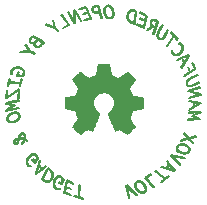
<source format=gbr>
%TF.GenerationSoftware,KiCad,Pcbnew,(6.0.6)*%
%TF.CreationDate,2022-09-17T20:01:25-04:00*%
%TF.ProjectId,Volta_Needle,566f6c74-615f-44e6-9565-646c652e6b69,rev?*%
%TF.SameCoordinates,Original*%
%TF.FileFunction,Legend,Bot*%
%TF.FilePolarity,Positive*%
%FSLAX46Y46*%
G04 Gerber Fmt 4.6, Leading zero omitted, Abs format (unit mm)*
G04 Created by KiCad (PCBNEW (6.0.6)) date 2022-09-17 20:01:25*
%MOMM*%
%LPD*%
G01*
G04 APERTURE LIST*
%ADD10C,0.200000*%
%ADD11C,0.010000*%
G04 APERTURE END LIST*
D10*
G36*
X157696786Y-84014842D02*
G01*
X157695088Y-84031705D01*
X157692373Y-84048644D01*
X157688625Y-84065646D01*
X157683831Y-84082698D01*
X157677977Y-84099787D01*
X157671050Y-84116900D01*
X157663034Y-84134023D01*
X157653916Y-84151144D01*
X157638541Y-84175551D01*
X157621737Y-84198194D01*
X157603578Y-84219108D01*
X157584137Y-84238327D01*
X157563489Y-84255885D01*
X157541707Y-84271816D01*
X157518867Y-84286156D01*
X157495042Y-84298938D01*
X157470306Y-84310197D01*
X157444733Y-84319967D01*
X157418397Y-84328283D01*
X157391374Y-84335179D01*
X157363735Y-84340689D01*
X157335557Y-84344848D01*
X157277877Y-84349250D01*
X157218925Y-84348661D01*
X157159295Y-84343354D01*
X157099579Y-84333606D01*
X157040372Y-84319692D01*
X156982265Y-84301886D01*
X156925852Y-84280464D01*
X156871725Y-84255701D01*
X156820478Y-84227872D01*
X156803328Y-84220876D01*
X156786659Y-84213015D01*
X156770499Y-84204318D01*
X156754875Y-84194811D01*
X156739815Y-84184522D01*
X156725344Y-84173476D01*
X156711491Y-84161702D01*
X156698282Y-84149227D01*
X156685745Y-84136076D01*
X156673906Y-84122278D01*
X156662793Y-84107859D01*
X156652433Y-84092847D01*
X156642854Y-84077268D01*
X156634081Y-84061149D01*
X156626143Y-84044517D01*
X156619066Y-84027400D01*
X156612912Y-84009929D01*
X156607724Y-83992245D01*
X156603500Y-83974387D01*
X156600237Y-83956391D01*
X156597933Y-83938297D01*
X156596586Y-83920143D01*
X156596194Y-83901966D01*
X156596485Y-83892558D01*
X156636844Y-83892558D01*
X156637433Y-83907167D01*
X156638888Y-83921657D01*
X156641197Y-83936020D01*
X156644349Y-83950249D01*
X156648333Y-83964338D01*
X156653138Y-83978278D01*
X156658752Y-83992063D01*
X156665164Y-84005685D01*
X156672364Y-84019137D01*
X156680340Y-84032412D01*
X156689081Y-84045502D01*
X156698575Y-84058400D01*
X156708813Y-84071099D01*
X156719782Y-84083592D01*
X156731471Y-84095871D01*
X156743869Y-84107929D01*
X156756966Y-84119759D01*
X156770750Y-84131353D01*
X156785209Y-84142705D01*
X156800333Y-84153807D01*
X156816111Y-84164652D01*
X156832531Y-84175232D01*
X156849582Y-84185540D01*
X156895901Y-84210233D01*
X156945168Y-84232524D01*
X156996800Y-84252117D01*
X157050211Y-84268718D01*
X157104816Y-84282032D01*
X157160029Y-84291765D01*
X157215265Y-84297623D01*
X157242709Y-84299006D01*
X157269939Y-84299310D01*
X157296883Y-84298498D01*
X157323466Y-84296532D01*
X157349617Y-84293377D01*
X157375261Y-84288995D01*
X157400326Y-84283350D01*
X157424738Y-84276404D01*
X157448424Y-84268122D01*
X157471312Y-84258465D01*
X157493327Y-84247398D01*
X157514398Y-84234883D01*
X157534450Y-84220883D01*
X157553410Y-84205363D01*
X157571206Y-84188284D01*
X157587764Y-84169610D01*
X157603011Y-84149305D01*
X157616874Y-84127331D01*
X157624573Y-84111977D01*
X157631307Y-84096676D01*
X157637086Y-84081437D01*
X157641922Y-84066265D01*
X157645825Y-84051170D01*
X157648808Y-84036157D01*
X157650881Y-84021234D01*
X157652055Y-84006409D01*
X157652342Y-83991688D01*
X157651752Y-83977079D01*
X157650297Y-83962589D01*
X157647988Y-83948226D01*
X157644836Y-83933997D01*
X157640853Y-83919908D01*
X157636048Y-83905968D01*
X157630434Y-83892183D01*
X157624021Y-83878561D01*
X157616822Y-83865109D01*
X157608846Y-83851834D01*
X157600105Y-83838744D01*
X157590610Y-83825846D01*
X157580373Y-83813147D01*
X157569404Y-83800654D01*
X157557715Y-83788375D01*
X157545316Y-83776317D01*
X157532220Y-83764487D01*
X157518436Y-83752893D01*
X157503977Y-83741541D01*
X157488852Y-83730439D01*
X157473075Y-83719595D01*
X157456655Y-83709015D01*
X157439603Y-83698706D01*
X157439603Y-83703998D01*
X157392849Y-83679303D01*
X157343258Y-83657004D01*
X157291403Y-83637386D01*
X157237858Y-83620737D01*
X157183198Y-83607344D01*
X157127994Y-83597493D01*
X157072822Y-83591472D01*
X157045427Y-83589986D01*
X157018254Y-83589566D01*
X156991376Y-83590246D01*
X156964865Y-83592063D01*
X156938791Y-83595053D01*
X156913227Y-83599250D01*
X156888245Y-83604692D01*
X156863915Y-83611414D01*
X156840310Y-83619451D01*
X156817502Y-83628840D01*
X156795562Y-83639617D01*
X156774561Y-83651817D01*
X156754572Y-83665476D01*
X156735667Y-83680630D01*
X156717916Y-83697315D01*
X156701393Y-83715567D01*
X156686167Y-83735422D01*
X156672312Y-83756915D01*
X156664613Y-83772269D01*
X156657879Y-83787570D01*
X156652100Y-83802809D01*
X156647264Y-83817981D01*
X156643360Y-83833076D01*
X156640378Y-83848089D01*
X156638305Y-83863012D01*
X156637130Y-83877837D01*
X156636844Y-83892558D01*
X156596485Y-83892558D01*
X156596755Y-83883805D01*
X156598266Y-83865699D01*
X156600725Y-83847686D01*
X156604130Y-83829803D01*
X156608479Y-83812088D01*
X156613770Y-83794581D01*
X156620000Y-83777320D01*
X156627167Y-83760342D01*
X156635270Y-83743685D01*
X156650644Y-83719278D01*
X156667448Y-83696635D01*
X156685608Y-83675721D01*
X156705049Y-83656502D01*
X156725697Y-83638944D01*
X156747478Y-83623012D01*
X156770319Y-83608673D01*
X156794144Y-83595890D01*
X156818880Y-83584631D01*
X156844453Y-83574861D01*
X156870788Y-83566545D01*
X156897812Y-83559650D01*
X156925450Y-83554139D01*
X156953628Y-83549980D01*
X157011309Y-83545578D01*
X157070261Y-83546168D01*
X157129891Y-83551474D01*
X157189606Y-83561222D01*
X157248814Y-83575137D01*
X157306921Y-83592943D01*
X157363334Y-83614364D01*
X157417461Y-83639127D01*
X157468707Y-83666956D01*
X157505059Y-83689572D01*
X157538631Y-83713697D01*
X157569312Y-83739225D01*
X157583533Y-83752482D01*
X157596989Y-83766051D01*
X157609666Y-83779918D01*
X157621550Y-83794070D01*
X157632627Y-83808495D01*
X157642883Y-83823179D01*
X157652303Y-83838109D01*
X157660875Y-83853272D01*
X157668582Y-83868655D01*
X157675413Y-83884245D01*
X157681352Y-83900029D01*
X157686386Y-83915993D01*
X157690500Y-83932125D01*
X157693681Y-83948412D01*
X157695914Y-83964840D01*
X157697185Y-83981396D01*
X157697367Y-83991688D01*
X157697481Y-83998068D01*
X157696786Y-84014842D01*
G37*
X157696786Y-84014842D02*
X157695088Y-84031705D01*
X157692373Y-84048644D01*
X157688625Y-84065646D01*
X157683831Y-84082698D01*
X157677977Y-84099787D01*
X157671050Y-84116900D01*
X157663034Y-84134023D01*
X157653916Y-84151144D01*
X157638541Y-84175551D01*
X157621737Y-84198194D01*
X157603578Y-84219108D01*
X157584137Y-84238327D01*
X157563489Y-84255885D01*
X157541707Y-84271816D01*
X157518867Y-84286156D01*
X157495042Y-84298938D01*
X157470306Y-84310197D01*
X157444733Y-84319967D01*
X157418397Y-84328283D01*
X157391374Y-84335179D01*
X157363735Y-84340689D01*
X157335557Y-84344848D01*
X157277877Y-84349250D01*
X157218925Y-84348661D01*
X157159295Y-84343354D01*
X157099579Y-84333606D01*
X157040372Y-84319692D01*
X156982265Y-84301886D01*
X156925852Y-84280464D01*
X156871725Y-84255701D01*
X156820478Y-84227872D01*
X156803328Y-84220876D01*
X156786659Y-84213015D01*
X156770499Y-84204318D01*
X156754875Y-84194811D01*
X156739815Y-84184522D01*
X156725344Y-84173476D01*
X156711491Y-84161702D01*
X156698282Y-84149227D01*
X156685745Y-84136076D01*
X156673906Y-84122278D01*
X156662793Y-84107859D01*
X156652433Y-84092847D01*
X156642854Y-84077268D01*
X156634081Y-84061149D01*
X156626143Y-84044517D01*
X156619066Y-84027400D01*
X156612912Y-84009929D01*
X156607724Y-83992245D01*
X156603500Y-83974387D01*
X156600237Y-83956391D01*
X156597933Y-83938297D01*
X156596586Y-83920143D01*
X156596194Y-83901966D01*
X156596485Y-83892558D01*
X156636844Y-83892558D01*
X156637433Y-83907167D01*
X156638888Y-83921657D01*
X156641197Y-83936020D01*
X156644349Y-83950249D01*
X156648333Y-83964338D01*
X156653138Y-83978278D01*
X156658752Y-83992063D01*
X156665164Y-84005685D01*
X156672364Y-84019137D01*
X156680340Y-84032412D01*
X156689081Y-84045502D01*
X156698575Y-84058400D01*
X156708813Y-84071099D01*
X156719782Y-84083592D01*
X156731471Y-84095871D01*
X156743869Y-84107929D01*
X156756966Y-84119759D01*
X156770750Y-84131353D01*
X156785209Y-84142705D01*
X156800333Y-84153807D01*
X156816111Y-84164652D01*
X156832531Y-84175232D01*
X156849582Y-84185540D01*
X156895901Y-84210233D01*
X156945168Y-84232524D01*
X156996800Y-84252117D01*
X157050211Y-84268718D01*
X157104816Y-84282032D01*
X157160029Y-84291765D01*
X157215265Y-84297623D01*
X157242709Y-84299006D01*
X157269939Y-84299310D01*
X157296883Y-84298498D01*
X157323466Y-84296532D01*
X157349617Y-84293377D01*
X157375261Y-84288995D01*
X157400326Y-84283350D01*
X157424738Y-84276404D01*
X157448424Y-84268122D01*
X157471312Y-84258465D01*
X157493327Y-84247398D01*
X157514398Y-84234883D01*
X157534450Y-84220883D01*
X157553410Y-84205363D01*
X157571206Y-84188284D01*
X157587764Y-84169610D01*
X157603011Y-84149305D01*
X157616874Y-84127331D01*
X157624573Y-84111977D01*
X157631307Y-84096676D01*
X157637086Y-84081437D01*
X157641922Y-84066265D01*
X157645825Y-84051170D01*
X157648808Y-84036157D01*
X157650881Y-84021234D01*
X157652055Y-84006409D01*
X157652342Y-83991688D01*
X157651752Y-83977079D01*
X157650297Y-83962589D01*
X157647988Y-83948226D01*
X157644836Y-83933997D01*
X157640853Y-83919908D01*
X157636048Y-83905968D01*
X157630434Y-83892183D01*
X157624021Y-83878561D01*
X157616822Y-83865109D01*
X157608846Y-83851834D01*
X157600105Y-83838744D01*
X157590610Y-83825846D01*
X157580373Y-83813147D01*
X157569404Y-83800654D01*
X157557715Y-83788375D01*
X157545316Y-83776317D01*
X157532220Y-83764487D01*
X157518436Y-83752893D01*
X157503977Y-83741541D01*
X157488852Y-83730439D01*
X157473075Y-83719595D01*
X157456655Y-83709015D01*
X157439603Y-83698706D01*
X157439603Y-83703998D01*
X157392849Y-83679303D01*
X157343258Y-83657004D01*
X157291403Y-83637386D01*
X157237858Y-83620737D01*
X157183198Y-83607344D01*
X157127994Y-83597493D01*
X157072822Y-83591472D01*
X157045427Y-83589986D01*
X157018254Y-83589566D01*
X156991376Y-83590246D01*
X156964865Y-83592063D01*
X156938791Y-83595053D01*
X156913227Y-83599250D01*
X156888245Y-83604692D01*
X156863915Y-83611414D01*
X156840310Y-83619451D01*
X156817502Y-83628840D01*
X156795562Y-83639617D01*
X156774561Y-83651817D01*
X156754572Y-83665476D01*
X156735667Y-83680630D01*
X156717916Y-83697315D01*
X156701393Y-83715567D01*
X156686167Y-83735422D01*
X156672312Y-83756915D01*
X156664613Y-83772269D01*
X156657879Y-83787570D01*
X156652100Y-83802809D01*
X156647264Y-83817981D01*
X156643360Y-83833076D01*
X156640378Y-83848089D01*
X156638305Y-83863012D01*
X156637130Y-83877837D01*
X156636844Y-83892558D01*
X156596485Y-83892558D01*
X156596755Y-83883805D01*
X156598266Y-83865699D01*
X156600725Y-83847686D01*
X156604130Y-83829803D01*
X156608479Y-83812088D01*
X156613770Y-83794581D01*
X156620000Y-83777320D01*
X156627167Y-83760342D01*
X156635270Y-83743685D01*
X156650644Y-83719278D01*
X156667448Y-83696635D01*
X156685608Y-83675721D01*
X156705049Y-83656502D01*
X156725697Y-83638944D01*
X156747478Y-83623012D01*
X156770319Y-83608673D01*
X156794144Y-83595890D01*
X156818880Y-83584631D01*
X156844453Y-83574861D01*
X156870788Y-83566545D01*
X156897812Y-83559650D01*
X156925450Y-83554139D01*
X156953628Y-83549980D01*
X157011309Y-83545578D01*
X157070261Y-83546168D01*
X157129891Y-83551474D01*
X157189606Y-83561222D01*
X157248814Y-83575137D01*
X157306921Y-83592943D01*
X157363334Y-83614364D01*
X157417461Y-83639127D01*
X157468707Y-83666956D01*
X157505059Y-83689572D01*
X157538631Y-83713697D01*
X157569312Y-83739225D01*
X157583533Y-83752482D01*
X157596989Y-83766051D01*
X157609666Y-83779918D01*
X157621550Y-83794070D01*
X157632627Y-83808495D01*
X157642883Y-83823179D01*
X157652303Y-83838109D01*
X157660875Y-83853272D01*
X157668582Y-83868655D01*
X157675413Y-83884245D01*
X157681352Y-83900029D01*
X157686386Y-83915993D01*
X157690500Y-83932125D01*
X157693681Y-83948412D01*
X157695914Y-83964840D01*
X157697185Y-83981396D01*
X157697367Y-83991688D01*
X157697481Y-83998068D01*
X157696786Y-84014842D01*
G36*
X143303693Y-81212870D02*
G01*
X143300611Y-81240299D01*
X143295549Y-81267103D01*
X143288585Y-81293267D01*
X143279797Y-81318779D01*
X143269264Y-81343626D01*
X143257065Y-81367795D01*
X143243277Y-81391272D01*
X143227980Y-81414045D01*
X143211252Y-81436101D01*
X143193171Y-81457426D01*
X143173816Y-81478007D01*
X143153266Y-81497832D01*
X143131598Y-81516887D01*
X143085225Y-81552634D01*
X143035325Y-81585146D01*
X142982526Y-81614316D01*
X142927456Y-81640042D01*
X142870742Y-81662217D01*
X142813013Y-81680737D01*
X142754897Y-81695497D01*
X142697021Y-81706394D01*
X142675343Y-81709014D01*
X142653978Y-81710922D01*
X142632945Y-81712119D01*
X142612261Y-81712605D01*
X142591946Y-81712383D01*
X142572017Y-81711452D01*
X142552493Y-81709813D01*
X142533393Y-81707469D01*
X142514734Y-81704419D01*
X142496536Y-81700664D01*
X142478816Y-81696206D01*
X142461594Y-81691046D01*
X142444887Y-81685184D01*
X142428713Y-81678622D01*
X142413092Y-81671360D01*
X142398042Y-81663399D01*
X142383581Y-81654741D01*
X142369727Y-81645386D01*
X142356499Y-81635335D01*
X142343916Y-81624590D01*
X142331995Y-81613151D01*
X142320756Y-81601019D01*
X142310216Y-81588196D01*
X142300394Y-81574681D01*
X142291308Y-81560477D01*
X142282978Y-81545584D01*
X142275420Y-81530002D01*
X142268654Y-81513734D01*
X142262698Y-81496780D01*
X142257571Y-81479141D01*
X142253290Y-81460818D01*
X142249875Y-81441811D01*
X142246537Y-81412342D01*
X142245400Y-81383475D01*
X142245537Y-81379560D01*
X142285920Y-81379560D01*
X142286680Y-81403920D01*
X142289561Y-81428582D01*
X142292683Y-81445845D01*
X142296579Y-81462414D01*
X142301235Y-81478292D01*
X142306635Y-81493482D01*
X142312764Y-81507989D01*
X142319606Y-81521814D01*
X142327146Y-81534963D01*
X142335367Y-81547437D01*
X142344256Y-81559241D01*
X142353795Y-81570378D01*
X142363970Y-81580852D01*
X142374765Y-81590665D01*
X142386165Y-81599821D01*
X142398154Y-81608323D01*
X142410717Y-81616175D01*
X142423837Y-81623381D01*
X142437501Y-81629943D01*
X142451691Y-81635865D01*
X142466393Y-81641151D01*
X142481591Y-81645803D01*
X142513414Y-81653222D01*
X142547034Y-81658149D01*
X142582329Y-81660610D01*
X142619175Y-81660634D01*
X142657447Y-81658248D01*
X142697021Y-81653477D01*
X142697021Y-81656124D01*
X142748725Y-81644570D01*
X142801216Y-81629795D01*
X142853854Y-81611865D01*
X142906000Y-81590846D01*
X142957015Y-81566804D01*
X143006258Y-81539805D01*
X143030015Y-81525218D01*
X143053090Y-81509915D01*
X143075402Y-81493906D01*
X143096872Y-81477199D01*
X143117420Y-81459803D01*
X143136965Y-81441724D01*
X143155428Y-81422972D01*
X143172728Y-81403555D01*
X143188786Y-81383481D01*
X143203523Y-81362759D01*
X143216857Y-81341396D01*
X143228709Y-81319400D01*
X143238999Y-81296781D01*
X143247648Y-81273546D01*
X143254574Y-81249703D01*
X143259699Y-81225261D01*
X143262943Y-81200228D01*
X143264224Y-81174613D01*
X143263464Y-81148422D01*
X143260583Y-81121666D01*
X143257462Y-81104403D01*
X143253565Y-81087834D01*
X143248909Y-81071958D01*
X143243509Y-81056770D01*
X143237380Y-81042269D01*
X143230538Y-81028450D01*
X143222999Y-81015312D01*
X143214777Y-81002851D01*
X143205889Y-80991065D01*
X143196349Y-80979950D01*
X143186174Y-80969503D01*
X143175379Y-80959722D01*
X143163979Y-80950604D01*
X143151990Y-80942146D01*
X143139428Y-80934344D01*
X143126307Y-80927197D01*
X143112644Y-80920701D01*
X143098453Y-80914853D01*
X143083751Y-80909650D01*
X143068553Y-80905090D01*
X143036731Y-80897885D01*
X143003110Y-80893214D01*
X142967815Y-80891056D01*
X142930970Y-80891385D01*
X142892699Y-80894179D01*
X142853125Y-80899416D01*
X142801420Y-80910300D01*
X142748929Y-80924975D01*
X142696291Y-80943262D01*
X142644145Y-80964982D01*
X142593131Y-80989959D01*
X142543887Y-81018013D01*
X142497055Y-81048965D01*
X142474742Y-81065473D01*
X142453273Y-81082639D01*
X142432725Y-81100440D01*
X142413180Y-81118855D01*
X142394717Y-81137861D01*
X142377417Y-81157435D01*
X142361358Y-81177557D01*
X142346622Y-81198202D01*
X142333288Y-81219349D01*
X142321435Y-81240976D01*
X142311145Y-81263060D01*
X142302497Y-81285579D01*
X142295570Y-81308511D01*
X142290445Y-81331833D01*
X142287202Y-81355524D01*
X142285920Y-81379560D01*
X142245537Y-81379560D01*
X142246387Y-81355222D01*
X142249421Y-81327596D01*
X142254423Y-81300609D01*
X142261316Y-81274275D01*
X142270024Y-81248605D01*
X142280468Y-81223612D01*
X142292570Y-81199310D01*
X142306254Y-81175710D01*
X142321442Y-81152825D01*
X142338056Y-81130667D01*
X142356019Y-81109250D01*
X142375253Y-81088586D01*
X142395680Y-81068687D01*
X142417224Y-81049566D01*
X142463351Y-81013709D01*
X142513012Y-80981115D01*
X142565587Y-80951886D01*
X142620457Y-80926121D01*
X142677002Y-80903922D01*
X142734600Y-80885390D01*
X142792633Y-80870625D01*
X142850479Y-80859727D01*
X142872397Y-80856867D01*
X142893988Y-80854735D01*
X142915232Y-80853330D01*
X142936112Y-80852653D01*
X142956611Y-80852703D01*
X142976710Y-80853478D01*
X142996391Y-80854979D01*
X143015637Y-80857206D01*
X143034429Y-80860157D01*
X143052750Y-80863833D01*
X143070582Y-80868232D01*
X143087906Y-80873355D01*
X143104706Y-80879201D01*
X143120962Y-80885768D01*
X143136657Y-80893058D01*
X143151773Y-80901069D01*
X143166293Y-80909801D01*
X143180197Y-80919253D01*
X143193469Y-80929426D01*
X143206090Y-80940317D01*
X143218043Y-80951928D01*
X143229309Y-80964257D01*
X143239871Y-80977304D01*
X143249710Y-80991069D01*
X143258809Y-81005551D01*
X143267150Y-81020749D01*
X143274715Y-81036663D01*
X143281486Y-81053293D01*
X143287445Y-81070637D01*
X143292574Y-81088697D01*
X143296855Y-81107470D01*
X143300270Y-81126958D01*
X143303601Y-81156186D01*
X143304318Y-81174613D01*
X143304716Y-81184828D01*
X143303693Y-81212870D01*
G37*
X143303693Y-81212870D02*
X143300611Y-81240299D01*
X143295549Y-81267103D01*
X143288585Y-81293267D01*
X143279797Y-81318779D01*
X143269264Y-81343626D01*
X143257065Y-81367795D01*
X143243277Y-81391272D01*
X143227980Y-81414045D01*
X143211252Y-81436101D01*
X143193171Y-81457426D01*
X143173816Y-81478007D01*
X143153266Y-81497832D01*
X143131598Y-81516887D01*
X143085225Y-81552634D01*
X143035325Y-81585146D01*
X142982526Y-81614316D01*
X142927456Y-81640042D01*
X142870742Y-81662217D01*
X142813013Y-81680737D01*
X142754897Y-81695497D01*
X142697021Y-81706394D01*
X142675343Y-81709014D01*
X142653978Y-81710922D01*
X142632945Y-81712119D01*
X142612261Y-81712605D01*
X142591946Y-81712383D01*
X142572017Y-81711452D01*
X142552493Y-81709813D01*
X142533393Y-81707469D01*
X142514734Y-81704419D01*
X142496536Y-81700664D01*
X142478816Y-81696206D01*
X142461594Y-81691046D01*
X142444887Y-81685184D01*
X142428713Y-81678622D01*
X142413092Y-81671360D01*
X142398042Y-81663399D01*
X142383581Y-81654741D01*
X142369727Y-81645386D01*
X142356499Y-81635335D01*
X142343916Y-81624590D01*
X142331995Y-81613151D01*
X142320756Y-81601019D01*
X142310216Y-81588196D01*
X142300394Y-81574681D01*
X142291308Y-81560477D01*
X142282978Y-81545584D01*
X142275420Y-81530002D01*
X142268654Y-81513734D01*
X142262698Y-81496780D01*
X142257571Y-81479141D01*
X142253290Y-81460818D01*
X142249875Y-81441811D01*
X142246537Y-81412342D01*
X142245400Y-81383475D01*
X142245537Y-81379560D01*
X142285920Y-81379560D01*
X142286680Y-81403920D01*
X142289561Y-81428582D01*
X142292683Y-81445845D01*
X142296579Y-81462414D01*
X142301235Y-81478292D01*
X142306635Y-81493482D01*
X142312764Y-81507989D01*
X142319606Y-81521814D01*
X142327146Y-81534963D01*
X142335367Y-81547437D01*
X142344256Y-81559241D01*
X142353795Y-81570378D01*
X142363970Y-81580852D01*
X142374765Y-81590665D01*
X142386165Y-81599821D01*
X142398154Y-81608323D01*
X142410717Y-81616175D01*
X142423837Y-81623381D01*
X142437501Y-81629943D01*
X142451691Y-81635865D01*
X142466393Y-81641151D01*
X142481591Y-81645803D01*
X142513414Y-81653222D01*
X142547034Y-81658149D01*
X142582329Y-81660610D01*
X142619175Y-81660634D01*
X142657447Y-81658248D01*
X142697021Y-81653477D01*
X142697021Y-81656124D01*
X142748725Y-81644570D01*
X142801216Y-81629795D01*
X142853854Y-81611865D01*
X142906000Y-81590846D01*
X142957015Y-81566804D01*
X143006258Y-81539805D01*
X143030015Y-81525218D01*
X143053090Y-81509915D01*
X143075402Y-81493906D01*
X143096872Y-81477199D01*
X143117420Y-81459803D01*
X143136965Y-81441724D01*
X143155428Y-81422972D01*
X143172728Y-81403555D01*
X143188786Y-81383481D01*
X143203523Y-81362759D01*
X143216857Y-81341396D01*
X143228709Y-81319400D01*
X143238999Y-81296781D01*
X143247648Y-81273546D01*
X143254574Y-81249703D01*
X143259699Y-81225261D01*
X143262943Y-81200228D01*
X143264224Y-81174613D01*
X143263464Y-81148422D01*
X143260583Y-81121666D01*
X143257462Y-81104403D01*
X143253565Y-81087834D01*
X143248909Y-81071958D01*
X143243509Y-81056770D01*
X143237380Y-81042269D01*
X143230538Y-81028450D01*
X143222999Y-81015312D01*
X143214777Y-81002851D01*
X143205889Y-80991065D01*
X143196349Y-80979950D01*
X143186174Y-80969503D01*
X143175379Y-80959722D01*
X143163979Y-80950604D01*
X143151990Y-80942146D01*
X143139428Y-80934344D01*
X143126307Y-80927197D01*
X143112644Y-80920701D01*
X143098453Y-80914853D01*
X143083751Y-80909650D01*
X143068553Y-80905090D01*
X143036731Y-80897885D01*
X143003110Y-80893214D01*
X142967815Y-80891056D01*
X142930970Y-80891385D01*
X142892699Y-80894179D01*
X142853125Y-80899416D01*
X142801420Y-80910300D01*
X142748929Y-80924975D01*
X142696291Y-80943262D01*
X142644145Y-80964982D01*
X142593131Y-80989959D01*
X142543887Y-81018013D01*
X142497055Y-81048965D01*
X142474742Y-81065473D01*
X142453273Y-81082639D01*
X142432725Y-81100440D01*
X142413180Y-81118855D01*
X142394717Y-81137861D01*
X142377417Y-81157435D01*
X142361358Y-81177557D01*
X142346622Y-81198202D01*
X142333288Y-81219349D01*
X142321435Y-81240976D01*
X142311145Y-81263060D01*
X142302497Y-81285579D01*
X142295570Y-81308511D01*
X142290445Y-81331833D01*
X142287202Y-81355524D01*
X142285920Y-81379560D01*
X142245537Y-81379560D01*
X142246387Y-81355222D01*
X142249421Y-81327596D01*
X142254423Y-81300609D01*
X142261316Y-81274275D01*
X142270024Y-81248605D01*
X142280468Y-81223612D01*
X142292570Y-81199310D01*
X142306254Y-81175710D01*
X142321442Y-81152825D01*
X142338056Y-81130667D01*
X142356019Y-81109250D01*
X142375253Y-81088586D01*
X142395680Y-81068687D01*
X142417224Y-81049566D01*
X142463351Y-81013709D01*
X142513012Y-80981115D01*
X142565587Y-80951886D01*
X142620457Y-80926121D01*
X142677002Y-80903922D01*
X142734600Y-80885390D01*
X142792633Y-80870625D01*
X142850479Y-80859727D01*
X142872397Y-80856867D01*
X142893988Y-80854735D01*
X142915232Y-80853330D01*
X142936112Y-80852653D01*
X142956611Y-80852703D01*
X142976710Y-80853478D01*
X142996391Y-80854979D01*
X143015637Y-80857206D01*
X143034429Y-80860157D01*
X143052750Y-80863833D01*
X143070582Y-80868232D01*
X143087906Y-80873355D01*
X143104706Y-80879201D01*
X143120962Y-80885768D01*
X143136657Y-80893058D01*
X143151773Y-80901069D01*
X143166293Y-80909801D01*
X143180197Y-80919253D01*
X143193469Y-80929426D01*
X143206090Y-80940317D01*
X143218043Y-80951928D01*
X143229309Y-80964257D01*
X143239871Y-80977304D01*
X143249710Y-80991069D01*
X143258809Y-81005551D01*
X143267150Y-81020749D01*
X143274715Y-81036663D01*
X143281486Y-81053293D01*
X143287445Y-81070637D01*
X143292574Y-81088697D01*
X143296855Y-81107470D01*
X143300270Y-81126958D01*
X143303601Y-81156186D01*
X143304318Y-81174613D01*
X143304716Y-81184828D01*
X143303693Y-81212870D01*
G36*
X153238020Y-87900290D02*
G01*
X153190395Y-87900290D01*
X152674458Y-87400227D01*
X152391354Y-87114477D01*
X152454854Y-87466373D01*
X152568625Y-88093436D01*
X152526291Y-88093436D01*
X152341083Y-87069499D01*
X152394000Y-87053623D01*
X153238020Y-87900290D01*
G37*
X153238020Y-87900290D02*
X153190395Y-87900290D01*
X152674458Y-87400227D01*
X152391354Y-87114477D01*
X152454854Y-87466373D01*
X152568625Y-88093436D01*
X152526291Y-88093436D01*
X152341083Y-87069499D01*
X152394000Y-87053623D01*
X153238020Y-87900290D01*
G36*
X144213082Y-75697707D02*
G01*
X144578209Y-75853812D01*
X144551751Y-75893499D01*
X144191917Y-75734749D01*
X143366418Y-75755915D01*
X143395522Y-75713582D01*
X143842668Y-75700353D01*
X144168105Y-75700353D01*
X144089722Y-75597166D01*
X144044949Y-75537386D01*
X144001417Y-75478103D01*
X143781813Y-75168541D01*
X143808271Y-75128853D01*
X144213082Y-75697707D01*
G37*
X144213082Y-75697707D02*
X144578209Y-75853812D01*
X144551751Y-75893499D01*
X144191917Y-75734749D01*
X143366418Y-75755915D01*
X143395522Y-75713582D01*
X143842668Y-75700353D01*
X144168105Y-75700353D01*
X144089722Y-75597166D01*
X144044949Y-75537386D01*
X144001417Y-75478103D01*
X143781813Y-75168541D01*
X143808271Y-75128853D01*
X144213082Y-75697707D01*
G36*
X155412895Y-73485791D02*
G01*
X155087457Y-74086394D01*
X155076269Y-74107765D01*
X155066009Y-74128717D01*
X155056660Y-74149251D01*
X155048204Y-74169366D01*
X155040624Y-74189063D01*
X155033902Y-74208341D01*
X155028022Y-74227200D01*
X155022965Y-74245641D01*
X155018714Y-74263663D01*
X155015252Y-74281266D01*
X155012562Y-74298451D01*
X155010625Y-74315218D01*
X155009424Y-74331566D01*
X155008943Y-74347495D01*
X155009163Y-74363006D01*
X155010067Y-74378098D01*
X155011637Y-74392771D01*
X155013857Y-74407026D01*
X155016709Y-74420863D01*
X155020175Y-74434280D01*
X155024237Y-74447280D01*
X155028879Y-74459860D01*
X155034084Y-74472022D01*
X155039832Y-74483766D01*
X155046108Y-74495091D01*
X155052894Y-74505997D01*
X155060171Y-74516485D01*
X155067924Y-74526554D01*
X155076133Y-74536205D01*
X155084783Y-74545437D01*
X155093855Y-74554250D01*
X155103332Y-74562645D01*
X155113471Y-74571641D01*
X155124038Y-74580006D01*
X155135005Y-74587732D01*
X155146342Y-74594810D01*
X155158019Y-74601229D01*
X155170007Y-74606980D01*
X155182277Y-74612054D01*
X155194799Y-74616442D01*
X155207543Y-74620133D01*
X155220480Y-74623119D01*
X155233581Y-74625390D01*
X155246816Y-74626937D01*
X155260156Y-74627751D01*
X155273571Y-74627821D01*
X155287032Y-74627138D01*
X155300508Y-74625693D01*
X155313883Y-74623494D01*
X155327038Y-74620564D01*
X155339949Y-74616922D01*
X155352590Y-74612582D01*
X155364934Y-74607564D01*
X155376956Y-74601883D01*
X155388629Y-74595557D01*
X155399929Y-74588603D01*
X155410828Y-74581036D01*
X155421302Y-74572876D01*
X155431324Y-74564137D01*
X155440868Y-74554838D01*
X155449908Y-74544995D01*
X155458419Y-74534626D01*
X155466374Y-74523746D01*
X155473749Y-74512374D01*
X155479265Y-74506160D01*
X155484648Y-74499838D01*
X155489896Y-74493410D01*
X155495008Y-74486879D01*
X155499982Y-74480247D01*
X155504816Y-74473515D01*
X155509510Y-74466687D01*
X155514062Y-74459765D01*
X155518470Y-74452750D01*
X155522733Y-74445645D01*
X155526849Y-74438452D01*
X155530818Y-74431174D01*
X155534638Y-74423812D01*
X155538307Y-74416369D01*
X155541823Y-74408847D01*
X155545186Y-74401249D01*
X155846812Y-73848270D01*
X155883853Y-73877374D01*
X155576936Y-74443583D01*
X155568701Y-74457819D01*
X155560167Y-74471871D01*
X155551336Y-74485735D01*
X155542213Y-74499405D01*
X155532800Y-74512877D01*
X155523100Y-74526147D01*
X155513117Y-74539210D01*
X155502853Y-74552061D01*
X155494503Y-74565173D01*
X155485455Y-74577697D01*
X155475742Y-74589612D01*
X155465397Y-74600897D01*
X155454452Y-74611531D01*
X155442939Y-74621494D01*
X155430892Y-74630765D01*
X155418341Y-74639322D01*
X155405321Y-74647146D01*
X155391863Y-74654215D01*
X155378000Y-74660509D01*
X155363765Y-74666007D01*
X155349189Y-74670688D01*
X155334305Y-74674531D01*
X155319145Y-74677515D01*
X155303743Y-74679621D01*
X155288244Y-74680819D01*
X155272796Y-74681107D01*
X155257437Y-74680498D01*
X155242200Y-74679004D01*
X155227124Y-74676641D01*
X155212244Y-74673420D01*
X155197596Y-74669356D01*
X155183216Y-74664461D01*
X155169140Y-74658751D01*
X155155405Y-74652237D01*
X155142046Y-74644933D01*
X155129101Y-74636853D01*
X155116603Y-74628010D01*
X155104591Y-74618419D01*
X155093100Y-74608091D01*
X155082166Y-74597041D01*
X155060181Y-74577436D01*
X155039988Y-74556289D01*
X155021763Y-74533545D01*
X155005685Y-74509149D01*
X154991932Y-74483049D01*
X154980684Y-74455189D01*
X154972117Y-74425515D01*
X154966411Y-74393973D01*
X154963743Y-74360509D01*
X154964292Y-74325068D01*
X154968236Y-74287596D01*
X154975754Y-74248039D01*
X154987023Y-74206342D01*
X155002222Y-74162452D01*
X155021530Y-74116314D01*
X155045124Y-74067874D01*
X155375853Y-73456686D01*
X155412895Y-73485791D01*
G37*
X155412895Y-73485791D02*
X155087457Y-74086394D01*
X155076269Y-74107765D01*
X155066009Y-74128717D01*
X155056660Y-74149251D01*
X155048204Y-74169366D01*
X155040624Y-74189063D01*
X155033902Y-74208341D01*
X155028022Y-74227200D01*
X155022965Y-74245641D01*
X155018714Y-74263663D01*
X155015252Y-74281266D01*
X155012562Y-74298451D01*
X155010625Y-74315218D01*
X155009424Y-74331566D01*
X155008943Y-74347495D01*
X155009163Y-74363006D01*
X155010067Y-74378098D01*
X155011637Y-74392771D01*
X155013857Y-74407026D01*
X155016709Y-74420863D01*
X155020175Y-74434280D01*
X155024237Y-74447280D01*
X155028879Y-74459860D01*
X155034084Y-74472022D01*
X155039832Y-74483766D01*
X155046108Y-74495091D01*
X155052894Y-74505997D01*
X155060171Y-74516485D01*
X155067924Y-74526554D01*
X155076133Y-74536205D01*
X155084783Y-74545437D01*
X155093855Y-74554250D01*
X155103332Y-74562645D01*
X155113471Y-74571641D01*
X155124038Y-74580006D01*
X155135005Y-74587732D01*
X155146342Y-74594810D01*
X155158019Y-74601229D01*
X155170007Y-74606980D01*
X155182277Y-74612054D01*
X155194799Y-74616442D01*
X155207543Y-74620133D01*
X155220480Y-74623119D01*
X155233581Y-74625390D01*
X155246816Y-74626937D01*
X155260156Y-74627751D01*
X155273571Y-74627821D01*
X155287032Y-74627138D01*
X155300508Y-74625693D01*
X155313883Y-74623494D01*
X155327038Y-74620564D01*
X155339949Y-74616922D01*
X155352590Y-74612582D01*
X155364934Y-74607564D01*
X155376956Y-74601883D01*
X155388629Y-74595557D01*
X155399929Y-74588603D01*
X155410828Y-74581036D01*
X155421302Y-74572876D01*
X155431324Y-74564137D01*
X155440868Y-74554838D01*
X155449908Y-74544995D01*
X155458419Y-74534626D01*
X155466374Y-74523746D01*
X155473749Y-74512374D01*
X155479265Y-74506160D01*
X155484648Y-74499838D01*
X155489896Y-74493410D01*
X155495008Y-74486879D01*
X155499982Y-74480247D01*
X155504816Y-74473515D01*
X155509510Y-74466687D01*
X155514062Y-74459765D01*
X155518470Y-74452750D01*
X155522733Y-74445645D01*
X155526849Y-74438452D01*
X155530818Y-74431174D01*
X155534638Y-74423812D01*
X155538307Y-74416369D01*
X155541823Y-74408847D01*
X155545186Y-74401249D01*
X155846812Y-73848270D01*
X155883853Y-73877374D01*
X155576936Y-74443583D01*
X155568701Y-74457819D01*
X155560167Y-74471871D01*
X155551336Y-74485735D01*
X155542213Y-74499405D01*
X155532800Y-74512877D01*
X155523100Y-74526147D01*
X155513117Y-74539210D01*
X155502853Y-74552061D01*
X155494503Y-74565173D01*
X155485455Y-74577697D01*
X155475742Y-74589612D01*
X155465397Y-74600897D01*
X155454452Y-74611531D01*
X155442939Y-74621494D01*
X155430892Y-74630765D01*
X155418341Y-74639322D01*
X155405321Y-74647146D01*
X155391863Y-74654215D01*
X155378000Y-74660509D01*
X155363765Y-74666007D01*
X155349189Y-74670688D01*
X155334305Y-74674531D01*
X155319145Y-74677515D01*
X155303743Y-74679621D01*
X155288244Y-74680819D01*
X155272796Y-74681107D01*
X155257437Y-74680498D01*
X155242200Y-74679004D01*
X155227124Y-74676641D01*
X155212244Y-74673420D01*
X155197596Y-74669356D01*
X155183216Y-74664461D01*
X155169140Y-74658751D01*
X155155405Y-74652237D01*
X155142046Y-74644933D01*
X155129101Y-74636853D01*
X155116603Y-74628010D01*
X155104591Y-74618419D01*
X155093100Y-74608091D01*
X155082166Y-74597041D01*
X155060181Y-74577436D01*
X155039988Y-74556289D01*
X155021763Y-74533545D01*
X155005685Y-74509149D01*
X154991932Y-74483049D01*
X154980684Y-74455189D01*
X154972117Y-74425515D01*
X154966411Y-74393973D01*
X154963743Y-74360509D01*
X154964292Y-74325068D01*
X154968236Y-74287596D01*
X154975754Y-74248039D01*
X154987023Y-74206342D01*
X155002222Y-74162452D01*
X155021530Y-74116314D01*
X155045124Y-74067874D01*
X155375853Y-73456686D01*
X155412895Y-73485791D01*
G36*
X157008332Y-77076186D02*
G01*
X156984520Y-77031207D01*
X157215540Y-76665033D01*
X157225291Y-76681957D01*
X157243812Y-76652853D01*
X157234312Y-76635278D01*
X157215540Y-76665033D01*
X157006199Y-76301695D01*
X156669666Y-76433249D01*
X156645853Y-76390915D01*
X156936422Y-76282436D01*
X156995103Y-76282436D01*
X157006199Y-76301695D01*
X157045659Y-76286270D01*
X157234312Y-76635278D01*
X157373457Y-76414728D01*
X157484582Y-76244733D01*
X157539401Y-76159488D01*
X157595707Y-76070770D01*
X157251749Y-76205707D01*
X157045659Y-76286270D01*
X157032145Y-76261270D01*
X156995103Y-76282436D01*
X156936422Y-76282436D01*
X157638041Y-76020499D01*
X157638041Y-76062832D01*
X157633108Y-76070770D01*
X157271396Y-76652853D01*
X157008332Y-77076186D01*
G37*
X157008332Y-77076186D02*
X156984520Y-77031207D01*
X157215540Y-76665033D01*
X157225291Y-76681957D01*
X157243812Y-76652853D01*
X157234312Y-76635278D01*
X157215540Y-76665033D01*
X157006199Y-76301695D01*
X156669666Y-76433249D01*
X156645853Y-76390915D01*
X156936422Y-76282436D01*
X156995103Y-76282436D01*
X157006199Y-76301695D01*
X157045659Y-76286270D01*
X157234312Y-76635278D01*
X157373457Y-76414728D01*
X157484582Y-76244733D01*
X157539401Y-76159488D01*
X157595707Y-76070770D01*
X157251749Y-76205707D01*
X157045659Y-76286270D01*
X157032145Y-76261270D01*
X156995103Y-76282436D01*
X156936422Y-76282436D01*
X157638041Y-76020499D01*
X157638041Y-76062832D01*
X157633108Y-76070770D01*
X157271396Y-76652853D01*
X157008332Y-77076186D01*
G36*
X154463041Y-86146102D02*
G01*
X153973562Y-86434498D01*
X154661479Y-87193853D01*
X154621791Y-87217665D01*
X153904770Y-86426560D01*
X154433937Y-86116997D01*
X154463041Y-86146102D01*
G37*
X154463041Y-86146102D02*
X153973562Y-86434498D01*
X154661479Y-87193853D01*
X154621791Y-87217665D01*
X153904770Y-86426560D01*
X154433937Y-86116997D01*
X154463041Y-86146102D01*
G36*
X157323187Y-84688249D02*
G01*
X157291437Y-84725291D01*
X156579707Y-84619457D01*
X156166957Y-84561248D01*
X156431541Y-84807311D01*
X156897207Y-85241228D01*
X156870749Y-85278269D01*
X156106103Y-84555956D01*
X156137853Y-84513623D01*
X157323187Y-84688249D01*
G37*
X157323187Y-84688249D02*
X157291437Y-84725291D01*
X156579707Y-84619457D01*
X156166957Y-84561248D01*
X156431541Y-84807311D01*
X156897207Y-85241228D01*
X156870749Y-85278269D01*
X156106103Y-84555956D01*
X156137853Y-84513623D01*
X157323187Y-84688249D01*
G36*
X144673458Y-86037623D02*
G01*
X144680051Y-86013812D01*
X144721083Y-86013812D01*
X144866603Y-85899048D01*
X144939860Y-85841543D01*
X145012124Y-85786270D01*
X145182913Y-85653434D01*
X145202624Y-85672498D01*
X145231729Y-85640749D01*
X145217441Y-85626578D01*
X145182913Y-85653434D01*
X144900522Y-85380300D01*
X144834854Y-85619582D01*
X144805915Y-85716155D01*
X144777968Y-85812728D01*
X144721083Y-86013812D01*
X144680051Y-86013812D01*
X144993604Y-84881394D01*
X145028000Y-84915790D01*
X144915200Y-85326814D01*
X144908938Y-85320603D01*
X144879832Y-85360289D01*
X144900522Y-85380300D01*
X144915200Y-85326814D01*
X145217441Y-85626578D01*
X145512187Y-85397332D01*
X145546583Y-85429082D01*
X145269587Y-85640749D01*
X144705208Y-86072019D01*
X144673458Y-86037623D01*
G37*
X144673458Y-86037623D02*
X144680051Y-86013812D01*
X144721083Y-86013812D01*
X144866603Y-85899048D01*
X144939860Y-85841543D01*
X145012124Y-85786270D01*
X145182913Y-85653434D01*
X145202624Y-85672498D01*
X145231729Y-85640749D01*
X145217441Y-85626578D01*
X145182913Y-85653434D01*
X144900522Y-85380300D01*
X144834854Y-85619582D01*
X144805915Y-85716155D01*
X144777968Y-85812728D01*
X144721083Y-86013812D01*
X144680051Y-86013812D01*
X144993604Y-84881394D01*
X145028000Y-84915790D01*
X144915200Y-85326814D01*
X144908938Y-85320603D01*
X144879832Y-85360289D01*
X144900522Y-85380300D01*
X144915200Y-85326814D01*
X145217441Y-85626578D01*
X145512187Y-85397332D01*
X145546583Y-85429082D01*
X145269587Y-85640749D01*
X144705208Y-86072019D01*
X144673458Y-86037623D01*
G36*
X156840836Y-74990075D02*
G01*
X156850299Y-74990645D01*
X156859709Y-74991552D01*
X156869059Y-74992791D01*
X156878339Y-74994360D01*
X156887543Y-74996255D01*
X156896660Y-74998472D01*
X156905683Y-75001007D01*
X156914604Y-75003858D01*
X156923413Y-75007020D01*
X156932103Y-75010491D01*
X156940665Y-75014266D01*
X156949090Y-75018342D01*
X156957371Y-75022716D01*
X156965499Y-75027384D01*
X156973465Y-75032342D01*
X156981261Y-75037587D01*
X156988879Y-75043116D01*
X156996309Y-75048924D01*
X157003545Y-75055009D01*
X157010577Y-75061366D01*
X157017397Y-75067993D01*
X157023996Y-75074885D01*
X157030366Y-75082039D01*
X157036499Y-75089453D01*
X157042387Y-75097121D01*
X157048020Y-75105041D01*
X157065261Y-75130642D01*
X157080314Y-75156808D01*
X157093237Y-75183483D01*
X157104089Y-75210610D01*
X157112930Y-75238135D01*
X157119818Y-75266002D01*
X157124813Y-75294154D01*
X157127974Y-75322536D01*
X157129359Y-75351093D01*
X157129029Y-75379769D01*
X157127042Y-75408507D01*
X157123457Y-75437253D01*
X157118334Y-75465950D01*
X157111731Y-75494543D01*
X157103707Y-75522976D01*
X157094322Y-75551194D01*
X157083635Y-75579141D01*
X157071705Y-75606760D01*
X157058590Y-75633996D01*
X157044351Y-75660795D01*
X157029046Y-75687099D01*
X157012734Y-75712853D01*
X156995475Y-75738001D01*
X156977327Y-75762489D01*
X156938602Y-75809257D01*
X156897032Y-75852711D01*
X156853090Y-75892405D01*
X156830377Y-75910703D01*
X156807249Y-75927895D01*
X156793356Y-75941822D01*
X156778790Y-75954881D01*
X156763592Y-75967056D01*
X156747804Y-75978330D01*
X156731466Y-75988687D01*
X156714620Y-75998112D01*
X156697307Y-76006588D01*
X156679569Y-76014098D01*
X156661447Y-76020628D01*
X156642982Y-76026160D01*
X156624215Y-76030678D01*
X156605188Y-76034167D01*
X156585942Y-76036609D01*
X156566518Y-76037990D01*
X156546957Y-76038292D01*
X156527301Y-76037500D01*
X156507720Y-76035612D01*
X156488382Y-76032654D01*
X156469326Y-76028645D01*
X156450591Y-76023609D01*
X156432214Y-76017566D01*
X156414236Y-76010538D01*
X156396695Y-76002547D01*
X156379628Y-75993615D01*
X156363076Y-75983762D01*
X156347076Y-75973012D01*
X156331668Y-75961384D01*
X156316890Y-75948902D01*
X156302781Y-75935586D01*
X156289379Y-75921458D01*
X156276724Y-75906540D01*
X156264853Y-75890854D01*
X156253363Y-75874509D01*
X156242726Y-75857696D01*
X156232950Y-75840448D01*
X156224044Y-75822799D01*
X156216016Y-75804782D01*
X156208874Y-75786431D01*
X156202629Y-75767778D01*
X156197287Y-75748858D01*
X156192857Y-75729704D01*
X156189349Y-75710349D01*
X156186771Y-75690826D01*
X156185130Y-75671170D01*
X156184437Y-75651413D01*
X156184699Y-75631589D01*
X156185925Y-75611732D01*
X156188124Y-75591874D01*
X156230457Y-75591874D01*
X156228692Y-75609384D01*
X156227744Y-75626890D01*
X156227608Y-75644365D01*
X156228277Y-75661783D01*
X156229743Y-75679115D01*
X156232000Y-75696335D01*
X156235042Y-75713417D01*
X156238862Y-75730333D01*
X156243452Y-75747056D01*
X156248806Y-75763559D01*
X156254918Y-75779816D01*
X156261781Y-75795799D01*
X156269387Y-75811482D01*
X156277731Y-75826837D01*
X156286805Y-75841838D01*
X156296603Y-75856457D01*
X156308445Y-75872250D01*
X156320644Y-75886898D01*
X156333187Y-75900419D01*
X156346057Y-75912831D01*
X156359242Y-75924152D01*
X156372726Y-75934400D01*
X156386495Y-75943593D01*
X156400535Y-75951749D01*
X156414830Y-75958885D01*
X156429366Y-75965020D01*
X156444130Y-75970171D01*
X156459105Y-75974357D01*
X156474278Y-75977596D01*
X156489634Y-75979904D01*
X156505159Y-75981301D01*
X156520838Y-75981804D01*
X156536656Y-75981431D01*
X156552599Y-75980200D01*
X156568653Y-75978129D01*
X156584803Y-75975236D01*
X156601034Y-75971538D01*
X156617332Y-75967055D01*
X156650070Y-75955800D01*
X156682901Y-75941616D01*
X156715709Y-75924644D01*
X156748378Y-75905030D01*
X156780791Y-75882916D01*
X156822820Y-75851455D01*
X156863277Y-75815902D01*
X156901702Y-75776690D01*
X156937639Y-75734253D01*
X156970631Y-75689026D01*
X157000219Y-75641442D01*
X157025948Y-75591936D01*
X157047358Y-75540942D01*
X157056302Y-75515022D01*
X157063994Y-75488893D01*
X157070379Y-75462609D01*
X157075398Y-75436225D01*
X157078995Y-75409793D01*
X157081112Y-75383370D01*
X157081693Y-75357009D01*
X157080679Y-75330763D01*
X157078015Y-75304689D01*
X157073642Y-75278839D01*
X157067504Y-75253268D01*
X157059544Y-75228031D01*
X157049703Y-75203181D01*
X157037926Y-75178773D01*
X157024155Y-75154861D01*
X157008332Y-75131499D01*
X156998414Y-75118470D01*
X156987674Y-75106321D01*
X156976170Y-75095074D01*
X156963960Y-75084753D01*
X156951101Y-75075381D01*
X156937653Y-75066981D01*
X156923672Y-75059577D01*
X156909216Y-75053190D01*
X156894344Y-75047846D01*
X156879113Y-75043566D01*
X156863582Y-75040373D01*
X156847807Y-75038292D01*
X156831847Y-75037345D01*
X156815761Y-75037556D01*
X156799604Y-75038946D01*
X156783437Y-75041541D01*
X156783437Y-74993916D01*
X156793036Y-74992393D01*
X156802633Y-74991229D01*
X156812220Y-74990418D01*
X156821788Y-74989958D01*
X156831330Y-74989845D01*
X156840836Y-74990075D01*
G37*
X156840836Y-74990075D02*
X156850299Y-74990645D01*
X156859709Y-74991552D01*
X156869059Y-74992791D01*
X156878339Y-74994360D01*
X156887543Y-74996255D01*
X156896660Y-74998472D01*
X156905683Y-75001007D01*
X156914604Y-75003858D01*
X156923413Y-75007020D01*
X156932103Y-75010491D01*
X156940665Y-75014266D01*
X156949090Y-75018342D01*
X156957371Y-75022716D01*
X156965499Y-75027384D01*
X156973465Y-75032342D01*
X156981261Y-75037587D01*
X156988879Y-75043116D01*
X156996309Y-75048924D01*
X157003545Y-75055009D01*
X157010577Y-75061366D01*
X157017397Y-75067993D01*
X157023996Y-75074885D01*
X157030366Y-75082039D01*
X157036499Y-75089453D01*
X157042387Y-75097121D01*
X157048020Y-75105041D01*
X157065261Y-75130642D01*
X157080314Y-75156808D01*
X157093237Y-75183483D01*
X157104089Y-75210610D01*
X157112930Y-75238135D01*
X157119818Y-75266002D01*
X157124813Y-75294154D01*
X157127974Y-75322536D01*
X157129359Y-75351093D01*
X157129029Y-75379769D01*
X157127042Y-75408507D01*
X157123457Y-75437253D01*
X157118334Y-75465950D01*
X157111731Y-75494543D01*
X157103707Y-75522976D01*
X157094322Y-75551194D01*
X157083635Y-75579141D01*
X157071705Y-75606760D01*
X157058590Y-75633996D01*
X157044351Y-75660795D01*
X157029046Y-75687099D01*
X157012734Y-75712853D01*
X156995475Y-75738001D01*
X156977327Y-75762489D01*
X156938602Y-75809257D01*
X156897032Y-75852711D01*
X156853090Y-75892405D01*
X156830377Y-75910703D01*
X156807249Y-75927895D01*
X156793356Y-75941822D01*
X156778790Y-75954881D01*
X156763592Y-75967056D01*
X156747804Y-75978330D01*
X156731466Y-75988687D01*
X156714620Y-75998112D01*
X156697307Y-76006588D01*
X156679569Y-76014098D01*
X156661447Y-76020628D01*
X156642982Y-76026160D01*
X156624215Y-76030678D01*
X156605188Y-76034167D01*
X156585942Y-76036609D01*
X156566518Y-76037990D01*
X156546957Y-76038292D01*
X156527301Y-76037500D01*
X156507720Y-76035612D01*
X156488382Y-76032654D01*
X156469326Y-76028645D01*
X156450591Y-76023609D01*
X156432214Y-76017566D01*
X156414236Y-76010538D01*
X156396695Y-76002547D01*
X156379628Y-75993615D01*
X156363076Y-75983762D01*
X156347076Y-75973012D01*
X156331668Y-75961384D01*
X156316890Y-75948902D01*
X156302781Y-75935586D01*
X156289379Y-75921458D01*
X156276724Y-75906540D01*
X156264853Y-75890854D01*
X156253363Y-75874509D01*
X156242726Y-75857696D01*
X156232950Y-75840448D01*
X156224044Y-75822799D01*
X156216016Y-75804782D01*
X156208874Y-75786431D01*
X156202629Y-75767778D01*
X156197287Y-75748858D01*
X156192857Y-75729704D01*
X156189349Y-75710349D01*
X156186771Y-75690826D01*
X156185130Y-75671170D01*
X156184437Y-75651413D01*
X156184699Y-75631589D01*
X156185925Y-75611732D01*
X156188124Y-75591874D01*
X156230457Y-75591874D01*
X156228692Y-75609384D01*
X156227744Y-75626890D01*
X156227608Y-75644365D01*
X156228277Y-75661783D01*
X156229743Y-75679115D01*
X156232000Y-75696335D01*
X156235042Y-75713417D01*
X156238862Y-75730333D01*
X156243452Y-75747056D01*
X156248806Y-75763559D01*
X156254918Y-75779816D01*
X156261781Y-75795799D01*
X156269387Y-75811482D01*
X156277731Y-75826837D01*
X156286805Y-75841838D01*
X156296603Y-75856457D01*
X156308445Y-75872250D01*
X156320644Y-75886898D01*
X156333187Y-75900419D01*
X156346057Y-75912831D01*
X156359242Y-75924152D01*
X156372726Y-75934400D01*
X156386495Y-75943593D01*
X156400535Y-75951749D01*
X156414830Y-75958885D01*
X156429366Y-75965020D01*
X156444130Y-75970171D01*
X156459105Y-75974357D01*
X156474278Y-75977596D01*
X156489634Y-75979904D01*
X156505159Y-75981301D01*
X156520838Y-75981804D01*
X156536656Y-75981431D01*
X156552599Y-75980200D01*
X156568653Y-75978129D01*
X156584803Y-75975236D01*
X156601034Y-75971538D01*
X156617332Y-75967055D01*
X156650070Y-75955800D01*
X156682901Y-75941616D01*
X156715709Y-75924644D01*
X156748378Y-75905030D01*
X156780791Y-75882916D01*
X156822820Y-75851455D01*
X156863277Y-75815902D01*
X156901702Y-75776690D01*
X156937639Y-75734253D01*
X156970631Y-75689026D01*
X157000219Y-75641442D01*
X157025948Y-75591936D01*
X157047358Y-75540942D01*
X157056302Y-75515022D01*
X157063994Y-75488893D01*
X157070379Y-75462609D01*
X157075398Y-75436225D01*
X157078995Y-75409793D01*
X157081112Y-75383370D01*
X157081693Y-75357009D01*
X157080679Y-75330763D01*
X157078015Y-75304689D01*
X157073642Y-75278839D01*
X157067504Y-75253268D01*
X157059544Y-75228031D01*
X157049703Y-75203181D01*
X157037926Y-75178773D01*
X157024155Y-75154861D01*
X157008332Y-75131499D01*
X156998414Y-75118470D01*
X156987674Y-75106321D01*
X156976170Y-75095074D01*
X156963960Y-75084753D01*
X156951101Y-75075381D01*
X156937653Y-75066981D01*
X156923672Y-75059577D01*
X156909216Y-75053190D01*
X156894344Y-75047846D01*
X156879113Y-75043566D01*
X156863582Y-75040373D01*
X156847807Y-75038292D01*
X156831847Y-75037345D01*
X156815761Y-75037556D01*
X156799604Y-75038946D01*
X156783437Y-75041541D01*
X156783437Y-74993916D01*
X156793036Y-74992393D01*
X156802633Y-74991229D01*
X156812220Y-74990418D01*
X156821788Y-74989958D01*
X156831330Y-74989845D01*
X156840836Y-74990075D01*
G36*
X143181332Y-77055474D02*
G01*
X143241686Y-77061764D01*
X143300989Y-77072274D01*
X143358641Y-77086839D01*
X143414042Y-77105291D01*
X143414041Y-77105291D01*
X143433228Y-77109833D01*
X143452034Y-77115394D01*
X143470425Y-77121947D01*
X143488365Y-77129467D01*
X143505820Y-77137928D01*
X143522755Y-77147303D01*
X143539135Y-77157568D01*
X143554926Y-77168695D01*
X143570092Y-77180658D01*
X143584599Y-77193433D01*
X143598413Y-77206993D01*
X143611498Y-77221313D01*
X143623819Y-77236365D01*
X143635343Y-77252125D01*
X143646033Y-77268566D01*
X143655856Y-77285662D01*
X143664722Y-77303274D01*
X143672564Y-77321249D01*
X143679378Y-77339545D01*
X143685162Y-77358118D01*
X143689914Y-77376924D01*
X143693631Y-77395920D01*
X143696311Y-77415064D01*
X143697951Y-77434311D01*
X143698549Y-77453619D01*
X143698101Y-77472944D01*
X143696607Y-77492243D01*
X143694062Y-77511473D01*
X143690465Y-77530590D01*
X143685813Y-77549551D01*
X143680104Y-77568313D01*
X143673335Y-77586832D01*
X143666234Y-77604278D01*
X143658385Y-77621326D01*
X143649805Y-77637954D01*
X143640512Y-77654142D01*
X143630527Y-77669870D01*
X143619866Y-77685115D01*
X143608549Y-77699857D01*
X143596593Y-77714075D01*
X143584018Y-77727748D01*
X143570841Y-77740855D01*
X143557082Y-77753375D01*
X143542758Y-77765287D01*
X143527889Y-77776570D01*
X143512492Y-77787204D01*
X143496586Y-77797166D01*
X143480189Y-77806436D01*
X143059503Y-77742936D01*
X143162689Y-77462478D01*
X143205023Y-77462478D01*
X143117710Y-77697957D01*
X143472252Y-77753520D01*
X143486224Y-77746325D01*
X143499748Y-77738463D01*
X143512804Y-77729956D01*
X143525372Y-77720827D01*
X143537433Y-77711099D01*
X143548966Y-77700793D01*
X143559953Y-77689933D01*
X143570374Y-77678540D01*
X143580209Y-77666639D01*
X143589438Y-77654250D01*
X143598043Y-77641397D01*
X143606002Y-77628102D01*
X143613298Y-77614388D01*
X143619909Y-77600278D01*
X143625817Y-77585793D01*
X143631002Y-77570957D01*
X143638075Y-77550594D01*
X143643936Y-77530679D01*
X143648611Y-77511212D01*
X143652127Y-77492191D01*
X143654511Y-77473617D01*
X143655791Y-77455487D01*
X143655993Y-77437801D01*
X143655145Y-77420558D01*
X143653273Y-77403756D01*
X143650406Y-77387396D01*
X143646570Y-77371475D01*
X143641791Y-77355993D01*
X143636099Y-77340949D01*
X143629518Y-77326342D01*
X143622077Y-77312172D01*
X143613803Y-77298436D01*
X143604723Y-77285134D01*
X143594864Y-77272266D01*
X143584253Y-77259829D01*
X143572917Y-77247824D01*
X143560883Y-77236249D01*
X143548179Y-77225103D01*
X143534832Y-77214386D01*
X143520868Y-77204095D01*
X143506316Y-77194232D01*
X143491201Y-77184793D01*
X143459394Y-77167188D01*
X143425665Y-77151273D01*
X143390230Y-77137040D01*
X143341066Y-77121258D01*
X143289239Y-77108763D01*
X143235373Y-77099740D01*
X143180093Y-77094376D01*
X143124022Y-77092857D01*
X143095885Y-77093597D01*
X143067785Y-77095368D01*
X143039798Y-77098194D01*
X143012005Y-77102097D01*
X142984481Y-77107100D01*
X142957306Y-77113228D01*
X142930557Y-77120502D01*
X142904312Y-77128948D01*
X142878650Y-77138587D01*
X142853648Y-77149443D01*
X142829384Y-77161539D01*
X142805937Y-77174898D01*
X142783384Y-77189545D01*
X142761803Y-77205501D01*
X142741273Y-77222791D01*
X142721871Y-77241437D01*
X142703675Y-77261463D01*
X142686764Y-77282892D01*
X142671214Y-77305747D01*
X142657106Y-77330052D01*
X142644515Y-77355829D01*
X142633521Y-77383103D01*
X142628358Y-77398667D01*
X142624360Y-77414414D01*
X142621514Y-77430286D01*
X142619809Y-77446222D01*
X142619232Y-77462166D01*
X142619771Y-77478057D01*
X142621413Y-77493839D01*
X142624145Y-77509451D01*
X142627957Y-77524835D01*
X142632834Y-77539933D01*
X142638765Y-77554686D01*
X142645737Y-77569036D01*
X142653739Y-77582924D01*
X142662757Y-77596290D01*
X142672779Y-77609078D01*
X142683793Y-77621227D01*
X142646752Y-77647686D01*
X142634243Y-77633314D01*
X142622900Y-77618224D01*
X142612736Y-77602485D01*
X142603765Y-77586165D01*
X142595998Y-77569333D01*
X142589450Y-77552056D01*
X142584134Y-77534404D01*
X142580061Y-77516443D01*
X142577246Y-77498243D01*
X142575701Y-77479872D01*
X142575439Y-77461398D01*
X142576474Y-77442889D01*
X142578818Y-77424414D01*
X142582484Y-77406041D01*
X142587485Y-77387838D01*
X142593835Y-77369874D01*
X142606077Y-77340407D01*
X142619935Y-77312516D01*
X142635331Y-77286180D01*
X142652193Y-77261379D01*
X142670443Y-77238091D01*
X142690009Y-77216296D01*
X142710813Y-77195972D01*
X142732782Y-77177100D01*
X142755839Y-77159658D01*
X142779911Y-77143625D01*
X142804922Y-77128980D01*
X142830796Y-77115703D01*
X142857459Y-77103773D01*
X142884836Y-77093169D01*
X142941430Y-77075856D01*
X142999977Y-77063596D01*
X143059877Y-77056224D01*
X143120529Y-77053572D01*
X143181332Y-77055474D01*
G37*
X143181332Y-77055474D02*
X143241686Y-77061764D01*
X143300989Y-77072274D01*
X143358641Y-77086839D01*
X143414042Y-77105291D01*
X143414041Y-77105291D01*
X143433228Y-77109833D01*
X143452034Y-77115394D01*
X143470425Y-77121947D01*
X143488365Y-77129467D01*
X143505820Y-77137928D01*
X143522755Y-77147303D01*
X143539135Y-77157568D01*
X143554926Y-77168695D01*
X143570092Y-77180658D01*
X143584599Y-77193433D01*
X143598413Y-77206993D01*
X143611498Y-77221313D01*
X143623819Y-77236365D01*
X143635343Y-77252125D01*
X143646033Y-77268566D01*
X143655856Y-77285662D01*
X143664722Y-77303274D01*
X143672564Y-77321249D01*
X143679378Y-77339545D01*
X143685162Y-77358118D01*
X143689914Y-77376924D01*
X143693631Y-77395920D01*
X143696311Y-77415064D01*
X143697951Y-77434311D01*
X143698549Y-77453619D01*
X143698101Y-77472944D01*
X143696607Y-77492243D01*
X143694062Y-77511473D01*
X143690465Y-77530590D01*
X143685813Y-77549551D01*
X143680104Y-77568313D01*
X143673335Y-77586832D01*
X143666234Y-77604278D01*
X143658385Y-77621326D01*
X143649805Y-77637954D01*
X143640512Y-77654142D01*
X143630527Y-77669870D01*
X143619866Y-77685115D01*
X143608549Y-77699857D01*
X143596593Y-77714075D01*
X143584018Y-77727748D01*
X143570841Y-77740855D01*
X143557082Y-77753375D01*
X143542758Y-77765287D01*
X143527889Y-77776570D01*
X143512492Y-77787204D01*
X143496586Y-77797166D01*
X143480189Y-77806436D01*
X143059503Y-77742936D01*
X143162689Y-77462478D01*
X143205023Y-77462478D01*
X143117710Y-77697957D01*
X143472252Y-77753520D01*
X143486224Y-77746325D01*
X143499748Y-77738463D01*
X143512804Y-77729956D01*
X143525372Y-77720827D01*
X143537433Y-77711099D01*
X143548966Y-77700793D01*
X143559953Y-77689933D01*
X143570374Y-77678540D01*
X143580209Y-77666639D01*
X143589438Y-77654250D01*
X143598043Y-77641397D01*
X143606002Y-77628102D01*
X143613298Y-77614388D01*
X143619909Y-77600278D01*
X143625817Y-77585793D01*
X143631002Y-77570957D01*
X143638075Y-77550594D01*
X143643936Y-77530679D01*
X143648611Y-77511212D01*
X143652127Y-77492191D01*
X143654511Y-77473617D01*
X143655791Y-77455487D01*
X143655993Y-77437801D01*
X143655145Y-77420558D01*
X143653273Y-77403756D01*
X143650406Y-77387396D01*
X143646570Y-77371475D01*
X143641791Y-77355993D01*
X143636099Y-77340949D01*
X143629518Y-77326342D01*
X143622077Y-77312172D01*
X143613803Y-77298436D01*
X143604723Y-77285134D01*
X143594864Y-77272266D01*
X143584253Y-77259829D01*
X143572917Y-77247824D01*
X143560883Y-77236249D01*
X143548179Y-77225103D01*
X143534832Y-77214386D01*
X143520868Y-77204095D01*
X143506316Y-77194232D01*
X143491201Y-77184793D01*
X143459394Y-77167188D01*
X143425665Y-77151273D01*
X143390230Y-77137040D01*
X143341066Y-77121258D01*
X143289239Y-77108763D01*
X143235373Y-77099740D01*
X143180093Y-77094376D01*
X143124022Y-77092857D01*
X143095885Y-77093597D01*
X143067785Y-77095368D01*
X143039798Y-77098194D01*
X143012005Y-77102097D01*
X142984481Y-77107100D01*
X142957306Y-77113228D01*
X142930557Y-77120502D01*
X142904312Y-77128948D01*
X142878650Y-77138587D01*
X142853648Y-77149443D01*
X142829384Y-77161539D01*
X142805937Y-77174898D01*
X142783384Y-77189545D01*
X142761803Y-77205501D01*
X142741273Y-77222791D01*
X142721871Y-77241437D01*
X142703675Y-77261463D01*
X142686764Y-77282892D01*
X142671214Y-77305747D01*
X142657106Y-77330052D01*
X142644515Y-77355829D01*
X142633521Y-77383103D01*
X142628358Y-77398667D01*
X142624360Y-77414414D01*
X142621514Y-77430286D01*
X142619809Y-77446222D01*
X142619232Y-77462166D01*
X142619771Y-77478057D01*
X142621413Y-77493839D01*
X142624145Y-77509451D01*
X142627957Y-77524835D01*
X142632834Y-77539933D01*
X142638765Y-77554686D01*
X142645737Y-77569036D01*
X142653739Y-77582924D01*
X142662757Y-77596290D01*
X142672779Y-77609078D01*
X142683793Y-77621227D01*
X142646752Y-77647686D01*
X142634243Y-77633314D01*
X142622900Y-77618224D01*
X142612736Y-77602485D01*
X142603765Y-77586165D01*
X142595998Y-77569333D01*
X142589450Y-77552056D01*
X142584134Y-77534404D01*
X142580061Y-77516443D01*
X142577246Y-77498243D01*
X142575701Y-77479872D01*
X142575439Y-77461398D01*
X142576474Y-77442889D01*
X142578818Y-77424414D01*
X142582484Y-77406041D01*
X142587485Y-77387838D01*
X142593835Y-77369874D01*
X142606077Y-77340407D01*
X142619935Y-77312516D01*
X142635331Y-77286180D01*
X142652193Y-77261379D01*
X142670443Y-77238091D01*
X142690009Y-77216296D01*
X142710813Y-77195972D01*
X142732782Y-77177100D01*
X142755839Y-77159658D01*
X142779911Y-77143625D01*
X142804922Y-77128980D01*
X142830796Y-77115703D01*
X142857459Y-77103773D01*
X142884836Y-77093169D01*
X142941430Y-77075856D01*
X142999977Y-77063596D01*
X143059877Y-77056224D01*
X143120529Y-77053572D01*
X143181332Y-77055474D01*
G36*
X146124413Y-86221922D02*
G01*
X146121018Y-86252251D01*
X146116025Y-86282273D01*
X146109454Y-86311928D01*
X146101330Y-86341153D01*
X146091674Y-86369887D01*
X146080509Y-86398069D01*
X146067856Y-86425638D01*
X146053740Y-86452532D01*
X146038182Y-86478689D01*
X146021204Y-86504048D01*
X146002830Y-86528549D01*
X145983081Y-86552128D01*
X145961980Y-86574726D01*
X145949933Y-86592502D01*
X145936975Y-86609472D01*
X145923147Y-86625608D01*
X145908493Y-86640885D01*
X145893054Y-86655276D01*
X145876872Y-86668755D01*
X145859991Y-86681296D01*
X145842453Y-86692871D01*
X145824299Y-86703456D01*
X145805572Y-86713024D01*
X145786314Y-86721548D01*
X145766568Y-86729002D01*
X145746377Y-86735360D01*
X145725781Y-86740595D01*
X145704825Y-86744682D01*
X145683549Y-86747594D01*
X145662142Y-86749297D01*
X145640796Y-86749783D01*
X145619558Y-86749070D01*
X145598473Y-86747174D01*
X145577591Y-86744113D01*
X145556956Y-86739901D01*
X145536617Y-86734557D01*
X145516620Y-86728097D01*
X145497013Y-86720537D01*
X145477841Y-86711894D01*
X145459153Y-86702185D01*
X145440995Y-86691427D01*
X145423414Y-86679635D01*
X145406458Y-86666826D01*
X145390172Y-86653018D01*
X145374604Y-86638227D01*
X145226438Y-86524457D01*
X145231628Y-86513873D01*
X145282000Y-86513873D01*
X145398416Y-86603830D01*
X145412547Y-86617057D01*
X145427319Y-86629394D01*
X145442688Y-86640826D01*
X145458613Y-86651338D01*
X145475051Y-86660916D01*
X145491959Y-86669545D01*
X145509296Y-86677210D01*
X145527019Y-86683898D01*
X145545085Y-86689592D01*
X145563452Y-86694279D01*
X145582078Y-86697944D01*
X145600920Y-86700572D01*
X145619936Y-86702148D01*
X145639084Y-86702658D01*
X145658322Y-86702088D01*
X145677606Y-86700422D01*
X145696765Y-86697667D01*
X145715629Y-86693856D01*
X145734162Y-86689013D01*
X145752324Y-86683161D01*
X145770078Y-86676324D01*
X145787386Y-86668527D01*
X145804210Y-86659793D01*
X145820511Y-86650146D01*
X145836253Y-86639610D01*
X145851398Y-86628210D01*
X145865906Y-86615968D01*
X145879740Y-86602908D01*
X145892863Y-86589056D01*
X145905237Y-86574434D01*
X145916822Y-86559066D01*
X145927583Y-86542977D01*
X145947085Y-86522213D01*
X145965351Y-86500544D01*
X145982359Y-86478026D01*
X145998090Y-86454716D01*
X146012522Y-86430669D01*
X146025635Y-86405940D01*
X146037408Y-86380587D01*
X146047819Y-86354665D01*
X146056849Y-86328229D01*
X146064476Y-86301337D01*
X146070680Y-86274043D01*
X146075440Y-86246404D01*
X146078734Y-86218476D01*
X146080543Y-86190314D01*
X146080846Y-86161975D01*
X146079621Y-86133515D01*
X146076869Y-86105162D01*
X146072621Y-86077141D01*
X146066906Y-86049506D01*
X146059753Y-86022309D01*
X146051189Y-85995603D01*
X146041243Y-85969440D01*
X146029944Y-85943872D01*
X146017319Y-85918952D01*
X146003398Y-85894733D01*
X145988208Y-85871267D01*
X145971778Y-85848607D01*
X145954137Y-85826804D01*
X145935311Y-85805913D01*
X145915331Y-85785984D01*
X145894225Y-85767072D01*
X145872020Y-85749227D01*
X145715916Y-85630165D01*
X145282000Y-86513873D01*
X145231628Y-86513873D01*
X145697396Y-85564019D01*
X145895834Y-85714831D01*
X145920143Y-85733935D01*
X145943266Y-85754217D01*
X145965171Y-85775619D01*
X145985827Y-85798084D01*
X146005203Y-85821554D01*
X146023267Y-85845972D01*
X146039986Y-85871281D01*
X146055330Y-85897424D01*
X146069268Y-85924344D01*
X146081766Y-85951983D01*
X146092795Y-85980283D01*
X146102321Y-86009189D01*
X146110314Y-86038642D01*
X146116742Y-86068584D01*
X146121574Y-86098960D01*
X146124777Y-86129712D01*
X146126315Y-86160591D01*
X146126309Y-86161975D01*
X146126186Y-86191349D01*
X146124413Y-86221922D01*
G37*
X146124413Y-86221922D02*
X146121018Y-86252251D01*
X146116025Y-86282273D01*
X146109454Y-86311928D01*
X146101330Y-86341153D01*
X146091674Y-86369887D01*
X146080509Y-86398069D01*
X146067856Y-86425638D01*
X146053740Y-86452532D01*
X146038182Y-86478689D01*
X146021204Y-86504048D01*
X146002830Y-86528549D01*
X145983081Y-86552128D01*
X145961980Y-86574726D01*
X145949933Y-86592502D01*
X145936975Y-86609472D01*
X145923147Y-86625608D01*
X145908493Y-86640885D01*
X145893054Y-86655276D01*
X145876872Y-86668755D01*
X145859991Y-86681296D01*
X145842453Y-86692871D01*
X145824299Y-86703456D01*
X145805572Y-86713024D01*
X145786314Y-86721548D01*
X145766568Y-86729002D01*
X145746377Y-86735360D01*
X145725781Y-86740595D01*
X145704825Y-86744682D01*
X145683549Y-86747594D01*
X145662142Y-86749297D01*
X145640796Y-86749783D01*
X145619558Y-86749070D01*
X145598473Y-86747174D01*
X145577591Y-86744113D01*
X145556956Y-86739901D01*
X145536617Y-86734557D01*
X145516620Y-86728097D01*
X145497013Y-86720537D01*
X145477841Y-86711894D01*
X145459153Y-86702185D01*
X145440995Y-86691427D01*
X145423414Y-86679635D01*
X145406458Y-86666826D01*
X145390172Y-86653018D01*
X145374604Y-86638227D01*
X145226438Y-86524457D01*
X145231628Y-86513873D01*
X145282000Y-86513873D01*
X145398416Y-86603830D01*
X145412547Y-86617057D01*
X145427319Y-86629394D01*
X145442688Y-86640826D01*
X145458613Y-86651338D01*
X145475051Y-86660916D01*
X145491959Y-86669545D01*
X145509296Y-86677210D01*
X145527019Y-86683898D01*
X145545085Y-86689592D01*
X145563452Y-86694279D01*
X145582078Y-86697944D01*
X145600920Y-86700572D01*
X145619936Y-86702148D01*
X145639084Y-86702658D01*
X145658322Y-86702088D01*
X145677606Y-86700422D01*
X145696765Y-86697667D01*
X145715629Y-86693856D01*
X145734162Y-86689013D01*
X145752324Y-86683161D01*
X145770078Y-86676324D01*
X145787386Y-86668527D01*
X145804210Y-86659793D01*
X145820511Y-86650146D01*
X145836253Y-86639610D01*
X145851398Y-86628210D01*
X145865906Y-86615968D01*
X145879740Y-86602908D01*
X145892863Y-86589056D01*
X145905237Y-86574434D01*
X145916822Y-86559066D01*
X145927583Y-86542977D01*
X145947085Y-86522213D01*
X145965351Y-86500544D01*
X145982359Y-86478026D01*
X145998090Y-86454716D01*
X146012522Y-86430669D01*
X146025635Y-86405940D01*
X146037408Y-86380587D01*
X146047819Y-86354665D01*
X146056849Y-86328229D01*
X146064476Y-86301337D01*
X146070680Y-86274043D01*
X146075440Y-86246404D01*
X146078734Y-86218476D01*
X146080543Y-86190314D01*
X146080846Y-86161975D01*
X146079621Y-86133515D01*
X146076869Y-86105162D01*
X146072621Y-86077141D01*
X146066906Y-86049506D01*
X146059753Y-86022309D01*
X146051189Y-85995603D01*
X146041243Y-85969440D01*
X146029944Y-85943872D01*
X146017319Y-85918952D01*
X146003398Y-85894733D01*
X145988208Y-85871267D01*
X145971778Y-85848607D01*
X145954137Y-85826804D01*
X145935311Y-85805913D01*
X145915331Y-85785984D01*
X145894225Y-85767072D01*
X145872020Y-85749227D01*
X145715916Y-85630165D01*
X145282000Y-86513873D01*
X145231628Y-86513873D01*
X145697396Y-85564019D01*
X145895834Y-85714831D01*
X145920143Y-85733935D01*
X145943266Y-85754217D01*
X145965171Y-85775619D01*
X145985827Y-85798084D01*
X146005203Y-85821554D01*
X146023267Y-85845972D01*
X146039986Y-85871281D01*
X146055330Y-85897424D01*
X146069268Y-85924344D01*
X146081766Y-85951983D01*
X146092795Y-85980283D01*
X146102321Y-86009189D01*
X146110314Y-86038642D01*
X146116742Y-86068584D01*
X146121574Y-86098960D01*
X146124777Y-86129712D01*
X146126315Y-86160591D01*
X146126309Y-86161975D01*
X146126186Y-86191349D01*
X146124413Y-86221922D01*
G36*
X156431541Y-85775686D02*
G01*
X156399791Y-85810082D01*
X155572027Y-85585186D01*
X155680124Y-85585186D01*
X155719812Y-85606352D01*
X155741630Y-85584164D01*
X155979103Y-85648685D01*
X156373332Y-85762456D01*
X156318059Y-85690192D01*
X156260554Y-85616936D01*
X156145791Y-85471415D01*
X156015284Y-85305872D01*
X155741630Y-85584164D01*
X155693890Y-85571193D01*
X155680124Y-85585186D01*
X155572027Y-85585186D01*
X155240916Y-85495226D01*
X155277958Y-85458185D01*
X155693890Y-85571193D01*
X155988419Y-85271795D01*
X156015284Y-85305872D01*
X156032020Y-85288852D01*
X156000270Y-85259748D01*
X155988419Y-85271795D01*
X155751562Y-84971352D01*
X155785957Y-84939602D01*
X156055631Y-85288852D01*
X156421325Y-85762456D01*
X156431541Y-85775686D01*
G37*
X156431541Y-85775686D02*
X156399791Y-85810082D01*
X155572027Y-85585186D01*
X155680124Y-85585186D01*
X155719812Y-85606352D01*
X155741630Y-85584164D01*
X155979103Y-85648685D01*
X156373332Y-85762456D01*
X156318059Y-85690192D01*
X156260554Y-85616936D01*
X156145791Y-85471415D01*
X156015284Y-85305872D01*
X155741630Y-85584164D01*
X155693890Y-85571193D01*
X155680124Y-85585186D01*
X155572027Y-85585186D01*
X155240916Y-85495226D01*
X155277958Y-85458185D01*
X155693890Y-85571193D01*
X155988419Y-85271795D01*
X156015284Y-85305872D01*
X156032020Y-85288852D01*
X156000270Y-85259748D01*
X155988419Y-85271795D01*
X155751562Y-84971352D01*
X155785957Y-84939602D01*
X156055631Y-85288852D01*
X156421325Y-85762456D01*
X156431541Y-85775686D01*
G36*
X158167207Y-77213770D02*
G01*
X157264978Y-77798499D01*
X157249103Y-77753520D01*
X157693603Y-77470416D01*
X157526916Y-77041791D01*
X157561312Y-77017978D01*
X157730645Y-77449249D01*
X158114291Y-77205832D01*
X157915853Y-76676666D01*
X157950249Y-76652853D01*
X158167207Y-77213770D01*
G37*
X158167207Y-77213770D02*
X157264978Y-77798499D01*
X157249103Y-77753520D01*
X157693603Y-77470416D01*
X157526916Y-77041791D01*
X157561312Y-77017978D01*
X157730645Y-77449249D01*
X158114291Y-77205832D01*
X157915853Y-76676666D01*
X157950249Y-76652853D01*
X158167207Y-77213770D01*
G36*
X149361875Y-72940749D02*
G01*
X148748041Y-73062457D01*
X148729521Y-73022770D01*
X149301021Y-72911645D01*
X149105228Y-72445978D01*
X148642208Y-72535936D01*
X148626333Y-72498895D01*
X149089355Y-72406291D01*
X148922667Y-72001478D01*
X148377625Y-72112603D01*
X148351167Y-72078207D01*
X148951770Y-71953853D01*
X149361875Y-72940749D01*
G37*
X149361875Y-72940749D02*
X148748041Y-73062457D01*
X148729521Y-73022770D01*
X149301021Y-72911645D01*
X149105228Y-72445978D01*
X148642208Y-72535936D01*
X148626333Y-72498895D01*
X149089355Y-72406291D01*
X148922667Y-72001478D01*
X148377625Y-72112603D01*
X148351167Y-72078207D01*
X148951770Y-71953853D01*
X149361875Y-72940749D01*
G36*
X154068812Y-72665582D02*
G01*
X153835978Y-73694811D01*
X153269770Y-73430228D01*
X153269770Y-73390541D01*
X153798937Y-73636603D01*
X153917999Y-73147124D01*
X153492020Y-72946041D01*
X153492020Y-72903707D01*
X153917999Y-73107437D01*
X154023832Y-72681457D01*
X153513187Y-72440686D01*
X153513187Y-72400999D01*
X154068812Y-72665582D01*
G37*
X154068812Y-72665582D02*
X153835978Y-73694811D01*
X153269770Y-73430228D01*
X153269770Y-73390541D01*
X153798937Y-73636603D01*
X153917999Y-73147124D01*
X153492020Y-72946041D01*
X153492020Y-72903707D01*
X153917999Y-73107437D01*
X154023832Y-72681457D01*
X153513187Y-72440686D01*
X153513187Y-72400999D01*
X154068812Y-72665582D01*
G36*
X152819979Y-73287353D02*
G01*
X152790451Y-73277431D01*
X152761650Y-73265993D01*
X152733624Y-73253083D01*
X152706423Y-73238744D01*
X152680096Y-73223021D01*
X152654692Y-73205955D01*
X152630260Y-73187592D01*
X152606850Y-73167974D01*
X152584511Y-73147145D01*
X152563291Y-73125148D01*
X152543241Y-73102027D01*
X152524409Y-73077825D01*
X152506845Y-73052587D01*
X152490597Y-73026355D01*
X152475716Y-72999172D01*
X152462249Y-72971083D01*
X152450317Y-72942309D01*
X152440004Y-72913086D01*
X152431310Y-72883480D01*
X152424235Y-72853556D01*
X152418778Y-72823380D01*
X152414940Y-72793018D01*
X152412718Y-72762535D01*
X152412114Y-72731998D01*
X152412533Y-72719365D01*
X152454434Y-72719365D01*
X152454733Y-72747326D01*
X152456510Y-72775250D01*
X152459765Y-72803078D01*
X152464500Y-72830750D01*
X152470715Y-72858205D01*
X152478411Y-72885384D01*
X152487590Y-72912228D01*
X152498252Y-72938675D01*
X152510322Y-72964511D01*
X152523693Y-72989531D01*
X152538320Y-73013697D01*
X152554160Y-73036968D01*
X152571167Y-73059303D01*
X152589298Y-73080664D01*
X152608508Y-73101008D01*
X152628753Y-73120297D01*
X152649987Y-73138491D01*
X152672168Y-73155548D01*
X152695250Y-73171429D01*
X152719188Y-73186095D01*
X152743940Y-73199503D01*
X152769459Y-73211616D01*
X152795702Y-73222392D01*
X152822624Y-73231791D01*
X153010479Y-73292645D01*
X153124250Y-72313686D01*
X152984020Y-72268707D01*
X152966306Y-72260925D01*
X152948285Y-72254194D01*
X152930000Y-72248515D01*
X152911496Y-72243886D01*
X152892819Y-72240308D01*
X152874013Y-72237780D01*
X152855122Y-72236303D01*
X152836192Y-72235875D01*
X152817268Y-72236498D01*
X152798394Y-72238170D01*
X152779615Y-72240891D01*
X152760976Y-72244661D01*
X152742521Y-72249480D01*
X152724295Y-72255347D01*
X152706344Y-72262263D01*
X152688711Y-72270227D01*
X152671557Y-72279176D01*
X152655031Y-72289023D01*
X152639159Y-72299733D01*
X152623971Y-72311271D01*
X152609494Y-72323602D01*
X152595755Y-72336690D01*
X152582783Y-72350502D01*
X152570606Y-72365001D01*
X152559250Y-72380152D01*
X152548745Y-72395922D01*
X152539118Y-72412273D01*
X152530396Y-72429172D01*
X152522608Y-72446584D01*
X152515782Y-72464472D01*
X152509945Y-72482803D01*
X152505125Y-72501541D01*
X152493636Y-72527640D01*
X152483618Y-72554181D01*
X152475071Y-72581105D01*
X152467996Y-72608351D01*
X152462394Y-72635861D01*
X152458265Y-72663572D01*
X152455612Y-72691427D01*
X152454434Y-72719365D01*
X152412533Y-72719365D01*
X152413126Y-72701471D01*
X152415754Y-72671021D01*
X152419998Y-72640713D01*
X152425857Y-72610612D01*
X152433331Y-72580786D01*
X152442419Y-72551298D01*
X152453121Y-72522215D01*
X152465437Y-72493603D01*
X152470668Y-72472797D01*
X152477022Y-72452433D01*
X152484468Y-72432549D01*
X152492978Y-72413183D01*
X152502520Y-72394374D01*
X152513065Y-72376161D01*
X152524582Y-72358582D01*
X152537041Y-72341677D01*
X152550413Y-72325483D01*
X152564666Y-72310039D01*
X152579771Y-72295385D01*
X152595697Y-72281558D01*
X152612415Y-72268598D01*
X152629894Y-72256542D01*
X152648104Y-72245430D01*
X152667015Y-72235301D01*
X152686465Y-72226250D01*
X152706281Y-72218349D01*
X152726413Y-72211599D01*
X152746812Y-72206001D01*
X152767429Y-72201556D01*
X152788215Y-72198265D01*
X152809122Y-72196128D01*
X152830100Y-72195148D01*
X152851100Y-72195323D01*
X152872073Y-72196657D01*
X152892970Y-72199149D01*
X152913742Y-72202800D01*
X152934341Y-72207612D01*
X152954717Y-72213586D01*
X152974821Y-72220721D01*
X152994604Y-72229020D01*
X153171875Y-72287228D01*
X153169007Y-72313686D01*
X153055458Y-73361436D01*
X152819979Y-73287353D01*
G37*
X152819979Y-73287353D02*
X152790451Y-73277431D01*
X152761650Y-73265993D01*
X152733624Y-73253083D01*
X152706423Y-73238744D01*
X152680096Y-73223021D01*
X152654692Y-73205955D01*
X152630260Y-73187592D01*
X152606850Y-73167974D01*
X152584511Y-73147145D01*
X152563291Y-73125148D01*
X152543241Y-73102027D01*
X152524409Y-73077825D01*
X152506845Y-73052587D01*
X152490597Y-73026355D01*
X152475716Y-72999172D01*
X152462249Y-72971083D01*
X152450317Y-72942309D01*
X152440004Y-72913086D01*
X152431310Y-72883480D01*
X152424235Y-72853556D01*
X152418778Y-72823380D01*
X152414940Y-72793018D01*
X152412718Y-72762535D01*
X152412114Y-72731998D01*
X152412533Y-72719365D01*
X152454434Y-72719365D01*
X152454733Y-72747326D01*
X152456510Y-72775250D01*
X152459765Y-72803078D01*
X152464500Y-72830750D01*
X152470715Y-72858205D01*
X152478411Y-72885384D01*
X152487590Y-72912228D01*
X152498252Y-72938675D01*
X152510322Y-72964511D01*
X152523693Y-72989531D01*
X152538320Y-73013697D01*
X152554160Y-73036968D01*
X152571167Y-73059303D01*
X152589298Y-73080664D01*
X152608508Y-73101008D01*
X152628753Y-73120297D01*
X152649987Y-73138491D01*
X152672168Y-73155548D01*
X152695250Y-73171429D01*
X152719188Y-73186095D01*
X152743940Y-73199503D01*
X152769459Y-73211616D01*
X152795702Y-73222392D01*
X152822624Y-73231791D01*
X153010479Y-73292645D01*
X153124250Y-72313686D01*
X152984020Y-72268707D01*
X152966306Y-72260925D01*
X152948285Y-72254194D01*
X152930000Y-72248515D01*
X152911496Y-72243886D01*
X152892819Y-72240308D01*
X152874013Y-72237780D01*
X152855122Y-72236303D01*
X152836192Y-72235875D01*
X152817268Y-72236498D01*
X152798394Y-72238170D01*
X152779615Y-72240891D01*
X152760976Y-72244661D01*
X152742521Y-72249480D01*
X152724295Y-72255347D01*
X152706344Y-72262263D01*
X152688711Y-72270227D01*
X152671557Y-72279176D01*
X152655031Y-72289023D01*
X152639159Y-72299733D01*
X152623971Y-72311271D01*
X152609494Y-72323602D01*
X152595755Y-72336690D01*
X152582783Y-72350502D01*
X152570606Y-72365001D01*
X152559250Y-72380152D01*
X152548745Y-72395922D01*
X152539118Y-72412273D01*
X152530396Y-72429172D01*
X152522608Y-72446584D01*
X152515782Y-72464472D01*
X152509945Y-72482803D01*
X152505125Y-72501541D01*
X152493636Y-72527640D01*
X152483618Y-72554181D01*
X152475071Y-72581105D01*
X152467996Y-72608351D01*
X152462394Y-72635861D01*
X152458265Y-72663572D01*
X152455612Y-72691427D01*
X152454434Y-72719365D01*
X152412533Y-72719365D01*
X152413126Y-72701471D01*
X152415754Y-72671021D01*
X152419998Y-72640713D01*
X152425857Y-72610612D01*
X152433331Y-72580786D01*
X152442419Y-72551298D01*
X152453121Y-72522215D01*
X152465437Y-72493603D01*
X152470668Y-72472797D01*
X152477022Y-72452433D01*
X152484468Y-72432549D01*
X152492978Y-72413183D01*
X152502520Y-72394374D01*
X152513065Y-72376161D01*
X152524582Y-72358582D01*
X152537041Y-72341677D01*
X152550413Y-72325483D01*
X152564666Y-72310039D01*
X152579771Y-72295385D01*
X152595697Y-72281558D01*
X152612415Y-72268598D01*
X152629894Y-72256542D01*
X152648104Y-72245430D01*
X152667015Y-72235301D01*
X152686465Y-72226250D01*
X152706281Y-72218349D01*
X152726413Y-72211599D01*
X152746812Y-72206001D01*
X152767429Y-72201556D01*
X152788215Y-72198265D01*
X152809122Y-72196128D01*
X152830100Y-72195148D01*
X152851100Y-72195323D01*
X152872073Y-72196657D01*
X152892970Y-72199149D01*
X152913742Y-72202800D01*
X152934341Y-72207612D01*
X152954717Y-72213586D01*
X152974821Y-72220721D01*
X152994604Y-72229020D01*
X153171875Y-72287228D01*
X153169007Y-72313686D01*
X153055458Y-73361436D01*
X152819979Y-73287353D01*
G36*
X158667270Y-80872957D02*
G01*
X158071957Y-81121665D01*
X157913207Y-81179873D01*
X158056082Y-81219561D01*
X158585249Y-81391540D01*
X158585249Y-81460332D01*
X157540145Y-81505313D01*
X157540145Y-81457687D01*
X158352416Y-81410062D01*
X158550853Y-81410062D01*
X158381520Y-81357145D01*
X157865582Y-81198395D01*
X157865582Y-81150771D01*
X158434436Y-80917937D01*
X158485327Y-80897515D01*
X158532002Y-80879573D01*
X158554300Y-80871377D01*
X158576195Y-80863615D01*
X158597905Y-80856225D01*
X158619645Y-80849146D01*
X158607213Y-80852406D01*
X158594726Y-80855259D01*
X158582194Y-80857732D01*
X158569622Y-80859853D01*
X158557019Y-80861648D01*
X158544394Y-80863145D01*
X158519103Y-80865352D01*
X158493813Y-80866690D01*
X158468584Y-80867377D01*
X158418561Y-80867667D01*
X157608936Y-80917937D01*
X157608936Y-80870312D01*
X158667270Y-80806812D01*
X158667270Y-80872957D01*
G37*
X158667270Y-80872957D02*
X158071957Y-81121665D01*
X157913207Y-81179873D01*
X158056082Y-81219561D01*
X158585249Y-81391540D01*
X158585249Y-81460332D01*
X157540145Y-81505313D01*
X157540145Y-81457687D01*
X158352416Y-81410062D01*
X158550853Y-81410062D01*
X158381520Y-81357145D01*
X157865582Y-81198395D01*
X157865582Y-81150771D01*
X158434436Y-80917937D01*
X158485327Y-80897515D01*
X158532002Y-80879573D01*
X158554300Y-80871377D01*
X158576195Y-80863615D01*
X158597905Y-80856225D01*
X158619645Y-80849146D01*
X158607213Y-80852406D01*
X158594726Y-80855259D01*
X158582194Y-80857732D01*
X158569622Y-80859853D01*
X158557019Y-80861648D01*
X158544394Y-80863145D01*
X158519103Y-80865352D01*
X158493813Y-80866690D01*
X158468584Y-80867377D01*
X158418561Y-80867667D01*
X157608936Y-80917937D01*
X157608936Y-80870312D01*
X158667270Y-80806812D01*
X158667270Y-80872957D01*
G36*
X154013659Y-87400022D02*
G01*
X154011605Y-87417421D01*
X154008714Y-87434474D01*
X154004981Y-87451159D01*
X154000403Y-87467457D01*
X153994977Y-87483347D01*
X153988699Y-87498809D01*
X153981566Y-87513822D01*
X153973575Y-87528366D01*
X153964722Y-87542421D01*
X153955003Y-87555967D01*
X153944416Y-87568982D01*
X153932957Y-87581447D01*
X153920623Y-87593341D01*
X153907409Y-87604644D01*
X153893314Y-87615336D01*
X153878332Y-87625395D01*
X153862462Y-87634803D01*
X153845700Y-87643539D01*
X153828041Y-87651581D01*
X153801204Y-87662096D01*
X153774294Y-87670370D01*
X153747349Y-87676473D01*
X153720404Y-87680473D01*
X153693496Y-87682441D01*
X153666661Y-87682446D01*
X153639936Y-87680556D01*
X153613357Y-87676841D01*
X153586959Y-87671370D01*
X153560780Y-87664213D01*
X153534856Y-87655439D01*
X153509223Y-87645116D01*
X153483918Y-87633316D01*
X153458976Y-87620106D01*
X153434435Y-87605556D01*
X153410330Y-87589735D01*
X153386698Y-87572713D01*
X153363575Y-87554558D01*
X153340998Y-87535341D01*
X153319002Y-87515130D01*
X153276902Y-87472004D01*
X153237565Y-87425735D01*
X153201283Y-87376877D01*
X153168345Y-87325984D01*
X153139042Y-87273611D01*
X153113666Y-87220311D01*
X153105132Y-87200021D01*
X153097392Y-87179842D01*
X153090450Y-87159795D01*
X153084308Y-87139897D01*
X153078971Y-87120168D01*
X153074441Y-87100626D01*
X153070723Y-87081291D01*
X153067819Y-87062181D01*
X153065732Y-87043315D01*
X153064467Y-87024712D01*
X153064026Y-87006392D01*
X153064342Y-86991663D01*
X153109392Y-86991663D01*
X153110557Y-87024378D01*
X153114617Y-87058171D01*
X153121514Y-87092924D01*
X153131189Y-87128523D01*
X153143586Y-87164850D01*
X153158645Y-87201789D01*
X153183105Y-87249473D01*
X153210704Y-87296890D01*
X153241233Y-87343461D01*
X153274483Y-87388610D01*
X153310244Y-87431759D01*
X153348308Y-87472331D01*
X153388465Y-87509748D01*
X153409262Y-87527093D01*
X153430505Y-87543433D01*
X153452166Y-87558695D01*
X153474219Y-87572808D01*
X153496639Y-87585699D01*
X153519398Y-87597295D01*
X153542472Y-87607526D01*
X153565834Y-87616318D01*
X153589457Y-87623600D01*
X153613315Y-87629299D01*
X153637383Y-87633343D01*
X153661634Y-87635660D01*
X153686042Y-87636177D01*
X153710581Y-87634823D01*
X153735224Y-87631526D01*
X153759946Y-87626212D01*
X153784720Y-87618811D01*
X153809520Y-87609249D01*
X153825451Y-87602004D01*
X153840505Y-87594169D01*
X153854690Y-87585759D01*
X153868013Y-87576790D01*
X153880481Y-87567277D01*
X153892102Y-87557234D01*
X153902884Y-87546677D01*
X153912832Y-87535620D01*
X153921955Y-87524078D01*
X153930259Y-87512067D01*
X153937753Y-87499602D01*
X153944442Y-87486697D01*
X153950336Y-87473368D01*
X153955440Y-87459630D01*
X153959762Y-87445497D01*
X153963309Y-87430985D01*
X153966090Y-87416109D01*
X153968110Y-87400883D01*
X153969377Y-87385323D01*
X153969898Y-87369443D01*
X153968734Y-87336787D01*
X153964674Y-87303034D01*
X153957777Y-87268304D01*
X153948101Y-87232718D01*
X153935704Y-87196396D01*
X153920645Y-87159457D01*
X153897842Y-87112703D01*
X153871299Y-87066088D01*
X153841307Y-87020186D01*
X153808156Y-86975571D01*
X153772137Y-86932817D01*
X153733540Y-86892496D01*
X153692657Y-86855183D01*
X153649778Y-86821451D01*
X153627681Y-86806108D01*
X153605194Y-86791874D01*
X153582353Y-86778823D01*
X153559194Y-86767026D01*
X153535755Y-86756554D01*
X153512071Y-86747479D01*
X153488179Y-86739874D01*
X153464115Y-86733808D01*
X153439915Y-86729356D01*
X153415616Y-86726587D01*
X153391254Y-86725574D01*
X153366865Y-86726388D01*
X153342486Y-86729101D01*
X153318153Y-86733785D01*
X153293902Y-86740512D01*
X153269770Y-86749353D01*
X153253840Y-86756838D01*
X153238786Y-86764899D01*
X153224601Y-86773519D01*
X153211278Y-86782684D01*
X153198809Y-86792381D01*
X153187188Y-86802594D01*
X153176407Y-86813309D01*
X153166459Y-86824511D01*
X153157336Y-86836186D01*
X153149031Y-86848320D01*
X153141538Y-86860897D01*
X153134848Y-86873903D01*
X153128955Y-86887324D01*
X153123851Y-86901146D01*
X153119529Y-86915353D01*
X153115981Y-86929931D01*
X153113201Y-86944865D01*
X153111181Y-86960142D01*
X153109914Y-86975746D01*
X153109392Y-86991663D01*
X153064342Y-86991663D01*
X153064413Y-86988372D01*
X153065632Y-86970671D01*
X153067685Y-86953310D01*
X153070576Y-86936306D01*
X153074309Y-86919678D01*
X153078887Y-86903446D01*
X153084313Y-86887628D01*
X153090591Y-86872243D01*
X153097724Y-86857310D01*
X153105715Y-86842848D01*
X153114568Y-86828875D01*
X153124287Y-86815412D01*
X153134874Y-86802476D01*
X153146333Y-86790086D01*
X153158668Y-86778262D01*
X153171881Y-86767022D01*
X153185977Y-86756385D01*
X153200958Y-86746371D01*
X153216828Y-86736997D01*
X153233591Y-86728283D01*
X153251249Y-86720248D01*
X153278087Y-86709500D01*
X153304996Y-86701023D01*
X153331941Y-86694745D01*
X153358886Y-86690596D01*
X153385794Y-86688505D01*
X153412629Y-86688401D01*
X153439354Y-86690214D01*
X153465934Y-86693872D01*
X153492331Y-86699306D01*
X153518510Y-86706444D01*
X153544434Y-86715216D01*
X153570067Y-86725550D01*
X153595373Y-86737377D01*
X153620314Y-86750625D01*
X153644856Y-86765224D01*
X153668960Y-86781102D01*
X153692592Y-86798190D01*
X153715715Y-86816417D01*
X153738293Y-86835711D01*
X153760288Y-86856002D01*
X153802388Y-86899293D01*
X153841725Y-86945723D01*
X153878008Y-86994726D01*
X153910946Y-87045738D01*
X153940248Y-87098191D01*
X153965624Y-87151519D01*
X153974158Y-87171577D01*
X153981898Y-87191552D01*
X153988840Y-87211424D01*
X153994982Y-87231173D01*
X154000319Y-87250779D01*
X154004849Y-87270221D01*
X154008567Y-87289479D01*
X154011472Y-87308533D01*
X154013558Y-87327361D01*
X154014823Y-87345945D01*
X154015264Y-87364263D01*
X154015153Y-87369443D01*
X154014877Y-87382295D01*
X154013659Y-87400022D01*
G37*
X154013659Y-87400022D02*
X154011605Y-87417421D01*
X154008714Y-87434474D01*
X154004981Y-87451159D01*
X154000403Y-87467457D01*
X153994977Y-87483347D01*
X153988699Y-87498809D01*
X153981566Y-87513822D01*
X153973575Y-87528366D01*
X153964722Y-87542421D01*
X153955003Y-87555967D01*
X153944416Y-87568982D01*
X153932957Y-87581447D01*
X153920623Y-87593341D01*
X153907409Y-87604644D01*
X153893314Y-87615336D01*
X153878332Y-87625395D01*
X153862462Y-87634803D01*
X153845700Y-87643539D01*
X153828041Y-87651581D01*
X153801204Y-87662096D01*
X153774294Y-87670370D01*
X153747349Y-87676473D01*
X153720404Y-87680473D01*
X153693496Y-87682441D01*
X153666661Y-87682446D01*
X153639936Y-87680556D01*
X153613357Y-87676841D01*
X153586959Y-87671370D01*
X153560780Y-87664213D01*
X153534856Y-87655439D01*
X153509223Y-87645116D01*
X153483918Y-87633316D01*
X153458976Y-87620106D01*
X153434435Y-87605556D01*
X153410330Y-87589735D01*
X153386698Y-87572713D01*
X153363575Y-87554558D01*
X153340998Y-87535341D01*
X153319002Y-87515130D01*
X153276902Y-87472004D01*
X153237565Y-87425735D01*
X153201283Y-87376877D01*
X153168345Y-87325984D01*
X153139042Y-87273611D01*
X153113666Y-87220311D01*
X153105132Y-87200021D01*
X153097392Y-87179842D01*
X153090450Y-87159795D01*
X153084308Y-87139897D01*
X153078971Y-87120168D01*
X153074441Y-87100626D01*
X153070723Y-87081291D01*
X153067819Y-87062181D01*
X153065732Y-87043315D01*
X153064467Y-87024712D01*
X153064026Y-87006392D01*
X153064342Y-86991663D01*
X153109392Y-86991663D01*
X153110557Y-87024378D01*
X153114617Y-87058171D01*
X153121514Y-87092924D01*
X153131189Y-87128523D01*
X153143586Y-87164850D01*
X153158645Y-87201789D01*
X153183105Y-87249473D01*
X153210704Y-87296890D01*
X153241233Y-87343461D01*
X153274483Y-87388610D01*
X153310244Y-87431759D01*
X153348308Y-87472331D01*
X153388465Y-87509748D01*
X153409262Y-87527093D01*
X153430505Y-87543433D01*
X153452166Y-87558695D01*
X153474219Y-87572808D01*
X153496639Y-87585699D01*
X153519398Y-87597295D01*
X153542472Y-87607526D01*
X153565834Y-87616318D01*
X153589457Y-87623600D01*
X153613315Y-87629299D01*
X153637383Y-87633343D01*
X153661634Y-87635660D01*
X153686042Y-87636177D01*
X153710581Y-87634823D01*
X153735224Y-87631526D01*
X153759946Y-87626212D01*
X153784720Y-87618811D01*
X153809520Y-87609249D01*
X153825451Y-87602004D01*
X153840505Y-87594169D01*
X153854690Y-87585759D01*
X153868013Y-87576790D01*
X153880481Y-87567277D01*
X153892102Y-87557234D01*
X153902884Y-87546677D01*
X153912832Y-87535620D01*
X153921955Y-87524078D01*
X153930259Y-87512067D01*
X153937753Y-87499602D01*
X153944442Y-87486697D01*
X153950336Y-87473368D01*
X153955440Y-87459630D01*
X153959762Y-87445497D01*
X153963309Y-87430985D01*
X153966090Y-87416109D01*
X153968110Y-87400883D01*
X153969377Y-87385323D01*
X153969898Y-87369443D01*
X153968734Y-87336787D01*
X153964674Y-87303034D01*
X153957777Y-87268304D01*
X153948101Y-87232718D01*
X153935704Y-87196396D01*
X153920645Y-87159457D01*
X153897842Y-87112703D01*
X153871299Y-87066088D01*
X153841307Y-87020186D01*
X153808156Y-86975571D01*
X153772137Y-86932817D01*
X153733540Y-86892496D01*
X153692657Y-86855183D01*
X153649778Y-86821451D01*
X153627681Y-86806108D01*
X153605194Y-86791874D01*
X153582353Y-86778823D01*
X153559194Y-86767026D01*
X153535755Y-86756554D01*
X153512071Y-86747479D01*
X153488179Y-86739874D01*
X153464115Y-86733808D01*
X153439915Y-86729356D01*
X153415616Y-86726587D01*
X153391254Y-86725574D01*
X153366865Y-86726388D01*
X153342486Y-86729101D01*
X153318153Y-86733785D01*
X153293902Y-86740512D01*
X153269770Y-86749353D01*
X153253840Y-86756838D01*
X153238786Y-86764899D01*
X153224601Y-86773519D01*
X153211278Y-86782684D01*
X153198809Y-86792381D01*
X153187188Y-86802594D01*
X153176407Y-86813309D01*
X153166459Y-86824511D01*
X153157336Y-86836186D01*
X153149031Y-86848320D01*
X153141538Y-86860897D01*
X153134848Y-86873903D01*
X153128955Y-86887324D01*
X153123851Y-86901146D01*
X153119529Y-86915353D01*
X153115981Y-86929931D01*
X153113201Y-86944865D01*
X153111181Y-86960142D01*
X153109914Y-86975746D01*
X153109392Y-86991663D01*
X153064342Y-86991663D01*
X153064413Y-86988372D01*
X153065632Y-86970671D01*
X153067685Y-86953310D01*
X153070576Y-86936306D01*
X153074309Y-86919678D01*
X153078887Y-86903446D01*
X153084313Y-86887628D01*
X153090591Y-86872243D01*
X153097724Y-86857310D01*
X153105715Y-86842848D01*
X153114568Y-86828875D01*
X153124287Y-86815412D01*
X153134874Y-86802476D01*
X153146333Y-86790086D01*
X153158668Y-86778262D01*
X153171881Y-86767022D01*
X153185977Y-86756385D01*
X153200958Y-86746371D01*
X153216828Y-86736997D01*
X153233591Y-86728283D01*
X153251249Y-86720248D01*
X153278087Y-86709500D01*
X153304996Y-86701023D01*
X153331941Y-86694745D01*
X153358886Y-86690596D01*
X153385794Y-86688505D01*
X153412629Y-86688401D01*
X153439354Y-86690214D01*
X153465934Y-86693872D01*
X153492331Y-86699306D01*
X153518510Y-86706444D01*
X153544434Y-86715216D01*
X153570067Y-86725550D01*
X153595373Y-86737377D01*
X153620314Y-86750625D01*
X153644856Y-86765224D01*
X153668960Y-86781102D01*
X153692592Y-86798190D01*
X153715715Y-86816417D01*
X153738293Y-86835711D01*
X153760288Y-86856002D01*
X153802388Y-86899293D01*
X153841725Y-86945723D01*
X153878008Y-86994726D01*
X153910946Y-87045738D01*
X153940248Y-87098191D01*
X153965624Y-87151519D01*
X153974158Y-87171577D01*
X153981898Y-87191552D01*
X153988840Y-87211424D01*
X153994982Y-87231173D01*
X154000319Y-87250779D01*
X154004849Y-87270221D01*
X154008567Y-87289479D01*
X154011472Y-87308533D01*
X154013558Y-87327361D01*
X154014823Y-87345945D01*
X154015264Y-87364263D01*
X154015153Y-87369443D01*
X154014877Y-87382295D01*
X154013659Y-87400022D01*
G36*
X143716633Y-83150674D02*
G01*
X143730683Y-83155969D01*
X143744584Y-83161610D01*
X143745716Y-83162103D01*
X143740483Y-83174359D01*
X143727655Y-83202700D01*
X143714232Y-83230741D01*
X143700218Y-83258472D01*
X143685620Y-83285884D01*
X143670444Y-83312968D01*
X143654695Y-83339714D01*
X143638379Y-83366115D01*
X143621502Y-83392160D01*
X143604069Y-83417841D01*
X143586086Y-83443148D01*
X143567560Y-83468073D01*
X143548494Y-83492607D01*
X143528896Y-83516740D01*
X143508771Y-83540463D01*
X143488125Y-83563768D01*
X143466958Y-83518790D01*
X143486603Y-83497625D01*
X143505711Y-83476014D01*
X143524274Y-83453967D01*
X143542287Y-83431494D01*
X143559743Y-83408606D01*
X143576634Y-83385314D01*
X143592954Y-83361629D01*
X143608696Y-83337560D01*
X143623854Y-83313120D01*
X143638420Y-83288317D01*
X143652389Y-83263163D01*
X143665752Y-83237669D01*
X143678503Y-83211845D01*
X143690637Y-83185701D01*
X143702144Y-83159249D01*
X143706996Y-83147316D01*
X143716633Y-83150674D01*
G37*
X143716633Y-83150674D02*
X143730683Y-83155969D01*
X143744584Y-83161610D01*
X143745716Y-83162103D01*
X143740483Y-83174359D01*
X143727655Y-83202700D01*
X143714232Y-83230741D01*
X143700218Y-83258472D01*
X143685620Y-83285884D01*
X143670444Y-83312968D01*
X143654695Y-83339714D01*
X143638379Y-83366115D01*
X143621502Y-83392160D01*
X143604069Y-83417841D01*
X143586086Y-83443148D01*
X143567560Y-83468073D01*
X143548494Y-83492607D01*
X143528896Y-83516740D01*
X143508771Y-83540463D01*
X143488125Y-83563768D01*
X143466958Y-83518790D01*
X143486603Y-83497625D01*
X143505711Y-83476014D01*
X143524274Y-83453967D01*
X143542287Y-83431494D01*
X143559743Y-83408606D01*
X143576634Y-83385314D01*
X143592954Y-83361629D01*
X143608696Y-83337560D01*
X143623854Y-83313120D01*
X143638420Y-83288317D01*
X143652389Y-83263163D01*
X143665752Y-83237669D01*
X143678503Y-83211845D01*
X143690637Y-83185701D01*
X143702144Y-83159249D01*
X143706996Y-83147316D01*
X143716633Y-83150674D01*
G36*
X151256291Y-72522707D02*
G01*
X151254718Y-72544323D01*
X151252485Y-72565502D01*
X151249597Y-72586225D01*
X151246059Y-72606475D01*
X151241878Y-72626232D01*
X151237060Y-72645479D01*
X151231609Y-72664197D01*
X151225533Y-72682367D01*
X151218837Y-72699971D01*
X151211526Y-72716991D01*
X151203607Y-72733409D01*
X151195086Y-72749205D01*
X151185967Y-72764362D01*
X151176257Y-72778861D01*
X151165963Y-72792684D01*
X151155088Y-72805811D01*
X151143640Y-72818226D01*
X151131625Y-72829909D01*
X151119047Y-72840843D01*
X151105913Y-72851008D01*
X151092229Y-72860386D01*
X151078000Y-72868959D01*
X151063232Y-72876708D01*
X151047932Y-72883615D01*
X151032105Y-72889662D01*
X151015756Y-72894831D01*
X150998892Y-72899101D01*
X150981518Y-72902457D01*
X150963640Y-72904878D01*
X150945264Y-72906347D01*
X150926396Y-72906845D01*
X150907042Y-72906353D01*
X150878485Y-72903576D01*
X150850861Y-72898768D01*
X150824169Y-72892007D01*
X150798413Y-72883373D01*
X150773592Y-72872941D01*
X150749708Y-72860792D01*
X150726764Y-72847002D01*
X150704759Y-72831650D01*
X150683697Y-72814813D01*
X150663578Y-72796570D01*
X150644403Y-72776998D01*
X150626175Y-72756176D01*
X150608894Y-72734182D01*
X150592563Y-72711093D01*
X150562753Y-72661944D01*
X150536756Y-72609354D01*
X150514585Y-72553946D01*
X150496251Y-72496344D01*
X150481765Y-72437172D01*
X150471140Y-72377055D01*
X150464387Y-72316617D01*
X150461704Y-72260394D01*
X150508926Y-72260394D01*
X150509608Y-72287254D01*
X150511158Y-72314400D01*
X150513577Y-72341751D01*
X150516864Y-72369227D01*
X150521018Y-72396748D01*
X150526041Y-72424233D01*
X150531932Y-72451601D01*
X150538692Y-72478773D01*
X150546319Y-72505668D01*
X150554815Y-72532205D01*
X150564179Y-72558305D01*
X150574411Y-72583886D01*
X150585511Y-72608868D01*
X150597479Y-72633171D01*
X150610315Y-72656714D01*
X150624020Y-72679417D01*
X150638593Y-72701200D01*
X150654034Y-72721982D01*
X150670343Y-72741682D01*
X150687520Y-72760221D01*
X150705565Y-72777518D01*
X150724479Y-72793492D01*
X150744261Y-72808063D01*
X150764911Y-72821150D01*
X150786429Y-72832674D01*
X150808815Y-72842553D01*
X150832069Y-72850708D01*
X150856192Y-72857058D01*
X150881183Y-72861522D01*
X150907042Y-72864020D01*
X150924397Y-72864557D01*
X150941241Y-72864196D01*
X150957573Y-72862950D01*
X150973394Y-72860837D01*
X150988703Y-72857870D01*
X151003501Y-72854067D01*
X151017787Y-72849442D01*
X151031561Y-72844011D01*
X151044824Y-72837789D01*
X151057575Y-72830792D01*
X151069814Y-72823035D01*
X151081542Y-72814534D01*
X151092759Y-72805305D01*
X151103464Y-72795363D01*
X151113657Y-72784722D01*
X151123338Y-72773400D01*
X151132508Y-72761411D01*
X151141167Y-72748771D01*
X151149314Y-72735495D01*
X151156949Y-72721600D01*
X151170684Y-72692010D01*
X151182374Y-72660125D01*
X151192016Y-72626071D01*
X151199613Y-72589969D01*
X151205163Y-72551946D01*
X151208666Y-72512124D01*
X151209721Y-72486077D01*
X151209907Y-72459583D01*
X151209224Y-72432723D01*
X151207674Y-72405578D01*
X151205256Y-72378226D01*
X151201969Y-72350750D01*
X151197814Y-72323229D01*
X151192791Y-72295744D01*
X151186900Y-72268376D01*
X151180141Y-72241204D01*
X151172513Y-72214309D01*
X151164018Y-72187772D01*
X151154654Y-72161672D01*
X151144422Y-72136091D01*
X151133322Y-72111109D01*
X151121354Y-72086806D01*
X151108517Y-72063263D01*
X151094813Y-72040560D01*
X151080240Y-72018777D01*
X151064799Y-71997995D01*
X151048490Y-71978295D01*
X151031313Y-71959756D01*
X151013267Y-71942459D01*
X150994354Y-71926485D01*
X150974572Y-71911914D01*
X150953922Y-71898827D01*
X150932404Y-71887303D01*
X150910018Y-71877424D01*
X150886764Y-71869269D01*
X150862641Y-71862919D01*
X150837650Y-71858455D01*
X150811791Y-71855957D01*
X150794436Y-71855420D01*
X150777592Y-71855782D01*
X150761260Y-71857027D01*
X150745439Y-71859141D01*
X150730130Y-71862107D01*
X150715332Y-71865910D01*
X150701046Y-71870535D01*
X150687272Y-71875966D01*
X150674009Y-71882188D01*
X150661258Y-71889185D01*
X150649018Y-71896942D01*
X150637290Y-71905443D01*
X150626074Y-71914672D01*
X150615369Y-71924615D01*
X150605176Y-71935255D01*
X150595494Y-71946577D01*
X150586324Y-71958566D01*
X150577666Y-71971206D01*
X150569519Y-71984482D01*
X150561884Y-71998378D01*
X150548148Y-72027967D01*
X150536459Y-72059852D01*
X150526816Y-72093907D01*
X150519220Y-72130008D01*
X150513670Y-72168031D01*
X150510166Y-72207853D01*
X150509112Y-72233900D01*
X150508926Y-72260394D01*
X150461704Y-72260394D01*
X150461517Y-72256480D01*
X150462542Y-72197270D01*
X150464114Y-72175684D01*
X150466347Y-72154592D01*
X150469236Y-72134005D01*
X150472773Y-72113936D01*
X150476954Y-72094399D01*
X150481773Y-72075405D01*
X150487223Y-72056968D01*
X150493299Y-72039099D01*
X150499995Y-72021811D01*
X150507306Y-72005117D01*
X150515225Y-71989030D01*
X150523747Y-71973563D01*
X150532865Y-71958726D01*
X150542575Y-71944535D01*
X150552870Y-71931000D01*
X150563744Y-71918134D01*
X150575192Y-71905951D01*
X150587208Y-71894463D01*
X150599786Y-71883682D01*
X150612919Y-71873620D01*
X150626604Y-71864292D01*
X150640832Y-71855708D01*
X150655600Y-71847882D01*
X150670900Y-71840826D01*
X150686728Y-71834554D01*
X150703077Y-71829077D01*
X150719941Y-71824407D01*
X150737315Y-71820559D01*
X150755193Y-71817544D01*
X150773569Y-71815375D01*
X150792437Y-71814064D01*
X150811791Y-71813624D01*
X150840348Y-71816402D01*
X150867972Y-71821209D01*
X150894664Y-71827970D01*
X150920420Y-71836605D01*
X150945241Y-71847036D01*
X150969125Y-71859185D01*
X150992069Y-71872975D01*
X151014074Y-71888327D01*
X151035136Y-71905164D01*
X151055255Y-71923407D01*
X151074430Y-71942979D01*
X151092658Y-71963801D01*
X151109939Y-71985795D01*
X151126270Y-72008884D01*
X151156080Y-72058033D01*
X151182077Y-72110623D01*
X151204248Y-72166031D01*
X151222582Y-72223633D01*
X151237068Y-72282805D01*
X151247693Y-72342922D01*
X151254446Y-72403361D01*
X151257129Y-72459583D01*
X151257316Y-72463497D01*
X151256291Y-72522707D01*
G37*
X151256291Y-72522707D02*
X151254718Y-72544323D01*
X151252485Y-72565502D01*
X151249597Y-72586225D01*
X151246059Y-72606475D01*
X151241878Y-72626232D01*
X151237060Y-72645479D01*
X151231609Y-72664197D01*
X151225533Y-72682367D01*
X151218837Y-72699971D01*
X151211526Y-72716991D01*
X151203607Y-72733409D01*
X151195086Y-72749205D01*
X151185967Y-72764362D01*
X151176257Y-72778861D01*
X151165963Y-72792684D01*
X151155088Y-72805811D01*
X151143640Y-72818226D01*
X151131625Y-72829909D01*
X151119047Y-72840843D01*
X151105913Y-72851008D01*
X151092229Y-72860386D01*
X151078000Y-72868959D01*
X151063232Y-72876708D01*
X151047932Y-72883615D01*
X151032105Y-72889662D01*
X151015756Y-72894831D01*
X150998892Y-72899101D01*
X150981518Y-72902457D01*
X150963640Y-72904878D01*
X150945264Y-72906347D01*
X150926396Y-72906845D01*
X150907042Y-72906353D01*
X150878485Y-72903576D01*
X150850861Y-72898768D01*
X150824169Y-72892007D01*
X150798413Y-72883373D01*
X150773592Y-72872941D01*
X150749708Y-72860792D01*
X150726764Y-72847002D01*
X150704759Y-72831650D01*
X150683697Y-72814813D01*
X150663578Y-72796570D01*
X150644403Y-72776998D01*
X150626175Y-72756176D01*
X150608894Y-72734182D01*
X150592563Y-72711093D01*
X150562753Y-72661944D01*
X150536756Y-72609354D01*
X150514585Y-72553946D01*
X150496251Y-72496344D01*
X150481765Y-72437172D01*
X150471140Y-72377055D01*
X150464387Y-72316617D01*
X150461704Y-72260394D01*
X150508926Y-72260394D01*
X150509608Y-72287254D01*
X150511158Y-72314400D01*
X150513577Y-72341751D01*
X150516864Y-72369227D01*
X150521018Y-72396748D01*
X150526041Y-72424233D01*
X150531932Y-72451601D01*
X150538692Y-72478773D01*
X150546319Y-72505668D01*
X150554815Y-72532205D01*
X150564179Y-72558305D01*
X150574411Y-72583886D01*
X150585511Y-72608868D01*
X150597479Y-72633171D01*
X150610315Y-72656714D01*
X150624020Y-72679417D01*
X150638593Y-72701200D01*
X150654034Y-72721982D01*
X150670343Y-72741682D01*
X150687520Y-72760221D01*
X150705565Y-72777518D01*
X150724479Y-72793492D01*
X150744261Y-72808063D01*
X150764911Y-72821150D01*
X150786429Y-72832674D01*
X150808815Y-72842553D01*
X150832069Y-72850708D01*
X150856192Y-72857058D01*
X150881183Y-72861522D01*
X150907042Y-72864020D01*
X150924397Y-72864557D01*
X150941241Y-72864196D01*
X150957573Y-72862950D01*
X150973394Y-72860837D01*
X150988703Y-72857870D01*
X151003501Y-72854067D01*
X151017787Y-72849442D01*
X151031561Y-72844011D01*
X151044824Y-72837789D01*
X151057575Y-72830792D01*
X151069814Y-72823035D01*
X151081542Y-72814534D01*
X151092759Y-72805305D01*
X151103464Y-72795363D01*
X151113657Y-72784722D01*
X151123338Y-72773400D01*
X151132508Y-72761411D01*
X151141167Y-72748771D01*
X151149314Y-72735495D01*
X151156949Y-72721600D01*
X151170684Y-72692010D01*
X151182374Y-72660125D01*
X151192016Y-72626071D01*
X151199613Y-72589969D01*
X151205163Y-72551946D01*
X151208666Y-72512124D01*
X151209721Y-72486077D01*
X151209907Y-72459583D01*
X151209224Y-72432723D01*
X151207674Y-72405578D01*
X151205256Y-72378226D01*
X151201969Y-72350750D01*
X151197814Y-72323229D01*
X151192791Y-72295744D01*
X151186900Y-72268376D01*
X151180141Y-72241204D01*
X151172513Y-72214309D01*
X151164018Y-72187772D01*
X151154654Y-72161672D01*
X151144422Y-72136091D01*
X151133322Y-72111109D01*
X151121354Y-72086806D01*
X151108517Y-72063263D01*
X151094813Y-72040560D01*
X151080240Y-72018777D01*
X151064799Y-71997995D01*
X151048490Y-71978295D01*
X151031313Y-71959756D01*
X151013267Y-71942459D01*
X150994354Y-71926485D01*
X150974572Y-71911914D01*
X150953922Y-71898827D01*
X150932404Y-71887303D01*
X150910018Y-71877424D01*
X150886764Y-71869269D01*
X150862641Y-71862919D01*
X150837650Y-71858455D01*
X150811791Y-71855957D01*
X150794436Y-71855420D01*
X150777592Y-71855782D01*
X150761260Y-71857027D01*
X150745439Y-71859141D01*
X150730130Y-71862107D01*
X150715332Y-71865910D01*
X150701046Y-71870535D01*
X150687272Y-71875966D01*
X150674009Y-71882188D01*
X150661258Y-71889185D01*
X150649018Y-71896942D01*
X150637290Y-71905443D01*
X150626074Y-71914672D01*
X150615369Y-71924615D01*
X150605176Y-71935255D01*
X150595494Y-71946577D01*
X150586324Y-71958566D01*
X150577666Y-71971206D01*
X150569519Y-71984482D01*
X150561884Y-71998378D01*
X150548148Y-72027967D01*
X150536459Y-72059852D01*
X150526816Y-72093907D01*
X150519220Y-72130008D01*
X150513670Y-72168031D01*
X150510166Y-72207853D01*
X150509112Y-72233900D01*
X150508926Y-72260394D01*
X150461704Y-72260394D01*
X150461517Y-72256480D01*
X150462542Y-72197270D01*
X150464114Y-72175684D01*
X150466347Y-72154592D01*
X150469236Y-72134005D01*
X150472773Y-72113936D01*
X150476954Y-72094399D01*
X150481773Y-72075405D01*
X150487223Y-72056968D01*
X150493299Y-72039099D01*
X150499995Y-72021811D01*
X150507306Y-72005117D01*
X150515225Y-71989030D01*
X150523747Y-71973563D01*
X150532865Y-71958726D01*
X150542575Y-71944535D01*
X150552870Y-71931000D01*
X150563744Y-71918134D01*
X150575192Y-71905951D01*
X150587208Y-71894463D01*
X150599786Y-71883682D01*
X150612919Y-71873620D01*
X150626604Y-71864292D01*
X150640832Y-71855708D01*
X150655600Y-71847882D01*
X150670900Y-71840826D01*
X150686728Y-71834554D01*
X150703077Y-71829077D01*
X150719941Y-71824407D01*
X150737315Y-71820559D01*
X150755193Y-71817544D01*
X150773569Y-71815375D01*
X150792437Y-71814064D01*
X150811791Y-71813624D01*
X150840348Y-71816402D01*
X150867972Y-71821209D01*
X150894664Y-71827970D01*
X150920420Y-71836605D01*
X150945241Y-71847036D01*
X150969125Y-71859185D01*
X150992069Y-71872975D01*
X151014074Y-71888327D01*
X151035136Y-71905164D01*
X151055255Y-71923407D01*
X151074430Y-71942979D01*
X151092658Y-71963801D01*
X151109939Y-71985795D01*
X151126270Y-72008884D01*
X151156080Y-72058033D01*
X151182077Y-72110623D01*
X151204248Y-72166031D01*
X151222582Y-72223633D01*
X151237068Y-72282805D01*
X151247693Y-72342922D01*
X151254446Y-72403361D01*
X151257129Y-72459583D01*
X151257316Y-72463497D01*
X151256291Y-72522707D01*
G36*
X144484493Y-84375130D02*
G01*
X144504169Y-84376526D01*
X144523634Y-84378982D01*
X144542852Y-84382477D01*
X144561784Y-84386993D01*
X144580392Y-84392509D01*
X144598639Y-84399007D01*
X144616485Y-84406465D01*
X144633894Y-84414866D01*
X144650826Y-84424189D01*
X144667245Y-84434415D01*
X144683112Y-84445523D01*
X144698388Y-84457495D01*
X144713036Y-84470310D01*
X144727019Y-84483950D01*
X144740297Y-84498394D01*
X144752832Y-84513623D01*
X144763887Y-84529055D01*
X144774167Y-84544926D01*
X144783665Y-84561206D01*
X144792372Y-84577865D01*
X144800281Y-84594875D01*
X144807382Y-84612206D01*
X144813669Y-84629829D01*
X144819132Y-84647715D01*
X144823763Y-84665833D01*
X144827555Y-84684155D01*
X144830498Y-84702652D01*
X144832585Y-84721294D01*
X144833808Y-84740052D01*
X144834158Y-84758897D01*
X144833628Y-84777799D01*
X144832208Y-84796729D01*
X144567624Y-85122165D01*
X144385062Y-84886687D01*
X144411520Y-84852291D01*
X144564979Y-85050728D01*
X144800458Y-84786146D01*
X144801239Y-84770362D01*
X144801261Y-84754624D01*
X144800531Y-84738957D01*
X144799059Y-84723386D01*
X144796851Y-84707937D01*
X144793917Y-84692635D01*
X144790263Y-84677506D01*
X144785900Y-84662575D01*
X144780833Y-84647868D01*
X144775072Y-84633409D01*
X144768625Y-84619225D01*
X144761499Y-84605340D01*
X144753703Y-84591782D01*
X144745244Y-84578573D01*
X144736132Y-84565741D01*
X144726374Y-84553311D01*
X144715119Y-84539433D01*
X144703181Y-84526268D01*
X144690596Y-84513836D01*
X144677396Y-84502153D01*
X144663619Y-84491239D01*
X144649299Y-84481112D01*
X144634471Y-84471790D01*
X144619169Y-84463291D01*
X144603430Y-84455634D01*
X144587288Y-84448836D01*
X144570777Y-84442916D01*
X144553934Y-84437892D01*
X144536794Y-84433783D01*
X144519390Y-84430606D01*
X144501759Y-84428380D01*
X144483934Y-84427124D01*
X144466068Y-84426854D01*
X144448311Y-84427566D01*
X144430700Y-84429245D01*
X144413271Y-84431875D01*
X144396060Y-84435442D01*
X144379105Y-84439930D01*
X144362441Y-84445325D01*
X144346105Y-84451610D01*
X144330134Y-84458771D01*
X144314563Y-84466792D01*
X144299431Y-84475659D01*
X144284772Y-84485357D01*
X144270623Y-84495869D01*
X144257021Y-84507181D01*
X144244003Y-84519278D01*
X144231605Y-84532144D01*
X144192432Y-84565413D01*
X144154617Y-84602460D01*
X144118646Y-84642911D01*
X144085008Y-84686388D01*
X144054192Y-84732516D01*
X144026686Y-84780920D01*
X144002978Y-84831222D01*
X143983557Y-84883048D01*
X143975606Y-84909414D01*
X143968911Y-84936021D01*
X143963531Y-84962820D01*
X143959527Y-84989765D01*
X143956962Y-85016809D01*
X143955896Y-85043904D01*
X143956390Y-85071005D01*
X143958504Y-85098063D01*
X143962301Y-85125032D01*
X143967841Y-85151865D01*
X143975185Y-85178515D01*
X143984394Y-85204935D01*
X143995530Y-85231077D01*
X144008653Y-85256896D01*
X144023824Y-85282343D01*
X144041104Y-85307373D01*
X144051818Y-85319807D01*
X144063274Y-85331358D01*
X144075419Y-85342005D01*
X144088198Y-85351728D01*
X144101557Y-85360510D01*
X144115442Y-85368330D01*
X144129799Y-85375169D01*
X144144573Y-85381008D01*
X144159710Y-85385827D01*
X144175156Y-85389608D01*
X144190857Y-85392330D01*
X144206759Y-85393975D01*
X144222808Y-85394523D01*
X144238949Y-85393955D01*
X144255128Y-85392252D01*
X144271291Y-85389394D01*
X144271291Y-85434373D01*
X144252545Y-85436965D01*
X144233823Y-85438271D01*
X144215183Y-85438312D01*
X144196682Y-85437110D01*
X144178378Y-85434689D01*
X144160331Y-85431069D01*
X144142597Y-85426273D01*
X144125235Y-85420324D01*
X144108304Y-85413242D01*
X144091860Y-85405051D01*
X144075963Y-85395771D01*
X144060671Y-85385426D01*
X144046041Y-85374038D01*
X144032132Y-85361628D01*
X144019002Y-85348218D01*
X144006708Y-85333831D01*
X143987498Y-85307508D01*
X143970509Y-85280664D01*
X143955682Y-85253349D01*
X143942960Y-85225616D01*
X143932285Y-85197517D01*
X143923597Y-85169103D01*
X143916840Y-85140427D01*
X143911954Y-85111540D01*
X143908883Y-85082495D01*
X143907567Y-85053342D01*
X143907949Y-85024134D01*
X143909970Y-84994922D01*
X143913573Y-84965759D01*
X143918698Y-84936696D01*
X143925289Y-84907786D01*
X143933286Y-84879079D01*
X143942633Y-84850628D01*
X143953270Y-84822485D01*
X143965139Y-84794701D01*
X143978183Y-84767329D01*
X143992343Y-84740419D01*
X144007561Y-84714025D01*
X144040939Y-84662989D01*
X144077851Y-84614634D01*
X144117833Y-84569377D01*
X144160420Y-84527631D01*
X144205146Y-84489811D01*
X144205146Y-84489812D01*
X144218956Y-84475728D01*
X144233438Y-84462491D01*
X144248551Y-84450116D01*
X144264256Y-84438620D01*
X144280514Y-84428020D01*
X144297285Y-84418330D01*
X144314529Y-84409568D01*
X144332207Y-84401750D01*
X144350279Y-84394891D01*
X144368706Y-84389009D01*
X144387447Y-84384120D01*
X144406464Y-84380239D01*
X144425717Y-84377384D01*
X144445166Y-84375570D01*
X144464771Y-84374813D01*
X144484493Y-84375130D01*
G37*
X144484493Y-84375130D02*
X144504169Y-84376526D01*
X144523634Y-84378982D01*
X144542852Y-84382477D01*
X144561784Y-84386993D01*
X144580392Y-84392509D01*
X144598639Y-84399007D01*
X144616485Y-84406465D01*
X144633894Y-84414866D01*
X144650826Y-84424189D01*
X144667245Y-84434415D01*
X144683112Y-84445523D01*
X144698388Y-84457495D01*
X144713036Y-84470310D01*
X144727019Y-84483950D01*
X144740297Y-84498394D01*
X144752832Y-84513623D01*
X144763887Y-84529055D01*
X144774167Y-84544926D01*
X144783665Y-84561206D01*
X144792372Y-84577865D01*
X144800281Y-84594875D01*
X144807382Y-84612206D01*
X144813669Y-84629829D01*
X144819132Y-84647715D01*
X144823763Y-84665833D01*
X144827555Y-84684155D01*
X144830498Y-84702652D01*
X144832585Y-84721294D01*
X144833808Y-84740052D01*
X144834158Y-84758897D01*
X144833628Y-84777799D01*
X144832208Y-84796729D01*
X144567624Y-85122165D01*
X144385062Y-84886687D01*
X144411520Y-84852291D01*
X144564979Y-85050728D01*
X144800458Y-84786146D01*
X144801239Y-84770362D01*
X144801261Y-84754624D01*
X144800531Y-84738957D01*
X144799059Y-84723386D01*
X144796851Y-84707937D01*
X144793917Y-84692635D01*
X144790263Y-84677506D01*
X144785900Y-84662575D01*
X144780833Y-84647868D01*
X144775072Y-84633409D01*
X144768625Y-84619225D01*
X144761499Y-84605340D01*
X144753703Y-84591782D01*
X144745244Y-84578573D01*
X144736132Y-84565741D01*
X144726374Y-84553311D01*
X144715119Y-84539433D01*
X144703181Y-84526268D01*
X144690596Y-84513836D01*
X144677396Y-84502153D01*
X144663619Y-84491239D01*
X144649299Y-84481112D01*
X144634471Y-84471790D01*
X144619169Y-84463291D01*
X144603430Y-84455634D01*
X144587288Y-84448836D01*
X144570777Y-84442916D01*
X144553934Y-84437892D01*
X144536794Y-84433783D01*
X144519390Y-84430606D01*
X144501759Y-84428380D01*
X144483934Y-84427124D01*
X144466068Y-84426854D01*
X144448311Y-84427566D01*
X144430700Y-84429245D01*
X144413271Y-84431875D01*
X144396060Y-84435442D01*
X144379105Y-84439930D01*
X144362441Y-84445325D01*
X144346105Y-84451610D01*
X144330134Y-84458771D01*
X144314563Y-84466792D01*
X144299431Y-84475659D01*
X144284772Y-84485357D01*
X144270623Y-84495869D01*
X144257021Y-84507181D01*
X144244003Y-84519278D01*
X144231605Y-84532144D01*
X144192432Y-84565413D01*
X144154617Y-84602460D01*
X144118646Y-84642911D01*
X144085008Y-84686388D01*
X144054192Y-84732516D01*
X144026686Y-84780920D01*
X144002978Y-84831222D01*
X143983557Y-84883048D01*
X143975606Y-84909414D01*
X143968911Y-84936021D01*
X143963531Y-84962820D01*
X143959527Y-84989765D01*
X143956962Y-85016809D01*
X143955896Y-85043904D01*
X143956390Y-85071005D01*
X143958504Y-85098063D01*
X143962301Y-85125032D01*
X143967841Y-85151865D01*
X143975185Y-85178515D01*
X143984394Y-85204935D01*
X143995530Y-85231077D01*
X144008653Y-85256896D01*
X144023824Y-85282343D01*
X144041104Y-85307373D01*
X144051818Y-85319807D01*
X144063274Y-85331358D01*
X144075419Y-85342005D01*
X144088198Y-85351728D01*
X144101557Y-85360510D01*
X144115442Y-85368330D01*
X144129799Y-85375169D01*
X144144573Y-85381008D01*
X144159710Y-85385827D01*
X144175156Y-85389608D01*
X144190857Y-85392330D01*
X144206759Y-85393975D01*
X144222808Y-85394523D01*
X144238949Y-85393955D01*
X144255128Y-85392252D01*
X144271291Y-85389394D01*
X144271291Y-85434373D01*
X144252545Y-85436965D01*
X144233823Y-85438271D01*
X144215183Y-85438312D01*
X144196682Y-85437110D01*
X144178378Y-85434689D01*
X144160331Y-85431069D01*
X144142597Y-85426273D01*
X144125235Y-85420324D01*
X144108304Y-85413242D01*
X144091860Y-85405051D01*
X144075963Y-85395771D01*
X144060671Y-85385426D01*
X144046041Y-85374038D01*
X144032132Y-85361628D01*
X144019002Y-85348218D01*
X144006708Y-85333831D01*
X143987498Y-85307508D01*
X143970509Y-85280664D01*
X143955682Y-85253349D01*
X143942960Y-85225616D01*
X143932285Y-85197517D01*
X143923597Y-85169103D01*
X143916840Y-85140427D01*
X143911954Y-85111540D01*
X143908883Y-85082495D01*
X143907567Y-85053342D01*
X143907949Y-85024134D01*
X143909970Y-84994922D01*
X143913573Y-84965759D01*
X143918698Y-84936696D01*
X143925289Y-84907786D01*
X143933286Y-84879079D01*
X143942633Y-84850628D01*
X143953270Y-84822485D01*
X143965139Y-84794701D01*
X143978183Y-84767329D01*
X143992343Y-84740419D01*
X144007561Y-84714025D01*
X144040939Y-84662989D01*
X144077851Y-84614634D01*
X144117833Y-84569377D01*
X144160420Y-84527631D01*
X144205146Y-84489811D01*
X144205146Y-84489812D01*
X144218956Y-84475728D01*
X144233438Y-84462491D01*
X144248551Y-84450116D01*
X144264256Y-84438620D01*
X144280514Y-84428020D01*
X144297285Y-84418330D01*
X144314529Y-84409568D01*
X144332207Y-84401750D01*
X144350279Y-84394891D01*
X144368706Y-84389009D01*
X144387447Y-84384120D01*
X144406464Y-84380239D01*
X144425717Y-84377384D01*
X144445166Y-84375570D01*
X144464771Y-84374813D01*
X144484493Y-84375130D01*
G36*
X157638041Y-80677166D02*
G01*
X157638041Y-80626895D01*
X157997895Y-80428457D01*
X158021687Y-80428457D01*
X158064020Y-80417874D01*
X158064020Y-80391992D01*
X158280978Y-80272353D01*
X158372218Y-80225058D01*
X158461226Y-80177764D01*
X158643457Y-80079207D01*
X158265103Y-80028936D01*
X158064020Y-79999240D01*
X158064020Y-79973374D01*
X158021687Y-79973374D01*
X158021687Y-79992988D01*
X158064020Y-79999240D01*
X158064020Y-80391992D01*
X158021687Y-80415337D01*
X158021687Y-80428457D01*
X157997895Y-80428457D01*
X158021687Y-80415337D01*
X158021687Y-79992988D01*
X157638041Y-79936331D01*
X157638041Y-79888707D01*
X158696374Y-80047456D01*
X158696374Y-80095082D01*
X157638041Y-80677166D01*
G37*
X157638041Y-80677166D02*
X157638041Y-80626895D01*
X157997895Y-80428457D01*
X158021687Y-80428457D01*
X158064020Y-80417874D01*
X158064020Y-80391992D01*
X158280978Y-80272353D01*
X158372218Y-80225058D01*
X158461226Y-80177764D01*
X158643457Y-80079207D01*
X158265103Y-80028936D01*
X158064020Y-79999240D01*
X158064020Y-79973374D01*
X158021687Y-79973374D01*
X158021687Y-79992988D01*
X158064020Y-79999240D01*
X158064020Y-80391992D01*
X158021687Y-80415337D01*
X158021687Y-80428457D01*
X157997895Y-80428457D01*
X158021687Y-80415337D01*
X158021687Y-79992988D01*
X157638041Y-79936331D01*
X157638041Y-79888707D01*
X158696374Y-80047456D01*
X158696374Y-80095082D01*
X157638041Y-80677166D01*
G36*
X143173271Y-79642645D02*
G01*
X143240163Y-78976295D01*
X143244710Y-78973249D01*
X143242063Y-78957374D01*
X143240163Y-78976295D01*
X142186376Y-79682332D01*
X142157271Y-79682332D01*
X142226064Y-78999707D01*
X142268397Y-78999707D01*
X142205957Y-79616609D01*
X142178439Y-79634707D01*
X142202251Y-79653228D01*
X142205957Y-79616609D01*
X143260584Y-78922978D01*
X143287042Y-78922978D01*
X143282052Y-78973249D01*
X143215605Y-79642645D01*
X143173271Y-79642645D01*
G37*
X143173271Y-79642645D02*
X143240163Y-78976295D01*
X143244710Y-78973249D01*
X143242063Y-78957374D01*
X143240163Y-78976295D01*
X142186376Y-79682332D01*
X142157271Y-79682332D01*
X142226064Y-78999707D01*
X142268397Y-78999707D01*
X142205957Y-79616609D01*
X142178439Y-79634707D01*
X142202251Y-79653228D01*
X142205957Y-79616609D01*
X143260584Y-78922978D01*
X143287042Y-78922978D01*
X143282052Y-78973249D01*
X143215605Y-79642645D01*
X143173271Y-79642645D01*
G36*
X143786014Y-83009613D02*
G01*
X143783239Y-83032737D01*
X143779353Y-83055740D01*
X143774358Y-83078581D01*
X143768252Y-83101219D01*
X143761697Y-83121560D01*
X143747992Y-83116246D01*
X143733227Y-83110956D01*
X143721615Y-83107130D01*
X143719942Y-83112709D01*
X143713020Y-83132499D01*
X143706996Y-83147316D01*
X143702437Y-83145728D01*
X143662123Y-83132238D01*
X143621399Y-83120546D01*
X143580322Y-83110653D01*
X143538951Y-83102559D01*
X143497346Y-83096264D01*
X143455565Y-83091767D01*
X143413666Y-83089069D01*
X143371709Y-83088170D01*
X143329751Y-83089069D01*
X143287853Y-83091767D01*
X143246071Y-83096264D01*
X143245601Y-83096335D01*
X143242392Y-83114308D01*
X143230584Y-83179959D01*
X143217314Y-83244320D01*
X143201215Y-83306069D01*
X143191677Y-83335551D01*
X143180918Y-83363884D01*
X143168769Y-83390903D01*
X143155056Y-83416444D01*
X143139611Y-83440340D01*
X143122261Y-83462426D01*
X143102835Y-83482538D01*
X143081163Y-83500510D01*
X143057074Y-83516176D01*
X143030396Y-83529373D01*
X143024020Y-83532455D01*
X143017520Y-83535172D01*
X143010912Y-83537521D01*
X143004210Y-83539503D01*
X142997430Y-83541117D01*
X142990587Y-83542362D01*
X142983697Y-83543237D01*
X142976774Y-83543742D01*
X142969835Y-83543876D01*
X142962893Y-83543638D01*
X142955965Y-83543028D01*
X142949065Y-83542044D01*
X142942210Y-83540687D01*
X142935413Y-83538955D01*
X142928691Y-83536848D01*
X142922058Y-83534365D01*
X142915571Y-83531524D01*
X142909281Y-83528351D01*
X142903200Y-83524857D01*
X142897337Y-83521053D01*
X142891703Y-83516950D01*
X142886309Y-83512560D01*
X142881164Y-83507894D01*
X142876280Y-83502962D01*
X142871667Y-83497776D01*
X142867335Y-83492346D01*
X142863294Y-83486685D01*
X142859556Y-83480803D01*
X142856130Y-83474712D01*
X142853027Y-83468422D01*
X142850258Y-83461944D01*
X142847833Y-83455290D01*
X142843236Y-83442066D01*
X142839362Y-83428684D01*
X142836209Y-83415173D01*
X142833777Y-83401561D01*
X142832063Y-83387877D01*
X142831065Y-83374148D01*
X142830819Y-83362169D01*
X142875637Y-83362169D01*
X142875792Y-83373352D01*
X142876498Y-83384533D01*
X142877756Y-83395692D01*
X142879571Y-83406809D01*
X142881943Y-83417862D01*
X142884875Y-83428832D01*
X142887102Y-83433612D01*
X142889570Y-83438241D01*
X142892270Y-83442713D01*
X142895194Y-83447020D01*
X142898334Y-83451154D01*
X142901683Y-83455108D01*
X142905230Y-83458874D01*
X142908970Y-83462446D01*
X142912892Y-83465815D01*
X142916990Y-83468975D01*
X142921255Y-83471917D01*
X142925678Y-83474635D01*
X142930252Y-83477120D01*
X142934968Y-83479367D01*
X142939818Y-83481366D01*
X142944794Y-83483111D01*
X142949856Y-83484586D01*
X142954964Y-83485780D01*
X142960107Y-83486696D01*
X142965273Y-83487335D01*
X142970452Y-83487697D01*
X142975632Y-83487784D01*
X142980803Y-83487597D01*
X142985954Y-83487138D01*
X142991073Y-83486408D01*
X142996150Y-83485408D01*
X143001173Y-83484139D01*
X143006132Y-83482603D01*
X143011016Y-83480801D01*
X143015813Y-83478734D01*
X143020513Y-83476404D01*
X143025105Y-83473811D01*
X143048636Y-83461590D01*
X143069737Y-83446866D01*
X143088583Y-83429798D01*
X143105348Y-83410549D01*
X143120205Y-83389281D01*
X143133330Y-83366155D01*
X143144897Y-83341334D01*
X143155081Y-83314979D01*
X143171994Y-83258314D01*
X143185466Y-83197456D01*
X143201689Y-83103102D01*
X143204466Y-83102559D01*
X143245601Y-83096335D01*
X143252740Y-83056349D01*
X143285624Y-83053014D01*
X143329300Y-83050362D01*
X143373031Y-83049478D01*
X143416761Y-83050362D01*
X143460437Y-83053014D01*
X143504004Y-83057433D01*
X143547409Y-83063619D01*
X143590596Y-83071573D01*
X143633512Y-83081295D01*
X143676102Y-83092785D01*
X143718312Y-83106042D01*
X143721615Y-83107130D01*
X143725941Y-83092699D01*
X143731017Y-83072501D01*
X143735171Y-83052145D01*
X143738401Y-83031664D01*
X143740708Y-83011088D01*
X143742093Y-82990450D01*
X143742554Y-82969780D01*
X143742093Y-82949111D01*
X143740708Y-82928472D01*
X143738401Y-82907897D01*
X143735171Y-82887416D01*
X143731017Y-82867060D01*
X143725941Y-82846861D01*
X143719942Y-82826851D01*
X143713020Y-82807061D01*
X143709888Y-82797119D01*
X143706209Y-82787432D01*
X143702000Y-82778020D01*
X143697279Y-82768900D01*
X143692061Y-82760092D01*
X143686365Y-82751613D01*
X143680206Y-82743484D01*
X143673601Y-82735722D01*
X143666568Y-82728346D01*
X143659123Y-82721375D01*
X143651284Y-82714827D01*
X143643066Y-82708722D01*
X143634486Y-82703077D01*
X143625562Y-82697912D01*
X143616311Y-82693246D01*
X143606749Y-82689096D01*
X143596962Y-82685506D01*
X143587045Y-82682505D01*
X143577021Y-82680091D01*
X143566915Y-82678262D01*
X143556754Y-82677015D01*
X143546561Y-82676350D01*
X143536362Y-82676263D01*
X143526182Y-82676754D01*
X143516046Y-82677820D01*
X143505979Y-82679459D01*
X143496007Y-82681670D01*
X143486154Y-82684450D01*
X143476445Y-82687798D01*
X143466906Y-82691711D01*
X143457562Y-82696188D01*
X143448437Y-82701227D01*
X143422480Y-82714183D01*
X143399064Y-82729625D01*
X143378020Y-82747388D01*
X143359176Y-82767306D01*
X143342361Y-82789214D01*
X143327403Y-82812947D01*
X143314133Y-82838340D01*
X143302378Y-82865227D01*
X143291969Y-82893444D01*
X143282733Y-82922825D01*
X143267099Y-82984419D01*
X143254108Y-83048687D01*
X143252740Y-83056349D01*
X143242057Y-83057433D01*
X143208747Y-83062180D01*
X143207667Y-83068337D01*
X143201689Y-83103102D01*
X143163096Y-83110653D01*
X143122019Y-83120546D01*
X143081294Y-83132238D01*
X143040980Y-83145728D01*
X143030138Y-83149102D01*
X143019525Y-83152995D01*
X143009155Y-83157393D01*
X142999046Y-83162284D01*
X142989214Y-83167654D01*
X142979674Y-83173492D01*
X142970443Y-83179783D01*
X142961537Y-83186516D01*
X142952972Y-83193678D01*
X142944763Y-83201256D01*
X142936928Y-83209236D01*
X142929481Y-83217607D01*
X142922440Y-83226355D01*
X142915820Y-83235468D01*
X142909638Y-83244933D01*
X142903909Y-83254737D01*
X142898676Y-83264813D01*
X142893971Y-83275093D01*
X142889797Y-83285555D01*
X142886157Y-83296178D01*
X142883052Y-83306942D01*
X142880485Y-83317828D01*
X142878458Y-83328814D01*
X142876972Y-83339879D01*
X142876032Y-83351005D01*
X142875637Y-83362169D01*
X142830819Y-83362169D01*
X142830783Y-83360404D01*
X142831214Y-83346673D01*
X142832358Y-83332982D01*
X142834211Y-83319360D01*
X142836773Y-83305836D01*
X142840042Y-83292438D01*
X142844016Y-83279195D01*
X142848694Y-83266133D01*
X142854075Y-83253283D01*
X142860155Y-83240672D01*
X142866894Y-83228399D01*
X142874233Y-83216558D01*
X142882153Y-83205167D01*
X142890629Y-83194242D01*
X142899640Y-83183802D01*
X142909164Y-83173865D01*
X142919179Y-83164447D01*
X142929663Y-83155569D01*
X142940593Y-83147246D01*
X142951948Y-83139496D01*
X142963705Y-83132338D01*
X142975842Y-83125789D01*
X142988337Y-83119868D01*
X143001168Y-83114590D01*
X143014313Y-83109976D01*
X143027749Y-83106042D01*
X143069959Y-83092785D01*
X143112549Y-83081295D01*
X143155465Y-83071573D01*
X143198653Y-83063619D01*
X143208747Y-83062180D01*
X143219185Y-83002666D01*
X143232844Y-82937978D01*
X143250036Y-82875570D01*
X143260394Y-82845625D01*
X143272159Y-82816735D01*
X143285505Y-82789062D01*
X143300607Y-82762768D01*
X143317639Y-82738015D01*
X143336775Y-82714963D01*
X143358191Y-82693777D01*
X143382060Y-82674616D01*
X143408556Y-82657643D01*
X143437855Y-82643019D01*
X143449067Y-82637492D01*
X143460508Y-82632638D01*
X143472149Y-82628458D01*
X143483961Y-82624952D01*
X143495915Y-82622122D01*
X143507982Y-82619970D01*
X143520133Y-82618496D01*
X143532338Y-82617700D01*
X143544568Y-82617585D01*
X143556795Y-82618152D01*
X143568988Y-82619401D01*
X143581120Y-82621334D01*
X143593160Y-82623951D01*
X143605080Y-82627254D01*
X143616851Y-82631243D01*
X143628443Y-82635921D01*
X143639750Y-82641250D01*
X143650674Y-82647177D01*
X143661196Y-82653680D01*
X143671296Y-82660737D01*
X143680955Y-82668327D01*
X143690155Y-82676426D01*
X143698877Y-82685014D01*
X143707101Y-82694067D01*
X143714809Y-82703563D01*
X143721982Y-82713481D01*
X143728600Y-82723798D01*
X143734644Y-82734493D01*
X143740096Y-82745542D01*
X143744937Y-82756925D01*
X143749148Y-82768618D01*
X143752708Y-82780600D01*
X143761035Y-82802711D01*
X143768251Y-82825106D01*
X143774357Y-82847744D01*
X143779353Y-82870585D01*
X143783239Y-82893588D01*
X143786014Y-82916712D01*
X143787680Y-82939917D01*
X143788235Y-82963163D01*
X143788077Y-82969780D01*
X143787680Y-82986408D01*
X143786014Y-83009613D01*
G37*
X143786014Y-83009613D02*
X143783239Y-83032737D01*
X143779353Y-83055740D01*
X143774358Y-83078581D01*
X143768252Y-83101219D01*
X143761697Y-83121560D01*
X143747992Y-83116246D01*
X143733227Y-83110956D01*
X143721615Y-83107130D01*
X143719942Y-83112709D01*
X143713020Y-83132499D01*
X143706996Y-83147316D01*
X143702437Y-83145728D01*
X143662123Y-83132238D01*
X143621399Y-83120546D01*
X143580322Y-83110653D01*
X143538951Y-83102559D01*
X143497346Y-83096264D01*
X143455565Y-83091767D01*
X143413666Y-83089069D01*
X143371709Y-83088170D01*
X143329751Y-83089069D01*
X143287853Y-83091767D01*
X143246071Y-83096264D01*
X143245601Y-83096335D01*
X143242392Y-83114308D01*
X143230584Y-83179959D01*
X143217314Y-83244320D01*
X143201215Y-83306069D01*
X143191677Y-83335551D01*
X143180918Y-83363884D01*
X143168769Y-83390903D01*
X143155056Y-83416444D01*
X143139611Y-83440340D01*
X143122261Y-83462426D01*
X143102835Y-83482538D01*
X143081163Y-83500510D01*
X143057074Y-83516176D01*
X143030396Y-83529373D01*
X143024020Y-83532455D01*
X143017520Y-83535172D01*
X143010912Y-83537521D01*
X143004210Y-83539503D01*
X142997430Y-83541117D01*
X142990587Y-83542362D01*
X142983697Y-83543237D01*
X142976774Y-83543742D01*
X142969835Y-83543876D01*
X142962893Y-83543638D01*
X142955965Y-83543028D01*
X142949065Y-83542044D01*
X142942210Y-83540687D01*
X142935413Y-83538955D01*
X142928691Y-83536848D01*
X142922058Y-83534365D01*
X142915571Y-83531524D01*
X142909281Y-83528351D01*
X142903200Y-83524857D01*
X142897337Y-83521053D01*
X142891703Y-83516950D01*
X142886309Y-83512560D01*
X142881164Y-83507894D01*
X142876280Y-83502962D01*
X142871667Y-83497776D01*
X142867335Y-83492346D01*
X142863294Y-83486685D01*
X142859556Y-83480803D01*
X142856130Y-83474712D01*
X142853027Y-83468422D01*
X142850258Y-83461944D01*
X142847833Y-83455290D01*
X142843236Y-83442066D01*
X142839362Y-83428684D01*
X142836209Y-83415173D01*
X142833777Y-83401561D01*
X142832063Y-83387877D01*
X142831065Y-83374148D01*
X142830819Y-83362169D01*
X142875637Y-83362169D01*
X142875792Y-83373352D01*
X142876498Y-83384533D01*
X142877756Y-83395692D01*
X142879571Y-83406809D01*
X142881943Y-83417862D01*
X142884875Y-83428832D01*
X142887102Y-83433612D01*
X142889570Y-83438241D01*
X142892270Y-83442713D01*
X142895194Y-83447020D01*
X142898334Y-83451154D01*
X142901683Y-83455108D01*
X142905230Y-83458874D01*
X142908970Y-83462446D01*
X142912892Y-83465815D01*
X142916990Y-83468975D01*
X142921255Y-83471917D01*
X142925678Y-83474635D01*
X142930252Y-83477120D01*
X142934968Y-83479367D01*
X142939818Y-83481366D01*
X142944794Y-83483111D01*
X142949856Y-83484586D01*
X142954964Y-83485780D01*
X142960107Y-83486696D01*
X142965273Y-83487335D01*
X142970452Y-83487697D01*
X142975632Y-83487784D01*
X142980803Y-83487597D01*
X142985954Y-83487138D01*
X142991073Y-83486408D01*
X142996150Y-83485408D01*
X143001173Y-83484139D01*
X143006132Y-83482603D01*
X143011016Y-83480801D01*
X143015813Y-83478734D01*
X143020513Y-83476404D01*
X143025105Y-83473811D01*
X143048636Y-83461590D01*
X143069737Y-83446866D01*
X143088583Y-83429798D01*
X143105348Y-83410549D01*
X143120205Y-83389281D01*
X143133330Y-83366155D01*
X143144897Y-83341334D01*
X143155081Y-83314979D01*
X143171994Y-83258314D01*
X143185466Y-83197456D01*
X143201689Y-83103102D01*
X143204466Y-83102559D01*
X143245601Y-83096335D01*
X143252740Y-83056349D01*
X143285624Y-83053014D01*
X143329300Y-83050362D01*
X143373031Y-83049478D01*
X143416761Y-83050362D01*
X143460437Y-83053014D01*
X143504004Y-83057433D01*
X143547409Y-83063619D01*
X143590596Y-83071573D01*
X143633512Y-83081295D01*
X143676102Y-83092785D01*
X143718312Y-83106042D01*
X143721615Y-83107130D01*
X143725941Y-83092699D01*
X143731017Y-83072501D01*
X143735171Y-83052145D01*
X143738401Y-83031664D01*
X143740708Y-83011088D01*
X143742093Y-82990450D01*
X143742554Y-82969780D01*
X143742093Y-82949111D01*
X143740708Y-82928472D01*
X143738401Y-82907897D01*
X143735171Y-82887416D01*
X143731017Y-82867060D01*
X143725941Y-82846861D01*
X143719942Y-82826851D01*
X143713020Y-82807061D01*
X143709888Y-82797119D01*
X143706209Y-82787432D01*
X143702000Y-82778020D01*
X143697279Y-82768900D01*
X143692061Y-82760092D01*
X143686365Y-82751613D01*
X143680206Y-82743484D01*
X143673601Y-82735722D01*
X143666568Y-82728346D01*
X143659123Y-82721375D01*
X143651284Y-82714827D01*
X143643066Y-82708722D01*
X143634486Y-82703077D01*
X143625562Y-82697912D01*
X143616311Y-82693246D01*
X143606749Y-82689096D01*
X143596962Y-82685506D01*
X143587045Y-82682505D01*
X143577021Y-82680091D01*
X143566915Y-82678262D01*
X143556754Y-82677015D01*
X143546561Y-82676350D01*
X143536362Y-82676263D01*
X143526182Y-82676754D01*
X143516046Y-82677820D01*
X143505979Y-82679459D01*
X143496007Y-82681670D01*
X143486154Y-82684450D01*
X143476445Y-82687798D01*
X143466906Y-82691711D01*
X143457562Y-82696188D01*
X143448437Y-82701227D01*
X143422480Y-82714183D01*
X143399064Y-82729625D01*
X143378020Y-82747388D01*
X143359176Y-82767306D01*
X143342361Y-82789214D01*
X143327403Y-82812947D01*
X143314133Y-82838340D01*
X143302378Y-82865227D01*
X143291969Y-82893444D01*
X143282733Y-82922825D01*
X143267099Y-82984419D01*
X143254108Y-83048687D01*
X143252740Y-83056349D01*
X143242057Y-83057433D01*
X143208747Y-83062180D01*
X143207667Y-83068337D01*
X143201689Y-83103102D01*
X143163096Y-83110653D01*
X143122019Y-83120546D01*
X143081294Y-83132238D01*
X143040980Y-83145728D01*
X143030138Y-83149102D01*
X143019525Y-83152995D01*
X143009155Y-83157393D01*
X142999046Y-83162284D01*
X142989214Y-83167654D01*
X142979674Y-83173492D01*
X142970443Y-83179783D01*
X142961537Y-83186516D01*
X142952972Y-83193678D01*
X142944763Y-83201256D01*
X142936928Y-83209236D01*
X142929481Y-83217607D01*
X142922440Y-83226355D01*
X142915820Y-83235468D01*
X142909638Y-83244933D01*
X142903909Y-83254737D01*
X142898676Y-83264813D01*
X142893971Y-83275093D01*
X142889797Y-83285555D01*
X142886157Y-83296178D01*
X142883052Y-83306942D01*
X142880485Y-83317828D01*
X142878458Y-83328814D01*
X142876972Y-83339879D01*
X142876032Y-83351005D01*
X142875637Y-83362169D01*
X142830819Y-83362169D01*
X142830783Y-83360404D01*
X142831214Y-83346673D01*
X142832358Y-83332982D01*
X142834211Y-83319360D01*
X142836773Y-83305836D01*
X142840042Y-83292438D01*
X142844016Y-83279195D01*
X142848694Y-83266133D01*
X142854075Y-83253283D01*
X142860155Y-83240672D01*
X142866894Y-83228399D01*
X142874233Y-83216558D01*
X142882153Y-83205167D01*
X142890629Y-83194242D01*
X142899640Y-83183802D01*
X142909164Y-83173865D01*
X142919179Y-83164447D01*
X142929663Y-83155569D01*
X142940593Y-83147246D01*
X142951948Y-83139496D01*
X142963705Y-83132338D01*
X142975842Y-83125789D01*
X142988337Y-83119868D01*
X143001168Y-83114590D01*
X143014313Y-83109976D01*
X143027749Y-83106042D01*
X143069959Y-83092785D01*
X143112549Y-83081295D01*
X143155465Y-83071573D01*
X143198653Y-83063619D01*
X143208747Y-83062180D01*
X143219185Y-83002666D01*
X143232844Y-82937978D01*
X143250036Y-82875570D01*
X143260394Y-82845625D01*
X143272159Y-82816735D01*
X143285505Y-82789062D01*
X143300607Y-82762768D01*
X143317639Y-82738015D01*
X143336775Y-82714963D01*
X143358191Y-82693777D01*
X143382060Y-82674616D01*
X143408556Y-82657643D01*
X143437855Y-82643019D01*
X143449067Y-82637492D01*
X143460508Y-82632638D01*
X143472149Y-82628458D01*
X143483961Y-82624952D01*
X143495915Y-82622122D01*
X143507982Y-82619970D01*
X143520133Y-82618496D01*
X143532338Y-82617700D01*
X143544568Y-82617585D01*
X143556795Y-82618152D01*
X143568988Y-82619401D01*
X143581120Y-82621334D01*
X143593160Y-82623951D01*
X143605080Y-82627254D01*
X143616851Y-82631243D01*
X143628443Y-82635921D01*
X143639750Y-82641250D01*
X143650674Y-82647177D01*
X143661196Y-82653680D01*
X143671296Y-82660737D01*
X143680955Y-82668327D01*
X143690155Y-82676426D01*
X143698877Y-82685014D01*
X143707101Y-82694067D01*
X143714809Y-82703563D01*
X143721982Y-82713481D01*
X143728600Y-82723798D01*
X143734644Y-82734493D01*
X143740096Y-82745542D01*
X143744937Y-82756925D01*
X143749148Y-82768618D01*
X143752708Y-82780600D01*
X143761035Y-82802711D01*
X143768251Y-82825106D01*
X143774357Y-82847744D01*
X143779353Y-82870585D01*
X143783239Y-82893588D01*
X143786014Y-82916712D01*
X143787680Y-82939917D01*
X143788235Y-82963163D01*
X143788077Y-82969780D01*
X143787680Y-82986408D01*
X143786014Y-83009613D01*
G36*
X156682895Y-74657895D02*
G01*
X156656437Y-74694936D01*
X156391853Y-74430353D01*
X155785957Y-75253207D01*
X155783311Y-75210874D01*
X156378624Y-74382728D01*
X156127270Y-74118145D01*
X156153728Y-74081103D01*
X156682895Y-74657895D01*
G37*
X156682895Y-74657895D02*
X156656437Y-74694936D01*
X156391853Y-74430353D01*
X155785957Y-75253207D01*
X155783311Y-75210874D01*
X156378624Y-74382728D01*
X156127270Y-74118145D01*
X156153728Y-74081103D01*
X156682895Y-74657895D01*
G36*
X148332645Y-88045809D02*
G01*
X148689833Y-88146351D01*
X148689833Y-88191331D01*
X147927833Y-87979664D01*
X147927833Y-87932040D01*
X148287666Y-88032582D01*
X148364396Y-87027165D01*
X148409375Y-87027165D01*
X148332645Y-88045809D01*
G37*
X148332645Y-88045809D02*
X148689833Y-88146351D01*
X148689833Y-88191331D01*
X147927833Y-87979664D01*
X147927833Y-87932040D01*
X148287666Y-88032582D01*
X148364396Y-87027165D01*
X148409375Y-87027165D01*
X148332645Y-88045809D01*
G36*
X154595333Y-74194874D02*
G01*
X154777895Y-73718624D01*
X154590179Y-73598694D01*
X154156124Y-73906478D01*
X154108499Y-73877374D01*
X154542666Y-73571942D01*
X154555202Y-73579891D01*
X154571035Y-73588805D01*
X154587395Y-73596915D01*
X154590179Y-73598694D01*
X154592687Y-73596915D01*
X154563582Y-73557228D01*
X154542666Y-73571942D01*
X154539920Y-73570201D01*
X154525213Y-73559761D01*
X154511105Y-73548601D01*
X154497620Y-73536747D01*
X154484783Y-73524226D01*
X154472618Y-73511068D01*
X154461149Y-73497298D01*
X154450400Y-73482945D01*
X154440396Y-73468036D01*
X154431160Y-73452600D01*
X154422717Y-73436662D01*
X154415092Y-73420252D01*
X154408307Y-73403396D01*
X154402388Y-73386122D01*
X154397386Y-73368561D01*
X154393333Y-73350849D01*
X154390225Y-73333022D01*
X154388058Y-73315118D01*
X154386827Y-73297171D01*
X154386536Y-73279655D01*
X154420933Y-73279655D01*
X154421191Y-73293991D01*
X154422376Y-73308298D01*
X154424483Y-73322568D01*
X154427502Y-73336793D01*
X154431427Y-73350964D01*
X154436252Y-73365075D01*
X154441967Y-73379115D01*
X154448567Y-73393077D01*
X154456043Y-73406954D01*
X154464389Y-73420735D01*
X154473598Y-73434414D01*
X154483662Y-73447982D01*
X154494573Y-73461431D01*
X154506325Y-73474753D01*
X154518910Y-73487938D01*
X154532321Y-73500980D01*
X154546551Y-73513870D01*
X154561593Y-73526600D01*
X154577439Y-73539160D01*
X154594081Y-73551544D01*
X154611514Y-73563743D01*
X154629728Y-73575749D01*
X154661220Y-73596915D01*
X154791124Y-73684228D01*
X154968395Y-73237082D01*
X154809645Y-73136541D01*
X154781279Y-73117443D01*
X154754615Y-73099969D01*
X154729493Y-73084317D01*
X154705754Y-73070684D01*
X154694355Y-73064687D01*
X154683241Y-73059268D01*
X154672394Y-73054453D01*
X154661793Y-73050267D01*
X154651420Y-73046733D01*
X154641253Y-73043878D01*
X154631273Y-73041725D01*
X154621460Y-73040299D01*
X154611794Y-73039624D01*
X154602256Y-73039727D01*
X154592826Y-73040631D01*
X154583483Y-73042360D01*
X154574208Y-73044941D01*
X154564981Y-73048397D01*
X154555782Y-73052753D01*
X154546591Y-73058034D01*
X154537389Y-73064264D01*
X154528155Y-73071469D01*
X154518869Y-73079673D01*
X154509513Y-73088900D01*
X154500066Y-73099176D01*
X154490507Y-73110525D01*
X154480818Y-73122972D01*
X154470978Y-73136541D01*
X154461559Y-73150709D01*
X154453140Y-73164931D01*
X154445714Y-73179199D01*
X154439274Y-73193504D01*
X154433813Y-73207838D01*
X154429324Y-73222192D01*
X154425798Y-73236560D01*
X154423229Y-73250932D01*
X154421610Y-73265300D01*
X154420933Y-73279655D01*
X154386536Y-73279655D01*
X154386529Y-73279219D01*
X154387160Y-73261299D01*
X154388715Y-73243446D01*
X154391190Y-73225697D01*
X154394582Y-73208089D01*
X154398885Y-73190658D01*
X154404096Y-73173441D01*
X154410211Y-73156474D01*
X154417225Y-73139793D01*
X154425135Y-73123435D01*
X154433937Y-73107436D01*
X154442013Y-73095436D01*
X154450365Y-73084234D01*
X154458987Y-73073822D01*
X154467878Y-73064194D01*
X154477031Y-73055340D01*
X154486445Y-73047254D01*
X154496114Y-73039928D01*
X154506035Y-73033353D01*
X154516205Y-73027523D01*
X154526618Y-73022429D01*
X154537272Y-73018063D01*
X154548162Y-73014419D01*
X154559285Y-73011487D01*
X154570636Y-73009262D01*
X154582212Y-73007733D01*
X154594009Y-73006895D01*
X154606023Y-73006738D01*
X154618251Y-73007256D01*
X154630687Y-73008441D01*
X154643329Y-73010285D01*
X154656173Y-73012779D01*
X154669214Y-73015917D01*
X154695874Y-73024093D01*
X154723278Y-73034748D01*
X154751395Y-73047823D01*
X154780195Y-73063253D01*
X154809645Y-73080978D01*
X155021312Y-73215916D01*
X155013235Y-73237082D01*
X154637666Y-74221332D01*
X154595333Y-74194874D01*
G37*
X154595333Y-74194874D02*
X154777895Y-73718624D01*
X154590179Y-73598694D01*
X154156124Y-73906478D01*
X154108499Y-73877374D01*
X154542666Y-73571942D01*
X154555202Y-73579891D01*
X154571035Y-73588805D01*
X154587395Y-73596915D01*
X154590179Y-73598694D01*
X154592687Y-73596915D01*
X154563582Y-73557228D01*
X154542666Y-73571942D01*
X154539920Y-73570201D01*
X154525213Y-73559761D01*
X154511105Y-73548601D01*
X154497620Y-73536747D01*
X154484783Y-73524226D01*
X154472618Y-73511068D01*
X154461149Y-73497298D01*
X154450400Y-73482945D01*
X154440396Y-73468036D01*
X154431160Y-73452600D01*
X154422717Y-73436662D01*
X154415092Y-73420252D01*
X154408307Y-73403396D01*
X154402388Y-73386122D01*
X154397386Y-73368561D01*
X154393333Y-73350849D01*
X154390225Y-73333022D01*
X154388058Y-73315118D01*
X154386827Y-73297171D01*
X154386536Y-73279655D01*
X154420933Y-73279655D01*
X154421191Y-73293991D01*
X154422376Y-73308298D01*
X154424483Y-73322568D01*
X154427502Y-73336793D01*
X154431427Y-73350964D01*
X154436252Y-73365075D01*
X154441967Y-73379115D01*
X154448567Y-73393077D01*
X154456043Y-73406954D01*
X154464389Y-73420735D01*
X154473598Y-73434414D01*
X154483662Y-73447982D01*
X154494573Y-73461431D01*
X154506325Y-73474753D01*
X154518910Y-73487938D01*
X154532321Y-73500980D01*
X154546551Y-73513870D01*
X154561593Y-73526600D01*
X154577439Y-73539160D01*
X154594081Y-73551544D01*
X154611514Y-73563743D01*
X154629728Y-73575749D01*
X154661220Y-73596915D01*
X154791124Y-73684228D01*
X154968395Y-73237082D01*
X154809645Y-73136541D01*
X154781279Y-73117443D01*
X154754615Y-73099969D01*
X154729493Y-73084317D01*
X154705754Y-73070684D01*
X154694355Y-73064687D01*
X154683241Y-73059268D01*
X154672394Y-73054453D01*
X154661793Y-73050267D01*
X154651420Y-73046733D01*
X154641253Y-73043878D01*
X154631273Y-73041725D01*
X154621460Y-73040299D01*
X154611794Y-73039624D01*
X154602256Y-73039727D01*
X154592826Y-73040631D01*
X154583483Y-73042360D01*
X154574208Y-73044941D01*
X154564981Y-73048397D01*
X154555782Y-73052753D01*
X154546591Y-73058034D01*
X154537389Y-73064264D01*
X154528155Y-73071469D01*
X154518869Y-73079673D01*
X154509513Y-73088900D01*
X154500066Y-73099176D01*
X154490507Y-73110525D01*
X154480818Y-73122972D01*
X154470978Y-73136541D01*
X154461559Y-73150709D01*
X154453140Y-73164931D01*
X154445714Y-73179199D01*
X154439274Y-73193504D01*
X154433813Y-73207838D01*
X154429324Y-73222192D01*
X154425798Y-73236560D01*
X154423229Y-73250932D01*
X154421610Y-73265300D01*
X154420933Y-73279655D01*
X154386536Y-73279655D01*
X154386529Y-73279219D01*
X154387160Y-73261299D01*
X154388715Y-73243446D01*
X154391190Y-73225697D01*
X154394582Y-73208089D01*
X154398885Y-73190658D01*
X154404096Y-73173441D01*
X154410211Y-73156474D01*
X154417225Y-73139793D01*
X154425135Y-73123435D01*
X154433937Y-73107436D01*
X154442013Y-73095436D01*
X154450365Y-73084234D01*
X154458987Y-73073822D01*
X154467878Y-73064194D01*
X154477031Y-73055340D01*
X154486445Y-73047254D01*
X154496114Y-73039928D01*
X154506035Y-73033353D01*
X154516205Y-73027523D01*
X154526618Y-73022429D01*
X154537272Y-73018063D01*
X154548162Y-73014419D01*
X154559285Y-73011487D01*
X154570636Y-73009262D01*
X154582212Y-73007733D01*
X154594009Y-73006895D01*
X154606023Y-73006738D01*
X154618251Y-73007256D01*
X154630687Y-73008441D01*
X154643329Y-73010285D01*
X154656173Y-73012779D01*
X154669214Y-73015917D01*
X154695874Y-73024093D01*
X154723278Y-73034748D01*
X154751395Y-73047823D01*
X154780195Y-73063253D01*
X154809645Y-73080978D01*
X155021312Y-73215916D01*
X155013235Y-73237082D01*
X154637666Y-74221332D01*
X154595333Y-74194874D01*
G36*
X145114145Y-75196408D02*
G01*
X145080917Y-75226366D01*
X145047441Y-75253022D01*
X145030629Y-75265081D01*
X145013779Y-75276275D01*
X144996897Y-75286594D01*
X144979993Y-75296025D01*
X144963073Y-75304554D01*
X144946145Y-75312170D01*
X144929217Y-75318859D01*
X144912297Y-75324610D01*
X144895392Y-75329409D01*
X144878511Y-75333244D01*
X144861660Y-75336102D01*
X144844849Y-75337971D01*
X144828084Y-75338838D01*
X144811373Y-75338690D01*
X144794724Y-75337516D01*
X144778145Y-75335302D01*
X144761643Y-75332035D01*
X144745227Y-75327704D01*
X144728904Y-75322295D01*
X144712681Y-75315796D01*
X144696567Y-75308195D01*
X144680569Y-75299478D01*
X144664696Y-75289634D01*
X144648954Y-75278649D01*
X144633351Y-75266511D01*
X144617896Y-75253207D01*
X144610236Y-75245830D01*
X144602976Y-75238179D01*
X144596120Y-75230269D01*
X144589669Y-75222113D01*
X144583624Y-75213728D01*
X144577988Y-75205127D01*
X144572763Y-75196325D01*
X144567950Y-75187338D01*
X144559567Y-75168864D01*
X144552856Y-75149824D01*
X144547829Y-75130335D01*
X144544503Y-75110516D01*
X144543041Y-75092338D01*
X144592700Y-75092338D01*
X144593279Y-75103737D01*
X144594475Y-75114936D01*
X144596284Y-75125925D01*
X144598700Y-75136690D01*
X144601716Y-75147220D01*
X144605328Y-75157502D01*
X144609528Y-75167525D01*
X144614311Y-75177276D01*
X144619673Y-75186743D01*
X144625605Y-75195913D01*
X144632104Y-75204776D01*
X144639163Y-75213319D01*
X144646776Y-75221529D01*
X144654937Y-75229395D01*
X144669114Y-75241691D01*
X144683365Y-75252797D01*
X144697689Y-75262729D01*
X144712081Y-75271506D01*
X144726539Y-75279145D01*
X144741060Y-75285664D01*
X144755641Y-75291082D01*
X144770279Y-75295416D01*
X144784971Y-75298685D01*
X144799715Y-75300905D01*
X144814507Y-75302096D01*
X144829345Y-75302274D01*
X144844226Y-75301458D01*
X144859146Y-75299666D01*
X144874103Y-75296916D01*
X144889094Y-75293225D01*
X144904115Y-75288612D01*
X144919165Y-75283095D01*
X144934241Y-75276691D01*
X144949338Y-75269418D01*
X144964455Y-75261295D01*
X144979588Y-75252338D01*
X144994735Y-75242567D01*
X145009892Y-75231999D01*
X145040228Y-75208544D01*
X145070571Y-75182116D01*
X145100899Y-75152859D01*
X145131188Y-75120916D01*
X145279354Y-74967457D01*
X144845438Y-74702874D01*
X144694625Y-74866916D01*
X144683082Y-74879827D01*
X144672262Y-74892758D01*
X144662159Y-74905696D01*
X144652767Y-74918628D01*
X144644080Y-74931543D01*
X144636093Y-74944428D01*
X144628800Y-74957272D01*
X144622195Y-74970062D01*
X144616272Y-74982786D01*
X144611025Y-74995431D01*
X144606449Y-75007987D01*
X144602537Y-75020441D01*
X144599284Y-75032780D01*
X144596685Y-75044993D01*
X144594732Y-75057067D01*
X144593421Y-75068991D01*
X144592746Y-75080752D01*
X144592700Y-75092338D01*
X144543041Y-75092338D01*
X144542892Y-75090484D01*
X144543010Y-75070358D01*
X144544872Y-75050256D01*
X144548493Y-75030295D01*
X144550967Y-75020405D01*
X144553887Y-75010594D01*
X144557254Y-75000877D01*
X144561069Y-74991270D01*
X144565335Y-74981787D01*
X144570053Y-74972442D01*
X144575226Y-74963251D01*
X144580854Y-74954228D01*
X144571083Y-74961967D01*
X144561058Y-74969207D01*
X144550797Y-74975947D01*
X144540317Y-74982188D01*
X144529634Y-74987930D01*
X144518765Y-74993172D01*
X144507728Y-74997916D01*
X144496539Y-75002159D01*
X144485215Y-75005904D01*
X144473773Y-75009149D01*
X144462229Y-75011896D01*
X144450601Y-75014142D01*
X144427160Y-75017138D01*
X144403584Y-75018137D01*
X144380008Y-75017138D01*
X144356566Y-75014142D01*
X144344939Y-75011896D01*
X144333395Y-75009149D01*
X144321953Y-75005904D01*
X144310629Y-75002159D01*
X144299440Y-74997916D01*
X144288402Y-74993172D01*
X144277534Y-74987930D01*
X144266851Y-74982188D01*
X144256370Y-74975947D01*
X144246109Y-74969207D01*
X144236084Y-74961967D01*
X144226313Y-74954228D01*
X144216950Y-74945438D01*
X144208212Y-74936435D01*
X144200106Y-74927219D01*
X144192635Y-74917796D01*
X144185806Y-74908167D01*
X144179624Y-74898336D01*
X144174093Y-74888305D01*
X144169220Y-74878078D01*
X144165010Y-74867656D01*
X144161468Y-74857044D01*
X144158600Y-74846244D01*
X144156410Y-74835259D01*
X144154904Y-74824091D01*
X144154088Y-74812744D01*
X144153966Y-74801221D01*
X144154126Y-74797991D01*
X144182426Y-74797991D01*
X144182715Y-74807447D01*
X144183710Y-74816763D01*
X144185412Y-74825954D01*
X144187816Y-74835032D01*
X144190922Y-74844010D01*
X144194728Y-74852901D01*
X144199231Y-74861718D01*
X144204430Y-74870475D01*
X144210323Y-74879185D01*
X144216907Y-74887860D01*
X144224182Y-74896514D01*
X144232144Y-74905159D01*
X144240793Y-74913810D01*
X144250125Y-74922478D01*
X144259952Y-74930833D01*
X144270082Y-74938527D01*
X144280505Y-74945552D01*
X144291213Y-74951897D01*
X144302198Y-74957555D01*
X144313453Y-74962516D01*
X144324967Y-74966771D01*
X144336735Y-74970310D01*
X144348746Y-74973124D01*
X144360994Y-74975204D01*
X144373469Y-74976541D01*
X144386163Y-74977126D01*
X144399069Y-74976949D01*
X144412178Y-74976001D01*
X144425481Y-74974274D01*
X144438971Y-74971757D01*
X144452640Y-74968442D01*
X144466478Y-74964319D01*
X144480478Y-74959379D01*
X144494632Y-74953613D01*
X144508931Y-74947012D01*
X144523367Y-74939567D01*
X144537932Y-74931268D01*
X144552618Y-74922106D01*
X144567416Y-74912072D01*
X144582318Y-74901157D01*
X144597317Y-74889352D01*
X144612403Y-74876646D01*
X144642804Y-74848500D01*
X144673458Y-74816645D01*
X144811041Y-74684353D01*
X144435332Y-74459457D01*
X144300396Y-74589103D01*
X144275589Y-74617119D01*
X144253743Y-74643689D01*
X144243925Y-74656464D01*
X144234842Y-74668918D01*
X144226491Y-74681062D01*
X144218871Y-74692911D01*
X144211980Y-74704476D01*
X144205815Y-74715772D01*
X144200375Y-74726810D01*
X144195658Y-74737605D01*
X144191662Y-74748170D01*
X144188385Y-74758517D01*
X144185824Y-74768660D01*
X144183979Y-74778611D01*
X144182847Y-74788384D01*
X144182426Y-74797991D01*
X144154126Y-74797991D01*
X144154544Y-74789525D01*
X144155828Y-74777658D01*
X144157823Y-74765623D01*
X144160533Y-74753424D01*
X144163965Y-74741063D01*
X144168123Y-74728543D01*
X144173014Y-74715867D01*
X144178642Y-74703038D01*
X144185013Y-74690058D01*
X144192131Y-74676932D01*
X144200003Y-74663661D01*
X144218029Y-74636697D01*
X144239132Y-74609191D01*
X144263354Y-74581166D01*
X144430042Y-74398603D01*
X144915121Y-74684353D01*
X145350792Y-74940999D01*
X145326538Y-74967457D01*
X145147062Y-75163249D01*
X145114145Y-75196408D01*
G37*
X145114145Y-75196408D02*
X145080917Y-75226366D01*
X145047441Y-75253022D01*
X145030629Y-75265081D01*
X145013779Y-75276275D01*
X144996897Y-75286594D01*
X144979993Y-75296025D01*
X144963073Y-75304554D01*
X144946145Y-75312170D01*
X144929217Y-75318859D01*
X144912297Y-75324610D01*
X144895392Y-75329409D01*
X144878511Y-75333244D01*
X144861660Y-75336102D01*
X144844849Y-75337971D01*
X144828084Y-75338838D01*
X144811373Y-75338690D01*
X144794724Y-75337516D01*
X144778145Y-75335302D01*
X144761643Y-75332035D01*
X144745227Y-75327704D01*
X144728904Y-75322295D01*
X144712681Y-75315796D01*
X144696567Y-75308195D01*
X144680569Y-75299478D01*
X144664696Y-75289634D01*
X144648954Y-75278649D01*
X144633351Y-75266511D01*
X144617896Y-75253207D01*
X144610236Y-75245830D01*
X144602976Y-75238179D01*
X144596120Y-75230269D01*
X144589669Y-75222113D01*
X144583624Y-75213728D01*
X144577988Y-75205127D01*
X144572763Y-75196325D01*
X144567950Y-75187338D01*
X144559567Y-75168864D01*
X144552856Y-75149824D01*
X144547829Y-75130335D01*
X144544503Y-75110516D01*
X144543041Y-75092338D01*
X144592700Y-75092338D01*
X144593279Y-75103737D01*
X144594475Y-75114936D01*
X144596284Y-75125925D01*
X144598700Y-75136690D01*
X144601716Y-75147220D01*
X144605328Y-75157502D01*
X144609528Y-75167525D01*
X144614311Y-75177276D01*
X144619673Y-75186743D01*
X144625605Y-75195913D01*
X144632104Y-75204776D01*
X144639163Y-75213319D01*
X144646776Y-75221529D01*
X144654937Y-75229395D01*
X144669114Y-75241691D01*
X144683365Y-75252797D01*
X144697689Y-75262729D01*
X144712081Y-75271506D01*
X144726539Y-75279145D01*
X144741060Y-75285664D01*
X144755641Y-75291082D01*
X144770279Y-75295416D01*
X144784971Y-75298685D01*
X144799715Y-75300905D01*
X144814507Y-75302096D01*
X144829345Y-75302274D01*
X144844226Y-75301458D01*
X144859146Y-75299666D01*
X144874103Y-75296916D01*
X144889094Y-75293225D01*
X144904115Y-75288612D01*
X144919165Y-75283095D01*
X144934241Y-75276691D01*
X144949338Y-75269418D01*
X144964455Y-75261295D01*
X144979588Y-75252338D01*
X144994735Y-75242567D01*
X145009892Y-75231999D01*
X145040228Y-75208544D01*
X145070571Y-75182116D01*
X145100899Y-75152859D01*
X145131188Y-75120916D01*
X145279354Y-74967457D01*
X144845438Y-74702874D01*
X144694625Y-74866916D01*
X144683082Y-74879827D01*
X144672262Y-74892758D01*
X144662159Y-74905696D01*
X144652767Y-74918628D01*
X144644080Y-74931543D01*
X144636093Y-74944428D01*
X144628800Y-74957272D01*
X144622195Y-74970062D01*
X144616272Y-74982786D01*
X144611025Y-74995431D01*
X144606449Y-75007987D01*
X144602537Y-75020441D01*
X144599284Y-75032780D01*
X144596685Y-75044993D01*
X144594732Y-75057067D01*
X144593421Y-75068991D01*
X144592746Y-75080752D01*
X144592700Y-75092338D01*
X144543041Y-75092338D01*
X144542892Y-75090484D01*
X144543010Y-75070358D01*
X144544872Y-75050256D01*
X144548493Y-75030295D01*
X144550967Y-75020405D01*
X144553887Y-75010594D01*
X144557254Y-75000877D01*
X144561069Y-74991270D01*
X144565335Y-74981787D01*
X144570053Y-74972442D01*
X144575226Y-74963251D01*
X144580854Y-74954228D01*
X144571083Y-74961967D01*
X144561058Y-74969207D01*
X144550797Y-74975947D01*
X144540317Y-74982188D01*
X144529634Y-74987930D01*
X144518765Y-74993172D01*
X144507728Y-74997916D01*
X144496539Y-75002159D01*
X144485215Y-75005904D01*
X144473773Y-75009149D01*
X144462229Y-75011896D01*
X144450601Y-75014142D01*
X144427160Y-75017138D01*
X144403584Y-75018137D01*
X144380008Y-75017138D01*
X144356566Y-75014142D01*
X144344939Y-75011896D01*
X144333395Y-75009149D01*
X144321953Y-75005904D01*
X144310629Y-75002159D01*
X144299440Y-74997916D01*
X144288402Y-74993172D01*
X144277534Y-74987930D01*
X144266851Y-74982188D01*
X144256370Y-74975947D01*
X144246109Y-74969207D01*
X144236084Y-74961967D01*
X144226313Y-74954228D01*
X144216950Y-74945438D01*
X144208212Y-74936435D01*
X144200106Y-74927219D01*
X144192635Y-74917796D01*
X144185806Y-74908167D01*
X144179624Y-74898336D01*
X144174093Y-74888305D01*
X144169220Y-74878078D01*
X144165010Y-74867656D01*
X144161468Y-74857044D01*
X144158600Y-74846244D01*
X144156410Y-74835259D01*
X144154904Y-74824091D01*
X144154088Y-74812744D01*
X144153966Y-74801221D01*
X144154126Y-74797991D01*
X144182426Y-74797991D01*
X144182715Y-74807447D01*
X144183710Y-74816763D01*
X144185412Y-74825954D01*
X144187816Y-74835032D01*
X144190922Y-74844010D01*
X144194728Y-74852901D01*
X144199231Y-74861718D01*
X144204430Y-74870475D01*
X144210323Y-74879185D01*
X144216907Y-74887860D01*
X144224182Y-74896514D01*
X144232144Y-74905159D01*
X144240793Y-74913810D01*
X144250125Y-74922478D01*
X144259952Y-74930833D01*
X144270082Y-74938527D01*
X144280505Y-74945552D01*
X144291213Y-74951897D01*
X144302198Y-74957555D01*
X144313453Y-74962516D01*
X144324967Y-74966771D01*
X144336735Y-74970310D01*
X144348746Y-74973124D01*
X144360994Y-74975204D01*
X144373469Y-74976541D01*
X144386163Y-74977126D01*
X144399069Y-74976949D01*
X144412178Y-74976001D01*
X144425481Y-74974274D01*
X144438971Y-74971757D01*
X144452640Y-74968442D01*
X144466478Y-74964319D01*
X144480478Y-74959379D01*
X144494632Y-74953613D01*
X144508931Y-74947012D01*
X144523367Y-74939567D01*
X144537932Y-74931268D01*
X144552618Y-74922106D01*
X144567416Y-74912072D01*
X144582318Y-74901157D01*
X144597317Y-74889352D01*
X144612403Y-74876646D01*
X144642804Y-74848500D01*
X144673458Y-74816645D01*
X144811041Y-74684353D01*
X144435332Y-74459457D01*
X144300396Y-74589103D01*
X144275589Y-74617119D01*
X144253743Y-74643689D01*
X144243925Y-74656464D01*
X144234842Y-74668918D01*
X144226491Y-74681062D01*
X144218871Y-74692911D01*
X144211980Y-74704476D01*
X144205815Y-74715772D01*
X144200375Y-74726810D01*
X144195658Y-74737605D01*
X144191662Y-74748170D01*
X144188385Y-74758517D01*
X144185824Y-74768660D01*
X144183979Y-74778611D01*
X144182847Y-74788384D01*
X144182426Y-74797991D01*
X144154126Y-74797991D01*
X144154544Y-74789525D01*
X144155828Y-74777658D01*
X144157823Y-74765623D01*
X144160533Y-74753424D01*
X144163965Y-74741063D01*
X144168123Y-74728543D01*
X144173014Y-74715867D01*
X144178642Y-74703038D01*
X144185013Y-74690058D01*
X144192131Y-74676932D01*
X144200003Y-74663661D01*
X144218029Y-74636697D01*
X144239132Y-74609191D01*
X144263354Y-74581166D01*
X144430042Y-74398603D01*
X144915121Y-74684353D01*
X145350792Y-74940999D01*
X145326538Y-74967457D01*
X145147062Y-75163249D01*
X145114145Y-75196408D01*
G36*
X148520498Y-73136541D02*
G01*
X148475520Y-73136541D01*
X148120979Y-72525353D01*
X147983396Y-72260770D01*
X147983396Y-72456561D01*
X147962229Y-73279416D01*
X147914603Y-73297936D01*
X147385437Y-72369249D01*
X147430416Y-72369249D01*
X147779666Y-72983082D01*
X147851765Y-73116366D01*
X147886078Y-73181396D01*
X147919894Y-73247666D01*
X147919894Y-73028061D01*
X147941062Y-72205207D01*
X147988687Y-72186686D01*
X148520498Y-73136541D01*
G37*
X148520498Y-73136541D02*
X148475520Y-73136541D01*
X148120979Y-72525353D01*
X147983396Y-72260770D01*
X147983396Y-72456561D01*
X147962229Y-73279416D01*
X147914603Y-73297936D01*
X147385437Y-72369249D01*
X147430416Y-72369249D01*
X147779666Y-72983082D01*
X147851765Y-73116366D01*
X147886078Y-73181396D01*
X147919894Y-73247666D01*
X147919894Y-73028061D01*
X147941062Y-72205207D01*
X147988687Y-72186686D01*
X148520498Y-73136541D01*
G36*
X157606291Y-83055769D02*
G01*
X158230707Y-82873207D01*
X158209541Y-82926123D01*
X157802082Y-83024019D01*
X157630103Y-83068998D01*
X157741228Y-83174831D01*
X157989937Y-83439415D01*
X157968770Y-83487040D01*
X157590416Y-83098103D01*
X156931603Y-83291248D01*
X156952770Y-83238330D01*
X157365520Y-83124560D01*
X157563957Y-83074290D01*
X157533737Y-83045971D01*
X157498804Y-83012443D01*
X157481508Y-82995509D01*
X157465359Y-82979412D01*
X157451132Y-82964865D01*
X157439603Y-82952581D01*
X157175020Y-82687998D01*
X157193541Y-82640373D01*
X157606291Y-83055769D01*
G37*
X157606291Y-83055769D02*
X158230707Y-82873207D01*
X158209541Y-82926123D01*
X157802082Y-83024019D01*
X157630103Y-83068998D01*
X157741228Y-83174831D01*
X157989937Y-83439415D01*
X157968770Y-83487040D01*
X157590416Y-83098103D01*
X156931603Y-83291248D01*
X156952770Y-83238330D01*
X157365520Y-83124560D01*
X157563957Y-83074290D01*
X157533737Y-83045971D01*
X157498804Y-83012443D01*
X157481508Y-82995509D01*
X157465359Y-82979412D01*
X157451132Y-82964865D01*
X157439603Y-82952581D01*
X157175020Y-82687998D01*
X157193541Y-82640373D01*
X157606291Y-83055769D01*
G36*
X146295354Y-73700103D02*
G01*
X146565229Y-73983207D01*
X146525541Y-74009666D01*
X146260958Y-73729207D01*
X145493667Y-73438166D01*
X145536000Y-73409062D01*
X145956688Y-73562520D01*
X146037592Y-73593774D01*
X146119737Y-73626020D01*
X146194440Y-73656282D01*
X146226288Y-73669738D01*
X146253020Y-73681582D01*
X146237022Y-73626475D01*
X146218294Y-73560205D01*
X146199071Y-73488478D01*
X146189971Y-73452351D01*
X146181583Y-73416999D01*
X146091625Y-73046582D01*
X146131312Y-73022770D01*
X146295354Y-73700103D01*
G37*
X146295354Y-73700103D02*
X146565229Y-73983207D01*
X146525541Y-74009666D01*
X146260958Y-73729207D01*
X145493667Y-73438166D01*
X145536000Y-73409062D01*
X145956688Y-73562520D01*
X146037592Y-73593774D01*
X146119737Y-73626020D01*
X146194440Y-73656282D01*
X146226288Y-73669738D01*
X146253020Y-73681582D01*
X146237022Y-73626475D01*
X146218294Y-73560205D01*
X146199071Y-73488478D01*
X146189971Y-73452351D01*
X146181583Y-73416999D01*
X146091625Y-73046582D01*
X146131312Y-73022770D01*
X146295354Y-73700103D01*
G36*
X147520374Y-73475207D02*
G01*
X146975332Y-73739791D01*
X146948875Y-73708041D01*
X147451583Y-73461978D01*
X146832458Y-72644416D01*
X146874791Y-72623249D01*
X147520374Y-73475207D01*
G37*
X147520374Y-73475207D02*
X146975332Y-73739791D01*
X146948875Y-73708041D01*
X147451583Y-73461978D01*
X146832458Y-72644416D01*
X146874791Y-72623249D01*
X147520374Y-73475207D01*
G36*
X142395396Y-78306499D02*
G01*
X143379645Y-78335603D01*
X143440499Y-78071019D01*
X143485478Y-78071019D01*
X143350541Y-78650457D01*
X143305563Y-78650457D01*
X143369063Y-78385874D01*
X142384812Y-78359415D01*
X142321313Y-78623999D01*
X142278979Y-78623999D01*
X142413917Y-78041915D01*
X142456250Y-78041915D01*
X142395396Y-78306499D01*
G37*
X142395396Y-78306499D02*
X143379645Y-78335603D01*
X143440499Y-78071019D01*
X143485478Y-78071019D01*
X143350541Y-78650457D01*
X143305563Y-78650457D01*
X143369063Y-78385874D01*
X142384812Y-78359415D01*
X142321313Y-78623999D01*
X142278979Y-78623999D01*
X142413917Y-78041915D01*
X142456250Y-78041915D01*
X142395396Y-78306499D01*
G36*
X143228832Y-79904582D02*
G01*
X142435082Y-80084499D01*
X142386589Y-80097397D01*
X142361831Y-80104032D01*
X142336855Y-80110296D01*
X142311756Y-80115815D01*
X142299190Y-80118179D01*
X142286627Y-80120217D01*
X142274079Y-80121884D01*
X142261559Y-80123132D01*
X142249077Y-80123915D01*
X142236646Y-80124186D01*
X142408624Y-80147998D01*
X142937791Y-80222082D01*
X142937791Y-80269707D01*
X142408624Y-80592498D01*
X142361661Y-80620404D01*
X142339791Y-80633101D01*
X142318666Y-80645085D01*
X142298037Y-80656448D01*
X142277656Y-80667285D01*
X142257275Y-80677687D01*
X142236646Y-80687749D01*
X142432437Y-80634832D01*
X143226187Y-80454916D01*
X143226187Y-80502540D01*
X142183728Y-80738020D01*
X142183728Y-80671874D01*
X142712895Y-80335852D01*
X142861063Y-80253831D01*
X142712895Y-80237957D01*
X142157271Y-80155936D01*
X142157271Y-80087144D01*
X143228832Y-79856957D01*
X143228832Y-79904582D01*
G37*
X143228832Y-79904582D02*
X142435082Y-80084499D01*
X142386589Y-80097397D01*
X142361831Y-80104032D01*
X142336855Y-80110296D01*
X142311756Y-80115815D01*
X142299190Y-80118179D01*
X142286627Y-80120217D01*
X142274079Y-80121884D01*
X142261559Y-80123132D01*
X142249077Y-80123915D01*
X142236646Y-80124186D01*
X142408624Y-80147998D01*
X142937791Y-80222082D01*
X142937791Y-80269707D01*
X142408624Y-80592498D01*
X142361661Y-80620404D01*
X142339791Y-80633101D01*
X142318666Y-80645085D01*
X142298037Y-80656448D01*
X142277656Y-80667285D01*
X142257275Y-80677687D01*
X142236646Y-80687749D01*
X142432437Y-80634832D01*
X143226187Y-80454916D01*
X143226187Y-80502540D01*
X142183728Y-80738020D01*
X142183728Y-80671874D01*
X142712895Y-80335852D01*
X142861063Y-80253831D01*
X142712895Y-80237957D01*
X142157271Y-80155936D01*
X142157271Y-80087144D01*
X143228832Y-79856957D01*
X143228832Y-79904582D01*
G36*
X147848458Y-86852540D02*
G01*
X147848458Y-86894873D01*
X147319291Y-86667331D01*
X147231978Y-87159457D01*
X147642084Y-87347312D01*
X147642084Y-87389645D01*
X147205522Y-87204436D01*
X147118208Y-87633061D01*
X147647375Y-87852666D01*
X147647375Y-87894999D01*
X147083812Y-87656873D01*
X147271667Y-86609124D01*
X147848458Y-86852540D01*
G37*
X147848458Y-86852540D02*
X147848458Y-86894873D01*
X147319291Y-86667331D01*
X147231978Y-87159457D01*
X147642084Y-87347312D01*
X147642084Y-87389645D01*
X147205522Y-87204436D01*
X147118208Y-87633061D01*
X147647375Y-87852666D01*
X147647375Y-87894999D01*
X147083812Y-87656873D01*
X147271667Y-86609124D01*
X147848458Y-86852540D01*
G36*
X143762602Y-83121910D02*
G01*
X143777049Y-83127943D01*
X143791327Y-83134342D01*
X143805428Y-83141102D01*
X143819347Y-83148219D01*
X143833077Y-83155691D01*
X143846610Y-83163513D01*
X143859939Y-83171681D01*
X143873059Y-83180192D01*
X143885962Y-83189041D01*
X143898641Y-83198225D01*
X143911090Y-83207741D01*
X143923302Y-83217583D01*
X143935270Y-83227749D01*
X143908813Y-83264790D01*
X143897425Y-83254977D01*
X143885808Y-83245464D01*
X143873966Y-83236253D01*
X143861907Y-83227350D01*
X143849636Y-83218757D01*
X143837160Y-83210478D01*
X143824484Y-83202516D01*
X143811615Y-83194876D01*
X143798559Y-83187559D01*
X143785321Y-83180571D01*
X143771909Y-83173914D01*
X143758328Y-83167593D01*
X143745716Y-83162103D01*
X143752709Y-83145725D01*
X143761036Y-83123614D01*
X143761697Y-83121560D01*
X143762602Y-83121910D01*
G37*
X143762602Y-83121910D02*
X143777049Y-83127943D01*
X143791327Y-83134342D01*
X143805428Y-83141102D01*
X143819347Y-83148219D01*
X143833077Y-83155691D01*
X143846610Y-83163513D01*
X143859939Y-83171681D01*
X143873059Y-83180192D01*
X143885962Y-83189041D01*
X143898641Y-83198225D01*
X143911090Y-83207741D01*
X143923302Y-83217583D01*
X143935270Y-83227749D01*
X143908813Y-83264790D01*
X143897425Y-83254977D01*
X143885808Y-83245464D01*
X143873966Y-83236253D01*
X143861907Y-83227350D01*
X143849636Y-83218757D01*
X143837160Y-83210478D01*
X143824484Y-83202516D01*
X143811615Y-83194876D01*
X143798559Y-83187559D01*
X143785321Y-83180571D01*
X143771909Y-83173914D01*
X143758328Y-83167593D01*
X143745716Y-83162103D01*
X143752709Y-83145725D01*
X143761036Y-83123614D01*
X143761697Y-83121560D01*
X143762602Y-83121910D01*
G36*
X150229708Y-72871957D02*
G01*
X150118584Y-72408936D01*
X149914854Y-72424811D01*
X149890067Y-72426439D01*
X149865820Y-72427353D01*
X149842125Y-72427551D01*
X149818994Y-72427034D01*
X149796442Y-72425799D01*
X149774479Y-72423846D01*
X149753119Y-72421175D01*
X149732374Y-72417783D01*
X149712257Y-72413671D01*
X149692781Y-72408837D01*
X149673958Y-72403280D01*
X149655800Y-72396999D01*
X149638321Y-72389994D01*
X149621532Y-72382262D01*
X149605447Y-72373804D01*
X149590078Y-72364619D01*
X149575438Y-72354704D01*
X149561538Y-72344061D01*
X149548393Y-72332686D01*
X149536014Y-72320580D01*
X149524414Y-72307742D01*
X149513606Y-72294170D01*
X149503602Y-72279863D01*
X149494414Y-72264821D01*
X149486057Y-72249043D01*
X149478541Y-72232527D01*
X149471879Y-72215273D01*
X149466085Y-72197280D01*
X149461171Y-72178547D01*
X149457149Y-72159072D01*
X149454032Y-72138855D01*
X149451833Y-72117895D01*
X149451681Y-72115249D01*
X149496813Y-72115249D01*
X149501276Y-72150718D01*
X149504622Y-72167520D01*
X149508708Y-72183700D01*
X149513535Y-72199255D01*
X149519102Y-72214185D01*
X149525406Y-72228489D01*
X149532448Y-72242166D01*
X149540227Y-72255216D01*
X149548741Y-72267636D01*
X149557989Y-72279427D01*
X149567971Y-72290587D01*
X149578685Y-72301115D01*
X149590131Y-72311011D01*
X149602307Y-72320273D01*
X149615213Y-72328900D01*
X149628848Y-72336892D01*
X149643210Y-72344247D01*
X149658299Y-72350964D01*
X149674114Y-72357043D01*
X149690654Y-72362482D01*
X149707917Y-72367281D01*
X149744611Y-72374954D01*
X149784189Y-72380053D01*
X149826643Y-72382571D01*
X149871964Y-72382500D01*
X149920146Y-72379832D01*
X150102708Y-72363957D01*
X149965124Y-71877124D01*
X149761396Y-71892999D01*
X149728340Y-71896105D01*
X149697612Y-71900487D01*
X149683113Y-71903167D01*
X149669187Y-71906178D01*
X149655829Y-71909526D01*
X149643037Y-71913215D01*
X149630806Y-71917248D01*
X149619134Y-71921631D01*
X149608018Y-71926367D01*
X149597453Y-71931462D01*
X149587436Y-71936919D01*
X149577965Y-71942742D01*
X149569035Y-71948937D01*
X149560644Y-71955507D01*
X149552787Y-71962457D01*
X149545462Y-71969791D01*
X149538665Y-71977513D01*
X149532392Y-71985629D01*
X149526641Y-71994142D01*
X149521408Y-72003056D01*
X149516689Y-72012377D01*
X149512481Y-72022107D01*
X149508781Y-72032253D01*
X149505586Y-72042817D01*
X149502891Y-72053805D01*
X149500694Y-72065221D01*
X149498991Y-72077069D01*
X149497779Y-72089353D01*
X149497054Y-72102078D01*
X149496813Y-72115249D01*
X149451681Y-72115249D01*
X149450948Y-72102515D01*
X149450768Y-72087629D01*
X149451287Y-72073231D01*
X149452495Y-72059320D01*
X149454385Y-72045891D01*
X149456949Y-72032941D01*
X149460180Y-72020467D01*
X149464070Y-72008465D01*
X149468611Y-71996932D01*
X149473796Y-71985865D01*
X149479616Y-71975260D01*
X149486064Y-71965113D01*
X149493132Y-71955423D01*
X149500812Y-71946184D01*
X149509097Y-71937393D01*
X149517979Y-71929048D01*
X149527450Y-71921145D01*
X149537502Y-71913681D01*
X149548128Y-71906651D01*
X149559320Y-71900053D01*
X149571070Y-71893883D01*
X149583370Y-71888138D01*
X149609591Y-71877909D01*
X149637920Y-71869340D01*
X149668296Y-71862401D01*
X149700655Y-71857068D01*
X149734938Y-71853311D01*
X149999520Y-71832145D01*
X150141608Y-72363957D01*
X150277333Y-72871957D01*
X150229708Y-72871957D01*
G37*
X150229708Y-72871957D02*
X150118584Y-72408936D01*
X149914854Y-72424811D01*
X149890067Y-72426439D01*
X149865820Y-72427353D01*
X149842125Y-72427551D01*
X149818994Y-72427034D01*
X149796442Y-72425799D01*
X149774479Y-72423846D01*
X149753119Y-72421175D01*
X149732374Y-72417783D01*
X149712257Y-72413671D01*
X149692781Y-72408837D01*
X149673958Y-72403280D01*
X149655800Y-72396999D01*
X149638321Y-72389994D01*
X149621532Y-72382262D01*
X149605447Y-72373804D01*
X149590078Y-72364619D01*
X149575438Y-72354704D01*
X149561538Y-72344061D01*
X149548393Y-72332686D01*
X149536014Y-72320580D01*
X149524414Y-72307742D01*
X149513606Y-72294170D01*
X149503602Y-72279863D01*
X149494414Y-72264821D01*
X149486057Y-72249043D01*
X149478541Y-72232527D01*
X149471879Y-72215273D01*
X149466085Y-72197280D01*
X149461171Y-72178547D01*
X149457149Y-72159072D01*
X149454032Y-72138855D01*
X149451833Y-72117895D01*
X149451681Y-72115249D01*
X149496813Y-72115249D01*
X149501276Y-72150718D01*
X149504622Y-72167520D01*
X149508708Y-72183700D01*
X149513535Y-72199255D01*
X149519102Y-72214185D01*
X149525406Y-72228489D01*
X149532448Y-72242166D01*
X149540227Y-72255216D01*
X149548741Y-72267636D01*
X149557989Y-72279427D01*
X149567971Y-72290587D01*
X149578685Y-72301115D01*
X149590131Y-72311011D01*
X149602307Y-72320273D01*
X149615213Y-72328900D01*
X149628848Y-72336892D01*
X149643210Y-72344247D01*
X149658299Y-72350964D01*
X149674114Y-72357043D01*
X149690654Y-72362482D01*
X149707917Y-72367281D01*
X149744611Y-72374954D01*
X149784189Y-72380053D01*
X149826643Y-72382571D01*
X149871964Y-72382500D01*
X149920146Y-72379832D01*
X150102708Y-72363957D01*
X149965124Y-71877124D01*
X149761396Y-71892999D01*
X149728340Y-71896105D01*
X149697612Y-71900487D01*
X149683113Y-71903167D01*
X149669187Y-71906178D01*
X149655829Y-71909526D01*
X149643037Y-71913215D01*
X149630806Y-71917248D01*
X149619134Y-71921631D01*
X149608018Y-71926367D01*
X149597453Y-71931462D01*
X149587436Y-71936919D01*
X149577965Y-71942742D01*
X149569035Y-71948937D01*
X149560644Y-71955507D01*
X149552787Y-71962457D01*
X149545462Y-71969791D01*
X149538665Y-71977513D01*
X149532392Y-71985629D01*
X149526641Y-71994142D01*
X149521408Y-72003056D01*
X149516689Y-72012377D01*
X149512481Y-72022107D01*
X149508781Y-72032253D01*
X149505586Y-72042817D01*
X149502891Y-72053805D01*
X149500694Y-72065221D01*
X149498991Y-72077069D01*
X149497779Y-72089353D01*
X149497054Y-72102078D01*
X149496813Y-72115249D01*
X149451681Y-72115249D01*
X149450948Y-72102515D01*
X149450768Y-72087629D01*
X149451287Y-72073231D01*
X149452495Y-72059320D01*
X149454385Y-72045891D01*
X149456949Y-72032941D01*
X149460180Y-72020467D01*
X149464070Y-72008465D01*
X149468611Y-71996932D01*
X149473796Y-71985865D01*
X149479616Y-71975260D01*
X149486064Y-71965113D01*
X149493132Y-71955423D01*
X149500812Y-71946184D01*
X149509097Y-71937393D01*
X149517979Y-71929048D01*
X149527450Y-71921145D01*
X149537502Y-71913681D01*
X149548128Y-71906651D01*
X149559320Y-71900053D01*
X149571070Y-71893883D01*
X149583370Y-71888138D01*
X149609591Y-71877909D01*
X149637920Y-71869340D01*
X149668296Y-71862401D01*
X149700655Y-71857068D01*
X149734938Y-71853311D01*
X149999520Y-71832145D01*
X150141608Y-72363957D01*
X150277333Y-72871957D01*
X150229708Y-72871957D01*
G36*
X155611332Y-86476831D02*
G01*
X155902374Y-86246644D01*
X155939416Y-86275748D01*
X155317645Y-86765227D01*
X155283249Y-86736123D01*
X155574291Y-86505935D01*
X154796416Y-85841832D01*
X154833458Y-85812728D01*
X155611332Y-86476831D01*
G37*
X155611332Y-86476831D02*
X155902374Y-86246644D01*
X155939416Y-86275748D01*
X155317645Y-86765227D01*
X155283249Y-86736123D01*
X155574291Y-86505935D01*
X154796416Y-85841832D01*
X154833458Y-85812728D01*
X155611332Y-86476831D01*
G36*
X146643723Y-86263065D02*
G01*
X146663789Y-86264659D01*
X146683720Y-86267378D01*
X146703466Y-86271213D01*
X146722979Y-86276158D01*
X146742211Y-86282204D01*
X146761113Y-86289342D01*
X146779637Y-86297565D01*
X146797735Y-86306866D01*
X146815357Y-86317235D01*
X146832457Y-86328665D01*
X146848423Y-86338591D01*
X146863866Y-86349194D01*
X146878766Y-86360451D01*
X146893107Y-86372339D01*
X146906869Y-86384838D01*
X146920036Y-86397924D01*
X146932589Y-86411575D01*
X146944511Y-86425769D01*
X146955784Y-86440485D01*
X146966390Y-86455698D01*
X146976311Y-86471389D01*
X146985529Y-86487533D01*
X146994027Y-86504109D01*
X147001787Y-86521095D01*
X147008791Y-86538469D01*
X147015020Y-86556207D01*
X146880083Y-86958374D01*
X146615500Y-86807561D01*
X146615500Y-86767873D01*
X146832458Y-86894873D01*
X146948876Y-86537686D01*
X146944120Y-86522543D01*
X146938634Y-86507725D01*
X146932435Y-86493256D01*
X146925543Y-86479157D01*
X146917975Y-86465451D01*
X146909750Y-86452162D01*
X146900887Y-86439312D01*
X146891404Y-86426923D01*
X146881319Y-86415020D01*
X146870651Y-86403624D01*
X146859417Y-86392759D01*
X146847637Y-86382446D01*
X146835329Y-86372710D01*
X146822510Y-86363573D01*
X146809201Y-86355057D01*
X146795418Y-86347186D01*
X146776683Y-86336911D01*
X146758184Y-86327896D01*
X146739925Y-86320116D01*
X146721908Y-86313545D01*
X146704138Y-86308155D01*
X146686616Y-86303921D01*
X146669348Y-86300817D01*
X146652336Y-86298817D01*
X146635584Y-86297894D01*
X146619095Y-86298023D01*
X146602872Y-86299176D01*
X146586919Y-86301329D01*
X146571239Y-86304454D01*
X146555836Y-86308526D01*
X146540713Y-86313518D01*
X146525874Y-86319405D01*
X146511321Y-86326160D01*
X146497058Y-86333757D01*
X146483089Y-86342170D01*
X146469417Y-86351372D01*
X146456045Y-86361338D01*
X146442977Y-86372041D01*
X146430217Y-86383456D01*
X146417766Y-86395555D01*
X146405630Y-86408314D01*
X146393811Y-86421705D01*
X146382313Y-86435703D01*
X146371139Y-86450281D01*
X146360292Y-86465413D01*
X146349776Y-86481073D01*
X146329751Y-86513874D01*
X146305855Y-86560722D01*
X146284932Y-86610596D01*
X146267226Y-86662928D01*
X146252980Y-86717148D01*
X146242440Y-86772685D01*
X146235849Y-86828971D01*
X146233452Y-86885434D01*
X146233903Y-86913555D01*
X146235493Y-86941506D01*
X146238254Y-86969218D01*
X146242215Y-86996617D01*
X146247409Y-87023634D01*
X146253864Y-87050197D01*
X146261612Y-87076235D01*
X146270683Y-87101677D01*
X146281107Y-87126451D01*
X146292916Y-87150486D01*
X146306139Y-87173711D01*
X146320808Y-87196055D01*
X146336952Y-87217446D01*
X146354602Y-87237814D01*
X146373789Y-87257087D01*
X146394544Y-87275193D01*
X146416896Y-87292063D01*
X146440876Y-87307623D01*
X146455069Y-87315781D01*
X146469670Y-87322852D01*
X146484621Y-87328834D01*
X146499863Y-87333729D01*
X146515339Y-87337536D01*
X146530990Y-87340255D01*
X146546758Y-87341887D01*
X146562584Y-87342431D01*
X146578410Y-87341887D01*
X146594178Y-87340255D01*
X146609829Y-87337536D01*
X146625304Y-87333729D01*
X146640547Y-87328834D01*
X146655498Y-87322852D01*
X146670099Y-87315781D01*
X146684292Y-87307623D01*
X146702811Y-87347312D01*
X146686338Y-87356215D01*
X146669443Y-87363931D01*
X146652185Y-87370461D01*
X146634627Y-87375803D01*
X146616827Y-87379957D01*
X146598846Y-87382925D01*
X146580745Y-87384706D01*
X146562583Y-87385300D01*
X146544421Y-87384706D01*
X146526320Y-87382925D01*
X146508339Y-87379957D01*
X146490539Y-87375803D01*
X146472980Y-87370461D01*
X146455723Y-87363931D01*
X146438827Y-87356215D01*
X146422354Y-87347312D01*
X146394768Y-87330007D01*
X146369041Y-87311378D01*
X146345136Y-87291496D01*
X146323021Y-87270432D01*
X146302662Y-87248258D01*
X146284025Y-87225045D01*
X146267076Y-87200864D01*
X146251780Y-87175787D01*
X146238105Y-87149883D01*
X146226016Y-87123226D01*
X146215479Y-87095885D01*
X146206460Y-87067933D01*
X146198926Y-87039439D01*
X146192842Y-87010477D01*
X146188175Y-86981116D01*
X146184890Y-86951428D01*
X146182333Y-86891356D01*
X146184900Y-86830831D01*
X146192320Y-86770422D01*
X146204320Y-86710699D01*
X146220631Y-86652231D01*
X146240979Y-86595590D01*
X146265096Y-86541343D01*
X146292708Y-86490061D01*
X146300725Y-86471121D01*
X146309763Y-86452779D01*
X146319784Y-86435071D01*
X146330753Y-86418028D01*
X146342634Y-86401685D01*
X146355390Y-86386074D01*
X146368986Y-86371230D01*
X146383385Y-86357184D01*
X146398552Y-86343970D01*
X146414450Y-86331622D01*
X146431043Y-86320173D01*
X146448295Y-86309656D01*
X146466171Y-86300104D01*
X146484633Y-86291551D01*
X146503646Y-86284029D01*
X146523174Y-86277573D01*
X146543041Y-86272249D01*
X146563062Y-86268099D01*
X146583190Y-86265113D01*
X146603374Y-86263284D01*
X146623568Y-86262604D01*
X146643723Y-86263065D01*
G37*
X146643723Y-86263065D02*
X146663789Y-86264659D01*
X146683720Y-86267378D01*
X146703466Y-86271213D01*
X146722979Y-86276158D01*
X146742211Y-86282204D01*
X146761113Y-86289342D01*
X146779637Y-86297565D01*
X146797735Y-86306866D01*
X146815357Y-86317235D01*
X146832457Y-86328665D01*
X146848423Y-86338591D01*
X146863866Y-86349194D01*
X146878766Y-86360451D01*
X146893107Y-86372339D01*
X146906869Y-86384838D01*
X146920036Y-86397924D01*
X146932589Y-86411575D01*
X146944511Y-86425769D01*
X146955784Y-86440485D01*
X146966390Y-86455698D01*
X146976311Y-86471389D01*
X146985529Y-86487533D01*
X146994027Y-86504109D01*
X147001787Y-86521095D01*
X147008791Y-86538469D01*
X147015020Y-86556207D01*
X146880083Y-86958374D01*
X146615500Y-86807561D01*
X146615500Y-86767873D01*
X146832458Y-86894873D01*
X146948876Y-86537686D01*
X146944120Y-86522543D01*
X146938634Y-86507725D01*
X146932435Y-86493256D01*
X146925543Y-86479157D01*
X146917975Y-86465451D01*
X146909750Y-86452162D01*
X146900887Y-86439312D01*
X146891404Y-86426923D01*
X146881319Y-86415020D01*
X146870651Y-86403624D01*
X146859417Y-86392759D01*
X146847637Y-86382446D01*
X146835329Y-86372710D01*
X146822510Y-86363573D01*
X146809201Y-86355057D01*
X146795418Y-86347186D01*
X146776683Y-86336911D01*
X146758184Y-86327896D01*
X146739925Y-86320116D01*
X146721908Y-86313545D01*
X146704138Y-86308155D01*
X146686616Y-86303921D01*
X146669348Y-86300817D01*
X146652336Y-86298817D01*
X146635584Y-86297894D01*
X146619095Y-86298023D01*
X146602872Y-86299176D01*
X146586919Y-86301329D01*
X146571239Y-86304454D01*
X146555836Y-86308526D01*
X146540713Y-86313518D01*
X146525874Y-86319405D01*
X146511321Y-86326160D01*
X146497058Y-86333757D01*
X146483089Y-86342170D01*
X146469417Y-86351372D01*
X146456045Y-86361338D01*
X146442977Y-86372041D01*
X146430217Y-86383456D01*
X146417766Y-86395555D01*
X146405630Y-86408314D01*
X146393811Y-86421705D01*
X146382313Y-86435703D01*
X146371139Y-86450281D01*
X146360292Y-86465413D01*
X146349776Y-86481073D01*
X146329751Y-86513874D01*
X146305855Y-86560722D01*
X146284932Y-86610596D01*
X146267226Y-86662928D01*
X146252980Y-86717148D01*
X146242440Y-86772685D01*
X146235849Y-86828971D01*
X146233452Y-86885434D01*
X146233903Y-86913555D01*
X146235493Y-86941506D01*
X146238254Y-86969218D01*
X146242215Y-86996617D01*
X146247409Y-87023634D01*
X146253864Y-87050197D01*
X146261612Y-87076235D01*
X146270683Y-87101677D01*
X146281107Y-87126451D01*
X146292916Y-87150486D01*
X146306139Y-87173711D01*
X146320808Y-87196055D01*
X146336952Y-87217446D01*
X146354602Y-87237814D01*
X146373789Y-87257087D01*
X146394544Y-87275193D01*
X146416896Y-87292063D01*
X146440876Y-87307623D01*
X146455069Y-87315781D01*
X146469670Y-87322852D01*
X146484621Y-87328834D01*
X146499863Y-87333729D01*
X146515339Y-87337536D01*
X146530990Y-87340255D01*
X146546758Y-87341887D01*
X146562584Y-87342431D01*
X146578410Y-87341887D01*
X146594178Y-87340255D01*
X146609829Y-87337536D01*
X146625304Y-87333729D01*
X146640547Y-87328834D01*
X146655498Y-87322852D01*
X146670099Y-87315781D01*
X146684292Y-87307623D01*
X146702811Y-87347312D01*
X146686338Y-87356215D01*
X146669443Y-87363931D01*
X146652185Y-87370461D01*
X146634627Y-87375803D01*
X146616827Y-87379957D01*
X146598846Y-87382925D01*
X146580745Y-87384706D01*
X146562583Y-87385300D01*
X146544421Y-87384706D01*
X146526320Y-87382925D01*
X146508339Y-87379957D01*
X146490539Y-87375803D01*
X146472980Y-87370461D01*
X146455723Y-87363931D01*
X146438827Y-87356215D01*
X146422354Y-87347312D01*
X146394768Y-87330007D01*
X146369041Y-87311378D01*
X146345136Y-87291496D01*
X146323021Y-87270432D01*
X146302662Y-87248258D01*
X146284025Y-87225045D01*
X146267076Y-87200864D01*
X146251780Y-87175787D01*
X146238105Y-87149883D01*
X146226016Y-87123226D01*
X146215479Y-87095885D01*
X146206460Y-87067933D01*
X146198926Y-87039439D01*
X146192842Y-87010477D01*
X146188175Y-86981116D01*
X146184890Y-86951428D01*
X146182333Y-86891356D01*
X146184900Y-86830831D01*
X146192320Y-86770422D01*
X146204320Y-86710699D01*
X146220631Y-86652231D01*
X146240979Y-86595590D01*
X146265096Y-86541343D01*
X146292708Y-86490061D01*
X146300725Y-86471121D01*
X146309763Y-86452779D01*
X146319784Y-86435071D01*
X146330753Y-86418028D01*
X146342634Y-86401685D01*
X146355390Y-86386074D01*
X146368986Y-86371230D01*
X146383385Y-86357184D01*
X146398552Y-86343970D01*
X146414450Y-86331622D01*
X146431043Y-86320173D01*
X146448295Y-86309656D01*
X146466171Y-86300104D01*
X146484633Y-86291551D01*
X146503646Y-86284029D01*
X146523174Y-86277573D01*
X146543041Y-86272249D01*
X146563062Y-86268099D01*
X146583190Y-86265113D01*
X146603374Y-86263284D01*
X146623568Y-86262604D01*
X146643723Y-86263065D01*
G36*
X158362999Y-77737644D02*
G01*
X157738582Y-78033978D01*
X157717248Y-78044511D01*
X157696892Y-78055265D01*
X157677502Y-78066230D01*
X157659063Y-78077397D01*
X157641562Y-78088753D01*
X157624985Y-78100288D01*
X157609319Y-78111992D01*
X157594550Y-78123854D01*
X157580665Y-78135863D01*
X157567650Y-78148009D01*
X157555491Y-78160280D01*
X157544176Y-78172667D01*
X157533690Y-78185159D01*
X157524019Y-78197744D01*
X157515151Y-78210413D01*
X157507072Y-78223155D01*
X157499768Y-78235959D01*
X157493225Y-78248814D01*
X157487431Y-78261709D01*
X157482371Y-78274635D01*
X157478031Y-78287580D01*
X157474400Y-78300534D01*
X157471461Y-78313486D01*
X157469204Y-78326425D01*
X157467612Y-78339341D01*
X157466674Y-78352223D01*
X157466375Y-78365061D01*
X157466702Y-78377843D01*
X157467642Y-78390560D01*
X157469180Y-78403199D01*
X157471304Y-78415752D01*
X157473999Y-78428207D01*
X157476876Y-78441968D01*
X157480526Y-78455457D01*
X157484929Y-78468645D01*
X157490065Y-78481506D01*
X157495912Y-78494010D01*
X157502450Y-78506132D01*
X157509659Y-78517842D01*
X157517519Y-78529113D01*
X157526008Y-78539919D01*
X157535106Y-78550230D01*
X157544794Y-78560019D01*
X157555049Y-78569259D01*
X157565853Y-78577922D01*
X157577184Y-78585980D01*
X157589021Y-78593405D01*
X157601345Y-78600171D01*
X157614042Y-78606207D01*
X157626990Y-78611462D01*
X157640155Y-78615937D01*
X157653501Y-78619629D01*
X157666995Y-78622540D01*
X157680601Y-78624669D01*
X157694287Y-78626015D01*
X157708017Y-78626578D01*
X157721756Y-78626357D01*
X157735471Y-78625352D01*
X157749126Y-78623562D01*
X157762688Y-78620988D01*
X157776122Y-78617628D01*
X157789394Y-78613482D01*
X157802468Y-78608551D01*
X157815312Y-78602832D01*
X157831127Y-78598970D01*
X157846794Y-78594595D01*
X157862303Y-78589713D01*
X157877639Y-78584328D01*
X157892791Y-78578446D01*
X157907746Y-78572069D01*
X157922494Y-78565203D01*
X157937020Y-78557853D01*
X158508520Y-78293269D01*
X158508520Y-78340894D01*
X157926436Y-78605478D01*
X157911320Y-78612229D01*
X157896072Y-78618661D01*
X157880696Y-78624773D01*
X157865198Y-78630562D01*
X157849582Y-78636027D01*
X157833854Y-78641166D01*
X157818019Y-78645976D01*
X157802082Y-78650457D01*
X157787806Y-78655302D01*
X157773361Y-78659305D01*
X157758782Y-78662470D01*
X157744106Y-78664801D01*
X157729366Y-78666300D01*
X157714598Y-78666971D01*
X157699837Y-78666816D01*
X157685119Y-78665841D01*
X157670477Y-78664047D01*
X157655948Y-78661438D01*
X157641566Y-78658018D01*
X157627367Y-78653789D01*
X157613385Y-78648755D01*
X157599655Y-78642920D01*
X157586214Y-78636286D01*
X157573095Y-78628857D01*
X157560420Y-78620694D01*
X157548299Y-78611876D01*
X157536751Y-78602432D01*
X157525795Y-78592391D01*
X157515451Y-78581784D01*
X157505738Y-78570640D01*
X157496675Y-78558988D01*
X157488282Y-78546857D01*
X157480577Y-78534278D01*
X157473580Y-78521280D01*
X157467310Y-78507893D01*
X157461787Y-78494145D01*
X157457029Y-78480067D01*
X157453056Y-78465688D01*
X157449887Y-78451037D01*
X157447541Y-78436144D01*
X157441303Y-78407170D01*
X157437572Y-78377859D01*
X157436695Y-78363107D01*
X157436501Y-78348307D01*
X157437009Y-78333471D01*
X157438239Y-78318612D01*
X157440209Y-78303741D01*
X157442938Y-78288870D01*
X157446446Y-78274012D01*
X157450750Y-78259179D01*
X157455870Y-78244382D01*
X157461825Y-78229635D01*
X157468633Y-78214948D01*
X157476314Y-78200335D01*
X157484887Y-78185807D01*
X157494369Y-78171376D01*
X157504781Y-78157055D01*
X157516141Y-78142855D01*
X157528468Y-78128789D01*
X157541781Y-78114869D01*
X157556099Y-78101107D01*
X157571440Y-78087515D01*
X157587824Y-78074105D01*
X157605269Y-78060889D01*
X157623795Y-78047880D01*
X157643420Y-78035089D01*
X157664163Y-78022529D01*
X157686044Y-78010211D01*
X157709080Y-77998149D01*
X157733291Y-77986353D01*
X158362999Y-77690019D01*
X158362999Y-77737644D01*
G37*
X158362999Y-77737644D02*
X157738582Y-78033978D01*
X157717248Y-78044511D01*
X157696892Y-78055265D01*
X157677502Y-78066230D01*
X157659063Y-78077397D01*
X157641562Y-78088753D01*
X157624985Y-78100288D01*
X157609319Y-78111992D01*
X157594550Y-78123854D01*
X157580665Y-78135863D01*
X157567650Y-78148009D01*
X157555491Y-78160280D01*
X157544176Y-78172667D01*
X157533690Y-78185159D01*
X157524019Y-78197744D01*
X157515151Y-78210413D01*
X157507072Y-78223155D01*
X157499768Y-78235959D01*
X157493225Y-78248814D01*
X157487431Y-78261709D01*
X157482371Y-78274635D01*
X157478031Y-78287580D01*
X157474400Y-78300534D01*
X157471461Y-78313486D01*
X157469204Y-78326425D01*
X157467612Y-78339341D01*
X157466674Y-78352223D01*
X157466375Y-78365061D01*
X157466702Y-78377843D01*
X157467642Y-78390560D01*
X157469180Y-78403199D01*
X157471304Y-78415752D01*
X157473999Y-78428207D01*
X157476876Y-78441968D01*
X157480526Y-78455457D01*
X157484929Y-78468645D01*
X157490065Y-78481506D01*
X157495912Y-78494010D01*
X157502450Y-78506132D01*
X157509659Y-78517842D01*
X157517519Y-78529113D01*
X157526008Y-78539919D01*
X157535106Y-78550230D01*
X157544794Y-78560019D01*
X157555049Y-78569259D01*
X157565853Y-78577922D01*
X157577184Y-78585980D01*
X157589021Y-78593405D01*
X157601345Y-78600171D01*
X157614042Y-78606207D01*
X157626990Y-78611462D01*
X157640155Y-78615937D01*
X157653501Y-78619629D01*
X157666995Y-78622540D01*
X157680601Y-78624669D01*
X157694287Y-78626015D01*
X157708017Y-78626578D01*
X157721756Y-78626357D01*
X157735471Y-78625352D01*
X157749126Y-78623562D01*
X157762688Y-78620988D01*
X157776122Y-78617628D01*
X157789394Y-78613482D01*
X157802468Y-78608551D01*
X157815312Y-78602832D01*
X157831127Y-78598970D01*
X157846794Y-78594595D01*
X157862303Y-78589713D01*
X157877639Y-78584328D01*
X157892791Y-78578446D01*
X157907746Y-78572069D01*
X157922494Y-78565203D01*
X157937020Y-78557853D01*
X158508520Y-78293269D01*
X158508520Y-78340894D01*
X157926436Y-78605478D01*
X157911320Y-78612229D01*
X157896072Y-78618661D01*
X157880696Y-78624773D01*
X157865198Y-78630562D01*
X157849582Y-78636027D01*
X157833854Y-78641166D01*
X157818019Y-78645976D01*
X157802082Y-78650457D01*
X157787806Y-78655302D01*
X157773361Y-78659305D01*
X157758782Y-78662470D01*
X157744106Y-78664801D01*
X157729366Y-78666300D01*
X157714598Y-78666971D01*
X157699837Y-78666816D01*
X157685119Y-78665841D01*
X157670477Y-78664047D01*
X157655948Y-78661438D01*
X157641566Y-78658018D01*
X157627367Y-78653789D01*
X157613385Y-78648755D01*
X157599655Y-78642920D01*
X157586214Y-78636286D01*
X157573095Y-78628857D01*
X157560420Y-78620694D01*
X157548299Y-78611876D01*
X157536751Y-78602432D01*
X157525795Y-78592391D01*
X157515451Y-78581784D01*
X157505738Y-78570640D01*
X157496675Y-78558988D01*
X157488282Y-78546857D01*
X157480577Y-78534278D01*
X157473580Y-78521280D01*
X157467310Y-78507893D01*
X157461787Y-78494145D01*
X157457029Y-78480067D01*
X157453056Y-78465688D01*
X157449887Y-78451037D01*
X157447541Y-78436144D01*
X157441303Y-78407170D01*
X157437572Y-78377859D01*
X157436695Y-78363107D01*
X157436501Y-78348307D01*
X157437009Y-78333471D01*
X157438239Y-78318612D01*
X157440209Y-78303741D01*
X157442938Y-78288870D01*
X157446446Y-78274012D01*
X157450750Y-78259179D01*
X157455870Y-78244382D01*
X157461825Y-78229635D01*
X157468633Y-78214948D01*
X157476314Y-78200335D01*
X157484887Y-78185807D01*
X157494369Y-78171376D01*
X157504781Y-78157055D01*
X157516141Y-78142855D01*
X157528468Y-78128789D01*
X157541781Y-78114869D01*
X157556099Y-78101107D01*
X157571440Y-78087515D01*
X157587824Y-78074105D01*
X157605269Y-78060889D01*
X157623795Y-78047880D01*
X157643420Y-78035089D01*
X157664163Y-78022529D01*
X157686044Y-78010211D01*
X157709080Y-77998149D01*
X157733291Y-77986353D01*
X158362999Y-77690019D01*
X158362999Y-77737644D01*
G36*
X158598478Y-78761582D02*
G01*
X157918499Y-78981186D01*
X157638041Y-79063207D01*
X157873520Y-79113478D01*
X158667270Y-79306624D01*
X158667270Y-79356895D01*
X157638041Y-79684978D01*
X157638041Y-79637353D01*
X158304791Y-79415103D01*
X158585249Y-79333082D01*
X158373582Y-79285457D01*
X157579833Y-79089666D01*
X157579833Y-79039394D01*
X158598478Y-78713957D01*
X158598478Y-78761582D01*
G37*
X158598478Y-78761582D02*
X157918499Y-78981186D01*
X157638041Y-79063207D01*
X157873520Y-79113478D01*
X158667270Y-79306624D01*
X158667270Y-79356895D01*
X157638041Y-79684978D01*
X157638041Y-79637353D01*
X158304791Y-79415103D01*
X158585249Y-79333082D01*
X158373582Y-79285457D01*
X157579833Y-79089666D01*
X157579833Y-79039394D01*
X158598478Y-78713957D01*
X158598478Y-78761582D01*
%TO.C,REF\u002A\u002A*%
G36*
X150957861Y-77218931D02*
G01*
X151041681Y-77663555D01*
X151660253Y-77918551D01*
X152031293Y-77666246D01*
X152104730Y-77616506D01*
X152202085Y-77551218D01*
X152286373Y-77495454D01*
X152353217Y-77452078D01*
X152398240Y-77423953D01*
X152417064Y-77413942D01*
X152428625Y-77421061D01*
X152463182Y-77450894D01*
X152515480Y-77499852D01*
X152581086Y-77563440D01*
X152655569Y-77637163D01*
X152734499Y-77716525D01*
X152813442Y-77797031D01*
X152887970Y-77874185D01*
X152953649Y-77943493D01*
X153006049Y-78000457D01*
X153040739Y-78040584D01*
X153053287Y-78059377D01*
X153050368Y-78067451D01*
X153030157Y-78103469D01*
X152993249Y-78162744D01*
X152942636Y-78240630D01*
X152881311Y-78332481D01*
X152812265Y-78433650D01*
X152774373Y-78488826D01*
X152709192Y-78584884D01*
X152653309Y-78668717D01*
X152609703Y-78735777D01*
X152581355Y-78781519D01*
X152571243Y-78801396D01*
X152571409Y-78802497D01*
X152580329Y-78827694D01*
X152600792Y-78879147D01*
X152629946Y-78950135D01*
X152664939Y-79033935D01*
X152702918Y-79123828D01*
X152741031Y-79213091D01*
X152776425Y-79295003D01*
X152806248Y-79362843D01*
X152827647Y-79409890D01*
X152837770Y-79429422D01*
X152843760Y-79431155D01*
X152880152Y-79438969D01*
X152945013Y-79451915D01*
X153033151Y-79468979D01*
X153139373Y-79489151D01*
X153258488Y-79511418D01*
X153321269Y-79523223D01*
X153436498Y-79545748D01*
X153537248Y-79566550D01*
X153618012Y-79584435D01*
X153673284Y-79598208D01*
X153697557Y-79606674D01*
X153701917Y-79615066D01*
X153709149Y-79656072D01*
X153714832Y-79724368D01*
X153718968Y-79813529D01*
X153721563Y-79917128D01*
X153722622Y-80028740D01*
X153722147Y-80141938D01*
X153720145Y-80250296D01*
X153716619Y-80347389D01*
X153711573Y-80426790D01*
X153705013Y-80482072D01*
X153696942Y-80506810D01*
X153692044Y-80509600D01*
X153655516Y-80521569D01*
X153592151Y-80537405D01*
X153509272Y-80555374D01*
X153414204Y-80573741D01*
X153382128Y-80579591D01*
X153233979Y-80606798D01*
X153117547Y-80628663D01*
X153028795Y-80646093D01*
X152963689Y-80659996D01*
X152918192Y-80671277D01*
X152888268Y-80680843D01*
X152869880Y-80689601D01*
X152858993Y-80698457D01*
X152857728Y-80699943D01*
X152839924Y-80730931D01*
X152813580Y-80787634D01*
X152781247Y-80863399D01*
X152745479Y-80951574D01*
X152708830Y-81045507D01*
X152673852Y-81138547D01*
X152643099Y-81224041D01*
X152619124Y-81295336D01*
X152604481Y-81345782D01*
X152601722Y-81368726D01*
X152603567Y-81371703D01*
X152622661Y-81400493D01*
X152658570Y-81453595D01*
X152707964Y-81526117D01*
X152767513Y-81613167D01*
X152833889Y-81709854D01*
X152852106Y-81736456D01*
X152916163Y-81831875D01*
X152971523Y-81917212D01*
X153015025Y-81987405D01*
X153043510Y-82037394D01*
X153053818Y-82062116D01*
X153051597Y-82068616D01*
X153028444Y-82100644D01*
X152982763Y-82152945D01*
X152917827Y-82221999D01*
X152836905Y-82304286D01*
X152743271Y-82396286D01*
X152689751Y-82447781D01*
X152605128Y-82527983D01*
X152531061Y-82596678D01*
X152471527Y-82650252D01*
X152430503Y-82685085D01*
X152411967Y-82697563D01*
X152399232Y-82692938D01*
X152360022Y-82671057D01*
X152303081Y-82635273D01*
X152235836Y-82590117D01*
X152188024Y-82557165D01*
X152092571Y-82491727D01*
X151990711Y-82422228D01*
X151897674Y-82359075D01*
X151715418Y-82235800D01*
X151562427Y-82318520D01*
X151526403Y-82337613D01*
X151460889Y-82370272D01*
X151410226Y-82392819D01*
X151383150Y-82401226D01*
X151374289Y-82390430D01*
X151352285Y-82349323D01*
X151319785Y-82281549D01*
X151278596Y-82191409D01*
X151230528Y-82083205D01*
X151177388Y-81961237D01*
X151120985Y-81829808D01*
X151063128Y-81693218D01*
X151005624Y-81555767D01*
X150950283Y-81421758D01*
X150898912Y-81295491D01*
X150853321Y-81181268D01*
X150815318Y-81083390D01*
X150786710Y-81006157D01*
X150769307Y-80953871D01*
X150764917Y-80930833D01*
X150765214Y-80930160D01*
X150785663Y-80908863D01*
X150828436Y-80875508D01*
X150884703Y-80837011D01*
X150902463Y-80825256D01*
X151037600Y-80713735D01*
X151149442Y-80580906D01*
X151235341Y-80432298D01*
X151292648Y-80273440D01*
X151318717Y-80109860D01*
X151310899Y-79947088D01*
X151279230Y-79802315D01*
X151222368Y-79656124D01*
X151139474Y-79525703D01*
X151025717Y-79401813D01*
X150981019Y-79362235D01*
X150836521Y-79264723D01*
X150680424Y-79199050D01*
X150517253Y-79164630D01*
X150351529Y-79160874D01*
X150187778Y-79187194D01*
X150030522Y-79243003D01*
X149884284Y-79327714D01*
X149753590Y-79440737D01*
X149642960Y-79581487D01*
X149621691Y-79616342D01*
X149549396Y-79775655D01*
X149511001Y-79941552D01*
X149505500Y-80109737D01*
X149531887Y-80275913D01*
X149589156Y-80435784D01*
X149676303Y-80585053D01*
X149792322Y-80719423D01*
X149936208Y-80834599D01*
X149940880Y-80837702D01*
X149996550Y-80876933D01*
X150038275Y-80910286D01*
X150057332Y-80930833D01*
X150054928Y-80946941D01*
X150039977Y-80993844D01*
X150013467Y-81066539D01*
X149977206Y-81160725D01*
X149933002Y-81272098D01*
X149882662Y-81396358D01*
X149827993Y-81529202D01*
X149770804Y-81666327D01*
X149712902Y-81803432D01*
X149656096Y-81936215D01*
X149602192Y-82060374D01*
X149552998Y-82171606D01*
X149510323Y-82265609D01*
X149475973Y-82338082D01*
X149451757Y-82384722D01*
X149439483Y-82401226D01*
X149429275Y-82398991D01*
X149389172Y-82382926D01*
X149329904Y-82354759D01*
X149260205Y-82318520D01*
X149107215Y-82235800D01*
X148924959Y-82359075D01*
X148871113Y-82395579D01*
X148770960Y-82463784D01*
X148671111Y-82532098D01*
X148586797Y-82590117D01*
X148540265Y-82621736D01*
X148479786Y-82661020D01*
X148434943Y-82687912D01*
X148413041Y-82697883D01*
X148403631Y-82693650D01*
X148369617Y-82667721D01*
X148317181Y-82622070D01*
X148250887Y-82561186D01*
X148175299Y-82489561D01*
X148094982Y-82411683D01*
X148014499Y-82332045D01*
X147938415Y-82255135D01*
X147871293Y-82185445D01*
X147817698Y-82127464D01*
X147782194Y-82085684D01*
X147769345Y-82064593D01*
X147770086Y-82060581D01*
X147785379Y-82027920D01*
X147818048Y-81971412D01*
X147864936Y-81896163D01*
X147922887Y-81807275D01*
X147988743Y-81709854D01*
X148007213Y-81682982D01*
X148072068Y-81588423D01*
X148129195Y-81504827D01*
X148175264Y-81437084D01*
X148206945Y-81390086D01*
X148220910Y-81368726D01*
X148221254Y-81367811D01*
X148217132Y-81341678D01*
X148201393Y-81288740D01*
X148176590Y-81215647D01*
X148145275Y-81129052D01*
X148110003Y-81035608D01*
X148073326Y-80941965D01*
X148037798Y-80854777D01*
X148005972Y-80780695D01*
X147980402Y-80726371D01*
X147963639Y-80698457D01*
X147961960Y-80696724D01*
X147949958Y-80687956D01*
X147929689Y-80679115D01*
X147897115Y-80669292D01*
X147848202Y-80657583D01*
X147778913Y-80643080D01*
X147685211Y-80624876D01*
X147563062Y-80602066D01*
X147408428Y-80573741D01*
X147376356Y-80567780D01*
X147284479Y-80549352D01*
X147207193Y-80531892D01*
X147151822Y-80517133D01*
X147125691Y-80506810D01*
X147121319Y-80498197D01*
X147114031Y-80456826D01*
X147108255Y-80388241D01*
X147103996Y-80298868D01*
X147101259Y-80195135D01*
X147100048Y-80083465D01*
X147100368Y-79970287D01*
X147102222Y-79862026D01*
X147105616Y-79765108D01*
X147110553Y-79685959D01*
X147117038Y-79631006D01*
X147125075Y-79606674D01*
X147133282Y-79603079D01*
X147174105Y-79591748D01*
X147243110Y-79575722D01*
X147334789Y-79556195D01*
X147443636Y-79534362D01*
X147564144Y-79511418D01*
X147629943Y-79499159D01*
X147742721Y-79477901D01*
X147839793Y-79459287D01*
X147915968Y-79444328D01*
X147966055Y-79434036D01*
X147984862Y-79429422D01*
X147985569Y-79428471D01*
X147997547Y-79404310D01*
X148020380Y-79353694D01*
X148051216Y-79283338D01*
X148087199Y-79199958D01*
X148125477Y-79110270D01*
X148163195Y-79020989D01*
X148197499Y-78938832D01*
X148225535Y-78870513D01*
X148244450Y-78822748D01*
X148251389Y-78802254D01*
X148248328Y-78795043D01*
X148227958Y-78760728D01*
X148191008Y-78702970D01*
X148140446Y-78626299D01*
X148079243Y-78535248D01*
X148010367Y-78434350D01*
X147972580Y-78379093D01*
X147907368Y-78282215D01*
X147851457Y-78197193D01*
X147807827Y-78128662D01*
X147779463Y-78081260D01*
X147769345Y-78059623D01*
X147776376Y-78047887D01*
X147805783Y-78012818D01*
X147854027Y-77959745D01*
X147916679Y-77893164D01*
X147989311Y-77817574D01*
X148067494Y-77737472D01*
X148146800Y-77657354D01*
X148222799Y-77581718D01*
X148291064Y-77515062D01*
X148347166Y-77461882D01*
X148386676Y-77426676D01*
X148405165Y-77413942D01*
X148415429Y-77418893D01*
X148453116Y-77441857D01*
X148513934Y-77480938D01*
X148593499Y-77533272D01*
X148687429Y-77595996D01*
X148791340Y-77666246D01*
X149162380Y-77918551D01*
X149471666Y-77791053D01*
X149780951Y-77663555D01*
X149864772Y-77218931D01*
X149948592Y-76774307D01*
X150874040Y-76774307D01*
X150957861Y-77218931D01*
G37*
D11*
X150957861Y-77218931D02*
X151041681Y-77663555D01*
X151660253Y-77918551D01*
X152031293Y-77666246D01*
X152104730Y-77616506D01*
X152202085Y-77551218D01*
X152286373Y-77495454D01*
X152353217Y-77452078D01*
X152398240Y-77423953D01*
X152417064Y-77413942D01*
X152428625Y-77421061D01*
X152463182Y-77450894D01*
X152515480Y-77499852D01*
X152581086Y-77563440D01*
X152655569Y-77637163D01*
X152734499Y-77716525D01*
X152813442Y-77797031D01*
X152887970Y-77874185D01*
X152953649Y-77943493D01*
X153006049Y-78000457D01*
X153040739Y-78040584D01*
X153053287Y-78059377D01*
X153050368Y-78067451D01*
X153030157Y-78103469D01*
X152993249Y-78162744D01*
X152942636Y-78240630D01*
X152881311Y-78332481D01*
X152812265Y-78433650D01*
X152774373Y-78488826D01*
X152709192Y-78584884D01*
X152653309Y-78668717D01*
X152609703Y-78735777D01*
X152581355Y-78781519D01*
X152571243Y-78801396D01*
X152571409Y-78802497D01*
X152580329Y-78827694D01*
X152600792Y-78879147D01*
X152629946Y-78950135D01*
X152664939Y-79033935D01*
X152702918Y-79123828D01*
X152741031Y-79213091D01*
X152776425Y-79295003D01*
X152806248Y-79362843D01*
X152827647Y-79409890D01*
X152837770Y-79429422D01*
X152843760Y-79431155D01*
X152880152Y-79438969D01*
X152945013Y-79451915D01*
X153033151Y-79468979D01*
X153139373Y-79489151D01*
X153258488Y-79511418D01*
X153321269Y-79523223D01*
X153436498Y-79545748D01*
X153537248Y-79566550D01*
X153618012Y-79584435D01*
X153673284Y-79598208D01*
X153697557Y-79606674D01*
X153701917Y-79615066D01*
X153709149Y-79656072D01*
X153714832Y-79724368D01*
X153718968Y-79813529D01*
X153721563Y-79917128D01*
X153722622Y-80028740D01*
X153722147Y-80141938D01*
X153720145Y-80250296D01*
X153716619Y-80347389D01*
X153711573Y-80426790D01*
X153705013Y-80482072D01*
X153696942Y-80506810D01*
X153692044Y-80509600D01*
X153655516Y-80521569D01*
X153592151Y-80537405D01*
X153509272Y-80555374D01*
X153414204Y-80573741D01*
X153382128Y-80579591D01*
X153233979Y-80606798D01*
X153117547Y-80628663D01*
X153028795Y-80646093D01*
X152963689Y-80659996D01*
X152918192Y-80671277D01*
X152888268Y-80680843D01*
X152869880Y-80689601D01*
X152858993Y-80698457D01*
X152857728Y-80699943D01*
X152839924Y-80730931D01*
X152813580Y-80787634D01*
X152781247Y-80863399D01*
X152745479Y-80951574D01*
X152708830Y-81045507D01*
X152673852Y-81138547D01*
X152643099Y-81224041D01*
X152619124Y-81295336D01*
X152604481Y-81345782D01*
X152601722Y-81368726D01*
X152603567Y-81371703D01*
X152622661Y-81400493D01*
X152658570Y-81453595D01*
X152707964Y-81526117D01*
X152767513Y-81613167D01*
X152833889Y-81709854D01*
X152852106Y-81736456D01*
X152916163Y-81831875D01*
X152971523Y-81917212D01*
X153015025Y-81987405D01*
X153043510Y-82037394D01*
X153053818Y-82062116D01*
X153051597Y-82068616D01*
X153028444Y-82100644D01*
X152982763Y-82152945D01*
X152917827Y-82221999D01*
X152836905Y-82304286D01*
X152743271Y-82396286D01*
X152689751Y-82447781D01*
X152605128Y-82527983D01*
X152531061Y-82596678D01*
X152471527Y-82650252D01*
X152430503Y-82685085D01*
X152411967Y-82697563D01*
X152399232Y-82692938D01*
X152360022Y-82671057D01*
X152303081Y-82635273D01*
X152235836Y-82590117D01*
X152188024Y-82557165D01*
X152092571Y-82491727D01*
X151990711Y-82422228D01*
X151897674Y-82359075D01*
X151715418Y-82235800D01*
X151562427Y-82318520D01*
X151526403Y-82337613D01*
X151460889Y-82370272D01*
X151410226Y-82392819D01*
X151383150Y-82401226D01*
X151374289Y-82390430D01*
X151352285Y-82349323D01*
X151319785Y-82281549D01*
X151278596Y-82191409D01*
X151230528Y-82083205D01*
X151177388Y-81961237D01*
X151120985Y-81829808D01*
X151063128Y-81693218D01*
X151005624Y-81555767D01*
X150950283Y-81421758D01*
X150898912Y-81295491D01*
X150853321Y-81181268D01*
X150815318Y-81083390D01*
X150786710Y-81006157D01*
X150769307Y-80953871D01*
X150764917Y-80930833D01*
X150765214Y-80930160D01*
X150785663Y-80908863D01*
X150828436Y-80875508D01*
X150884703Y-80837011D01*
X150902463Y-80825256D01*
X151037600Y-80713735D01*
X151149442Y-80580906D01*
X151235341Y-80432298D01*
X151292648Y-80273440D01*
X151318717Y-80109860D01*
X151310899Y-79947088D01*
X151279230Y-79802315D01*
X151222368Y-79656124D01*
X151139474Y-79525703D01*
X151025717Y-79401813D01*
X150981019Y-79362235D01*
X150836521Y-79264723D01*
X150680424Y-79199050D01*
X150517253Y-79164630D01*
X150351529Y-79160874D01*
X150187778Y-79187194D01*
X150030522Y-79243003D01*
X149884284Y-79327714D01*
X149753590Y-79440737D01*
X149642960Y-79581487D01*
X149621691Y-79616342D01*
X149549396Y-79775655D01*
X149511001Y-79941552D01*
X149505500Y-80109737D01*
X149531887Y-80275913D01*
X149589156Y-80435784D01*
X149676303Y-80585053D01*
X149792322Y-80719423D01*
X149936208Y-80834599D01*
X149940880Y-80837702D01*
X149996550Y-80876933D01*
X150038275Y-80910286D01*
X150057332Y-80930833D01*
X150054928Y-80946941D01*
X150039977Y-80993844D01*
X150013467Y-81066539D01*
X149977206Y-81160725D01*
X149933002Y-81272098D01*
X149882662Y-81396358D01*
X149827993Y-81529202D01*
X149770804Y-81666327D01*
X149712902Y-81803432D01*
X149656096Y-81936215D01*
X149602192Y-82060374D01*
X149552998Y-82171606D01*
X149510323Y-82265609D01*
X149475973Y-82338082D01*
X149451757Y-82384722D01*
X149439483Y-82401226D01*
X149429275Y-82398991D01*
X149389172Y-82382926D01*
X149329904Y-82354759D01*
X149260205Y-82318520D01*
X149107215Y-82235800D01*
X148924959Y-82359075D01*
X148871113Y-82395579D01*
X148770960Y-82463784D01*
X148671111Y-82532098D01*
X148586797Y-82590117D01*
X148540265Y-82621736D01*
X148479786Y-82661020D01*
X148434943Y-82687912D01*
X148413041Y-82697883D01*
X148403631Y-82693650D01*
X148369617Y-82667721D01*
X148317181Y-82622070D01*
X148250887Y-82561186D01*
X148175299Y-82489561D01*
X148094982Y-82411683D01*
X148014499Y-82332045D01*
X147938415Y-82255135D01*
X147871293Y-82185445D01*
X147817698Y-82127464D01*
X147782194Y-82085684D01*
X147769345Y-82064593D01*
X147770086Y-82060581D01*
X147785379Y-82027920D01*
X147818048Y-81971412D01*
X147864936Y-81896163D01*
X147922887Y-81807275D01*
X147988743Y-81709854D01*
X148007213Y-81682982D01*
X148072068Y-81588423D01*
X148129195Y-81504827D01*
X148175264Y-81437084D01*
X148206945Y-81390086D01*
X148220910Y-81368726D01*
X148221254Y-81367811D01*
X148217132Y-81341678D01*
X148201393Y-81288740D01*
X148176590Y-81215647D01*
X148145275Y-81129052D01*
X148110003Y-81035608D01*
X148073326Y-80941965D01*
X148037798Y-80854777D01*
X148005972Y-80780695D01*
X147980402Y-80726371D01*
X147963639Y-80698457D01*
X147961960Y-80696724D01*
X147949958Y-80687956D01*
X147929689Y-80679115D01*
X147897115Y-80669292D01*
X147848202Y-80657583D01*
X147778913Y-80643080D01*
X147685211Y-80624876D01*
X147563062Y-80602066D01*
X147408428Y-80573741D01*
X147376356Y-80567780D01*
X147284479Y-80549352D01*
X147207193Y-80531892D01*
X147151822Y-80517133D01*
X147125691Y-80506810D01*
X147121319Y-80498197D01*
X147114031Y-80456826D01*
X147108255Y-80388241D01*
X147103996Y-80298868D01*
X147101259Y-80195135D01*
X147100048Y-80083465D01*
X147100368Y-79970287D01*
X147102222Y-79862026D01*
X147105616Y-79765108D01*
X147110553Y-79685959D01*
X147117038Y-79631006D01*
X147125075Y-79606674D01*
X147133282Y-79603079D01*
X147174105Y-79591748D01*
X147243110Y-79575722D01*
X147334789Y-79556195D01*
X147443636Y-79534362D01*
X147564144Y-79511418D01*
X147629943Y-79499159D01*
X147742721Y-79477901D01*
X147839793Y-79459287D01*
X147915968Y-79444328D01*
X147966055Y-79434036D01*
X147984862Y-79429422D01*
X147985569Y-79428471D01*
X147997547Y-79404310D01*
X148020380Y-79353694D01*
X148051216Y-79283338D01*
X148087199Y-79199958D01*
X148125477Y-79110270D01*
X148163195Y-79020989D01*
X148197499Y-78938832D01*
X148225535Y-78870513D01*
X148244450Y-78822748D01*
X148251389Y-78802254D01*
X148248328Y-78795043D01*
X148227958Y-78760728D01*
X148191008Y-78702970D01*
X148140446Y-78626299D01*
X148079243Y-78535248D01*
X148010367Y-78434350D01*
X147972580Y-78379093D01*
X147907368Y-78282215D01*
X147851457Y-78197193D01*
X147807827Y-78128662D01*
X147779463Y-78081260D01*
X147769345Y-78059623D01*
X147776376Y-78047887D01*
X147805783Y-78012818D01*
X147854027Y-77959745D01*
X147916679Y-77893164D01*
X147989311Y-77817574D01*
X148067494Y-77737472D01*
X148146800Y-77657354D01*
X148222799Y-77581718D01*
X148291064Y-77515062D01*
X148347166Y-77461882D01*
X148386676Y-77426676D01*
X148405165Y-77413942D01*
X148415429Y-77418893D01*
X148453116Y-77441857D01*
X148513934Y-77480938D01*
X148593499Y-77533272D01*
X148687429Y-77595996D01*
X148791340Y-77666246D01*
X149162380Y-77918551D01*
X149471666Y-77791053D01*
X149780951Y-77663555D01*
X149864772Y-77218931D01*
X149948592Y-76774307D01*
X150874040Y-76774307D01*
X150957861Y-77218931D01*
%TD*%
M02*

</source>
